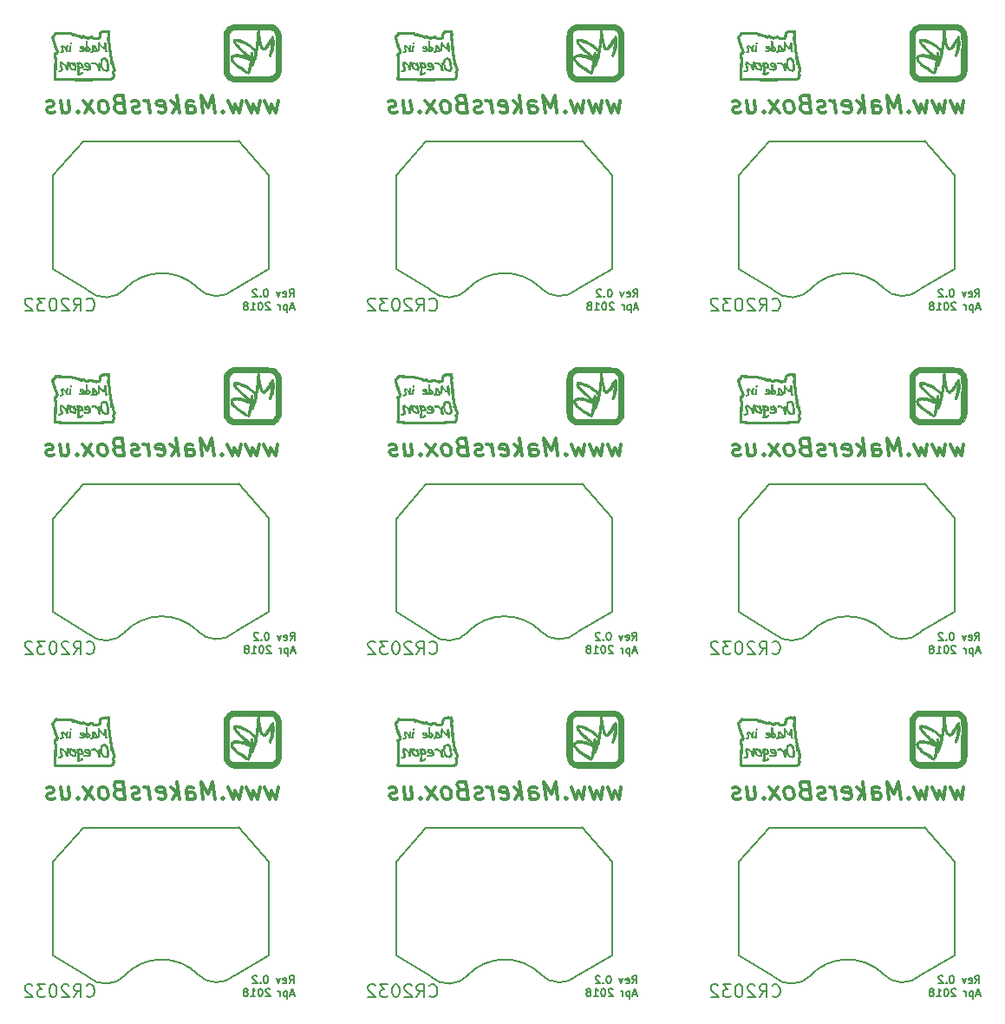
<source format=gbo>
%MOIN*%
%OFA0B0*%
%FSLAX46Y46*%
%IPPOS*%
%LPD*%
%ADD10C,0.005905511811023622*%
%ADD11C,0.011811023622047244*%
%ADD12C,0.0078740157480314977*%
%ADD13C,0.00010000000000000002*%
%ADD24C,0.0039370078740157488*%
%ADD25C,0.005905511811023622*%
%ADD26C,0.011811023622047244*%
%ADD27C,0.0078740157480314977*%
%ADD28C,0.00010000000000000002*%
%ADD29C,0.005905511811023622*%
%ADD30C,0.011811023622047244*%
%ADD31C,0.0078740157480314977*%
%ADD32C,0.00010000000000000002*%
%ADD33C,0.005905511811023622*%
%ADD34C,0.011811023622047244*%
%ADD35C,0.0078740157480314977*%
%ADD36C,0.00010000000000000002*%
%ADD37C,0.005905511811023622*%
%ADD38C,0.011811023622047244*%
%ADD39C,0.0078740157480314977*%
%ADD40C,0.00010000000000000002*%
%ADD41C,0.005905511811023622*%
%ADD42C,0.011811023622047244*%
%ADD43C,0.0078740157480314977*%
%ADD44C,0.00010000000000000002*%
%ADD45C,0.0039370078740157488*%
%ADD46C,0.005905511811023622*%
%ADD47C,0.011811023622047244*%
%ADD48C,0.0078740157480314977*%
%ADD49C,0.00010000000000000002*%
%ADD50C,0.005905511811023622*%
%ADD51C,0.011811023622047244*%
%ADD52C,0.0078740157480314977*%
%ADD53C,0.00010000000000000002*%
%ADD54C,0.005905511811023622*%
%ADD55C,0.011811023622047244*%
%ADD56C,0.0078740157480314977*%
%ADD57C,0.00010000000000000002*%
G01*
D10*
X0001092258Y0000111740D02*
X0001102100Y0000125801D01*
X0001109130Y0000111740D02*
X0001109130Y0000141268D01*
X0001097882Y0000141268D01*
X0001095070Y0000139862D01*
X0001093664Y0000138456D01*
X0001092258Y0000135643D01*
X0001092258Y0000131425D01*
X0001093664Y0000128613D01*
X0001095070Y0000127207D01*
X0001097882Y0000125801D01*
X0001109130Y0000125801D01*
X0001068354Y0000113146D02*
X0001071166Y0000111740D01*
X0001076791Y0000111740D01*
X0001079603Y0000113146D01*
X0001081009Y0000115958D01*
X0001081009Y0000127207D01*
X0001079603Y0000130019D01*
X0001076791Y0000131425D01*
X0001071166Y0000131425D01*
X0001068354Y0000130019D01*
X0001066948Y0000127207D01*
X0001066948Y0000124395D01*
X0001081009Y0000121583D01*
X0001057106Y0000131425D02*
X0001050075Y0000111740D01*
X0001043045Y0000131425D01*
X0001003675Y0000141268D02*
X0001000863Y0000141268D01*
X0000998051Y0000139862D01*
X0000996645Y0000138456D01*
X0000995238Y0000135643D01*
X0000993832Y0000130019D01*
X0000993832Y0000122989D01*
X0000995238Y0000117365D01*
X0000996645Y0000114552D01*
X0000998051Y0000113146D01*
X0001000863Y0000111740D01*
X0001003675Y0000111740D01*
X0001006487Y0000113146D01*
X0001007893Y0000114552D01*
X0001009299Y0000117365D01*
X0001010705Y0000122989D01*
X0001010705Y0000130019D01*
X0001009299Y0000135643D01*
X0001007893Y0000138456D01*
X0001006487Y0000139862D01*
X0001003675Y0000141268D01*
X0000981178Y0000114552D02*
X0000979772Y0000113146D01*
X0000981178Y0000111740D01*
X0000982584Y0000113146D01*
X0000981178Y0000114552D01*
X0000981178Y0000111740D01*
X0000968523Y0000138456D02*
X0000967117Y0000139862D01*
X0000964305Y0000141268D01*
X0000957275Y0000141268D01*
X0000954462Y0000139862D01*
X0000953056Y0000138456D01*
X0000951650Y0000135643D01*
X0000951650Y0000132831D01*
X0000953056Y0000128613D01*
X0000969929Y0000111740D01*
X0000951650Y0000111740D01*
X0001110537Y0000069980D02*
X0001096476Y0000069980D01*
X0001113349Y0000061543D02*
X0001103506Y0000091071D01*
X0001093664Y0000061543D01*
X0001083821Y0000081228D02*
X0001083821Y0000051701D01*
X0001083821Y0000079822D02*
X0001081009Y0000081228D01*
X0001075385Y0000081228D01*
X0001072573Y0000079822D01*
X0001071166Y0000078416D01*
X0001069760Y0000075604D01*
X0001069760Y0000067168D01*
X0001071166Y0000064356D01*
X0001072573Y0000062949D01*
X0001075385Y0000061543D01*
X0001081009Y0000061543D01*
X0001083821Y0000062949D01*
X0001057106Y0000061543D02*
X0001057106Y0000081228D01*
X0001057106Y0000075604D02*
X0001055700Y0000078416D01*
X0001054294Y0000079822D01*
X0001051481Y0000081228D01*
X0001048669Y0000081228D01*
X0001017736Y0000088259D02*
X0001016330Y0000089665D01*
X0001013517Y0000091071D01*
X0001006487Y0000091071D01*
X0001003675Y0000089665D01*
X0001002269Y0000088259D01*
X0001000863Y0000085447D01*
X0001000863Y0000082634D01*
X0001002269Y0000078416D01*
X0001019142Y0000061543D01*
X0001000863Y0000061543D01*
X0000982584Y0000091071D02*
X0000979772Y0000091071D01*
X0000976960Y0000089665D01*
X0000975553Y0000088259D01*
X0000974147Y0000085447D01*
X0000972741Y0000079822D01*
X0000972741Y0000072792D01*
X0000974147Y0000067168D01*
X0000975553Y0000064356D01*
X0000976960Y0000062949D01*
X0000979772Y0000061543D01*
X0000982584Y0000061543D01*
X0000985396Y0000062949D01*
X0000986802Y0000064356D01*
X0000988208Y0000067168D01*
X0000989614Y0000072792D01*
X0000989614Y0000079822D01*
X0000988208Y0000085447D01*
X0000986802Y0000088259D01*
X0000985396Y0000089665D01*
X0000982584Y0000091071D01*
X0000944620Y0000061543D02*
X0000961493Y0000061543D01*
X0000953056Y0000061543D02*
X0000953056Y0000091071D01*
X0000955868Y0000086853D01*
X0000958681Y0000084041D01*
X0000961493Y0000082634D01*
X0000927747Y0000078416D02*
X0000930559Y0000079822D01*
X0000931965Y0000081228D01*
X0000933371Y0000084041D01*
X0000933371Y0000085447D01*
X0000931965Y0000088259D01*
X0000930559Y0000089665D01*
X0000927747Y0000091071D01*
X0000922123Y0000091071D01*
X0000919310Y0000089665D01*
X0000917904Y0000088259D01*
X0000916498Y0000085447D01*
X0000916498Y0000084041D01*
X0000917904Y0000081228D01*
X0000919310Y0000079822D01*
X0000922123Y0000078416D01*
X0000927747Y0000078416D01*
X0000930559Y0000077010D01*
X0000931965Y0000075604D01*
X0000933371Y0000072792D01*
X0000933371Y0000067168D01*
X0000931965Y0000064356D01*
X0000930559Y0000062949D01*
X0000927747Y0000061543D01*
X0000922123Y0000061543D01*
X0000919310Y0000062949D01*
X0000917904Y0000064356D01*
X0000916498Y0000067168D01*
X0000916498Y0000072792D01*
X0000917904Y0000075604D01*
X0000919310Y0000077010D01*
X0000922123Y0000078416D01*
D11*
X0001049046Y0000864341D02*
X0001041875Y0000819722D01*
X0001025142Y0000851593D01*
X0001016378Y0000819722D01*
X0000998052Y0000864341D01*
X0000978929Y0000864341D02*
X0000971758Y0000819722D01*
X0000955026Y0000851593D01*
X0000946262Y0000819722D01*
X0000927936Y0000864341D01*
X0000908813Y0000864341D02*
X0000901642Y0000819722D01*
X0000884910Y0000851593D01*
X0000876145Y0000819722D01*
X0000857820Y0000864341D01*
X0000837103Y0000826096D02*
X0000834315Y0000822909D01*
X0000837900Y0000819722D01*
X0000840689Y0000822909D01*
X0000837103Y0000826096D01*
X0000837900Y0000819722D01*
X0000806029Y0000819722D02*
X0000797663Y0000886651D01*
X0000781329Y0000838845D01*
X0000753044Y0000886651D01*
X0000761410Y0000819722D01*
X0000700855Y0000819722D02*
X0000696473Y0000854780D01*
X0000698863Y0000861154D01*
X0000704839Y0000864341D01*
X0000717587Y0000864341D01*
X0000724360Y0000861154D01*
X0000700456Y0000822909D02*
X0000707229Y0000819722D01*
X0000723165Y0000819722D01*
X0000729140Y0000822909D01*
X0000731531Y0000829283D01*
X0000730734Y0000835658D01*
X0000726750Y0000842032D01*
X0000719977Y0000845219D01*
X0000704042Y0000845219D01*
X0000697269Y0000848406D01*
X0000668984Y0000819722D02*
X0000660618Y0000886651D01*
X0000659422Y0000845219D02*
X0000643487Y0000819722D01*
X0000637910Y0000864341D02*
X0000666594Y0000838845D01*
X0000588908Y0000822909D02*
X0000595680Y0000819722D01*
X0000608429Y0000819722D01*
X0000614405Y0000822909D01*
X0000616795Y0000829283D01*
X0000613608Y0000854780D01*
X0000609624Y0000861154D01*
X0000602851Y0000864341D01*
X0000590103Y0000864341D01*
X0000584127Y0000861154D01*
X0000581737Y0000854780D01*
X0000582534Y0000848406D01*
X0000615201Y0000842032D01*
X0000557435Y0000819722D02*
X0000551858Y0000864341D01*
X0000553451Y0000851593D02*
X0000549467Y0000857967D01*
X0000545882Y0000861154D01*
X0000539109Y0000864341D01*
X0000532735Y0000864341D01*
X0000518792Y0000822909D02*
X0000512816Y0000819722D01*
X0000500067Y0000819722D01*
X0000493295Y0000822909D01*
X0000489311Y0000829283D01*
X0000488913Y0000832470D01*
X0000491303Y0000838845D01*
X0000497279Y0000842032D01*
X0000506840Y0000842032D01*
X0000512816Y0000845219D01*
X0000515206Y0000851593D01*
X0000514808Y0000854780D01*
X0000510824Y0000861154D01*
X0000504051Y0000864341D01*
X0000494490Y0000864341D01*
X0000488514Y0000861154D01*
X0000435130Y0000854780D02*
X0000425967Y0000851593D01*
X0000423179Y0000848406D01*
X0000420788Y0000842032D01*
X0000421983Y0000832470D01*
X0000425967Y0000826096D01*
X0000429553Y0000822909D01*
X0000436325Y0000819722D01*
X0000461822Y0000819722D01*
X0000453456Y0000886651D01*
X0000431146Y0000886651D01*
X0000425171Y0000883464D01*
X0000422382Y0000880277D01*
X0000419991Y0000873903D01*
X0000420788Y0000867529D01*
X0000424772Y0000861154D01*
X0000428358Y0000857967D01*
X0000435130Y0000854780D01*
X0000457440Y0000854780D01*
X0000385332Y0000819722D02*
X0000391308Y0000822909D01*
X0000394096Y0000826096D01*
X0000396487Y0000832470D01*
X0000394096Y0000851593D01*
X0000390112Y0000857967D01*
X0000386527Y0000861154D01*
X0000379754Y0000864341D01*
X0000370193Y0000864341D01*
X0000364217Y0000861154D01*
X0000361428Y0000857967D01*
X0000359038Y0000851593D01*
X0000361428Y0000832470D01*
X0000365412Y0000826096D01*
X0000368998Y0000822909D01*
X0000375770Y0000819722D01*
X0000385332Y0000819722D01*
X0000340712Y0000819722D02*
X0000300077Y0000864341D01*
X0000335135Y0000864341D02*
X0000305654Y0000819722D01*
X0000279361Y0000826096D02*
X0000276572Y0000822909D01*
X0000280157Y0000819722D01*
X0000282946Y0000822909D01*
X0000279361Y0000826096D01*
X0000280157Y0000819722D01*
X0000214025Y0000864341D02*
X0000219602Y0000819722D01*
X0000242709Y0000864341D02*
X0000247091Y0000829283D01*
X0000244701Y0000822909D01*
X0000238725Y0000819722D01*
X0000229164Y0000819722D01*
X0000222391Y0000822909D01*
X0000218806Y0000826096D01*
X0000190520Y0000822909D02*
X0000184544Y0000819722D01*
X0000171796Y0000819722D01*
X0000165023Y0000822909D01*
X0000161039Y0000829283D01*
X0000160641Y0000832470D01*
X0000163031Y0000838845D01*
X0000169007Y0000842032D01*
X0000178569Y0000842032D01*
X0000184544Y0000845219D01*
X0000186935Y0000851593D01*
X0000186536Y0000854780D01*
X0000182552Y0000861154D01*
X0000175780Y0000864341D01*
X0000166219Y0000864341D01*
X0000160243Y0000861154D01*
D12*
X0000313112Y0000062424D02*
X0000315455Y0000060080D01*
X0000322485Y0000057737D01*
X0000327172Y0000057737D01*
X0000334203Y0000060080D01*
X0000338890Y0000064767D01*
X0000341233Y0000069454D01*
X0000343577Y0000078828D01*
X0000343577Y0000085858D01*
X0000341233Y0000095232D01*
X0000338890Y0000099919D01*
X0000334203Y0000104606D01*
X0000327172Y0000106949D01*
X0000322485Y0000106949D01*
X0000315455Y0000104606D01*
X0000313112Y0000102262D01*
X0000263899Y0000057737D02*
X0000280303Y0000081171D01*
X0000292020Y0000057737D02*
X0000292020Y0000106949D01*
X0000273273Y0000106949D01*
X0000268586Y0000104606D01*
X0000266242Y0000102262D01*
X0000263899Y0000097575D01*
X0000263899Y0000090545D01*
X0000266242Y0000085858D01*
X0000268586Y0000083515D01*
X0000273273Y0000081171D01*
X0000292020Y0000081171D01*
X0000245151Y0000102262D02*
X0000242808Y0000104606D01*
X0000238121Y0000106949D01*
X0000226404Y0000106949D01*
X0000221717Y0000104606D01*
X0000219373Y0000102262D01*
X0000217030Y0000097575D01*
X0000217030Y0000092888D01*
X0000219373Y0000085858D01*
X0000247495Y0000057737D01*
X0000217030Y0000057737D01*
X0000186565Y0000106949D02*
X0000181878Y0000106949D01*
X0000177191Y0000104606D01*
X0000174848Y0000102262D01*
X0000172504Y0000097575D01*
X0000170161Y0000088202D01*
X0000170161Y0000076484D01*
X0000172504Y0000067111D01*
X0000174848Y0000062424D01*
X0000177191Y0000060080D01*
X0000181878Y0000057737D01*
X0000186565Y0000057737D01*
X0000191252Y0000060080D01*
X0000193595Y0000062424D01*
X0000195939Y0000067111D01*
X0000198282Y0000076484D01*
X0000198282Y0000088202D01*
X0000195939Y0000097575D01*
X0000193595Y0000102262D01*
X0000191252Y0000104606D01*
X0000186565Y0000106949D01*
X0000153757Y0000106949D02*
X0000123292Y0000106949D01*
X0000139696Y0000088202D01*
X0000132665Y0000088202D01*
X0000127978Y0000085858D01*
X0000125635Y0000083515D01*
X0000123292Y0000078828D01*
X0000123292Y0000067111D01*
X0000125635Y0000062424D01*
X0000127978Y0000060080D01*
X0000132665Y0000057737D01*
X0000146726Y0000057737D01*
X0000151413Y0000060080D01*
X0000153757Y0000062424D01*
X0000104544Y0000102262D02*
X0000102200Y0000104606D01*
X0000097514Y0000106949D01*
X0000085796Y0000106949D01*
X0000081109Y0000104606D01*
X0000078766Y0000102262D01*
X0000076422Y0000097575D01*
X0000076422Y0000092888D01*
X0000078766Y0000085858D01*
X0000106887Y0000057737D01*
X0000076422Y0000057737D01*
D13*
G36*
X0000178100Y0001109300D02*
G01*
X0000178100Y0001107800D01*
X0000178199Y0001106800D01*
X0000178299Y0001105900D01*
X0000178499Y0001105200D01*
X0000178900Y0001104400D01*
X0000178999Y0001104100D01*
X0000179499Y0001102999D01*
X0000179899Y0001102000D01*
X0000180299Y0001100800D01*
X0000180699Y0001099400D01*
X0000181100Y0001097600D01*
X0000181599Y0001095499D01*
X0000181799Y0001094800D01*
X0000182399Y0001091900D01*
X0000183099Y0001089499D01*
X0000183699Y0001087400D01*
X0000184499Y0001085600D01*
X0000185299Y0001084000D01*
X0000185299Y0001108800D01*
X0000185299Y0001109400D01*
X0000185399Y0001109900D01*
X0000185700Y0001110400D01*
X0000186199Y0001111000D01*
X0000187100Y0001111700D01*
X0000187499Y0001112100D01*
X0000188599Y0001113000D01*
X0000189599Y0001114000D01*
X0000190299Y0001114900D01*
X0000190599Y0001115200D01*
X0000191099Y0001115900D01*
X0000191899Y0001116900D01*
X0000192899Y0001118100D01*
X0000193900Y0001119300D01*
X0000193999Y0001119400D01*
X0000194899Y0001120500D01*
X0000195699Y0001121500D01*
X0000196199Y0001122200D01*
X0000196499Y0001122600D01*
X0000196499Y0001122700D01*
X0000196699Y0001122900D01*
X0000197399Y0001122900D01*
X0000198399Y0001122900D01*
X0000199599Y0001122700D01*
X0000200799Y0001122499D01*
X0000201199Y0001122400D01*
X0000201699Y0001122300D01*
X0000202199Y0001122100D01*
X0000202799Y0001122100D01*
X0000203499Y0001122000D01*
X0000204499Y0001121900D01*
X0000205799Y0001121800D01*
X0000207299Y0001121800D01*
X0000209199Y0001121700D01*
X0000211499Y0001121700D01*
X0000214299Y0001121600D01*
X0000217599Y0001121500D01*
X0000219699Y0001121500D01*
X0000223099Y0001121400D01*
X0000226499Y0001121400D01*
X0000229900Y0001121300D01*
X0000233199Y0001121300D01*
X0000236299Y0001121200D01*
X0000239099Y0001121200D01*
X0000241600Y0001121200D01*
X0000243499Y0001121200D01*
X0000243999Y0001121200D01*
X0000251599Y0001121200D01*
X0000253999Y0001118800D01*
X0000256399Y0001116499D01*
X0000258000Y0001116499D01*
X0000259099Y0001116499D01*
X0000260499Y0001116600D01*
X0000261599Y0001116800D01*
X0000262900Y0001116900D01*
X0000264099Y0001116800D01*
X0000265399Y0001116600D01*
X0000266999Y0001116200D01*
X0000268799Y0001115500D01*
X0000270999Y0001114600D01*
X0000271600Y0001114400D01*
X0000273299Y0001113600D01*
X0000274600Y0001113100D01*
X0000275700Y0001112800D01*
X0000276699Y0001112600D01*
X0000277799Y0001112400D01*
X0000278499Y0001112300D01*
X0000280299Y0001112100D01*
X0000281700Y0001111900D01*
X0000282800Y0001111600D01*
X0000283600Y0001111200D01*
X0000284399Y0001110700D01*
X0000285199Y0001109900D01*
X0000285299Y0001109800D01*
X0000286199Y0001108999D01*
X0000287199Y0001108300D01*
X0000287899Y0001107800D01*
X0000288699Y0001107600D01*
X0000289900Y0001107400D01*
X0000291299Y0001107100D01*
X0000292799Y0001107000D01*
X0000294099Y0001106800D01*
X0000295099Y0001106800D01*
X0000295699Y0001106900D01*
X0000296199Y0001107200D01*
X0000297099Y0001107700D01*
X0000297899Y0001108400D01*
X0000298799Y0001109200D01*
X0000299399Y0001109500D01*
X0000299799Y0001109600D01*
X0000299999Y0001109500D01*
X0000300399Y0001109200D01*
X0000301199Y0001108700D01*
X0000302299Y0001108000D01*
X0000303500Y0001107200D01*
X0000303800Y0001107000D01*
X0000307199Y0001104900D01*
X0000310199Y0001104800D01*
X0000311599Y0001104700D01*
X0000312500Y0001104600D01*
X0000312999Y0001104499D01*
X0000313399Y0001104300D01*
X0000313600Y0001104000D01*
X0000313699Y0001103800D01*
X0000314499Y0001102900D01*
X0000315599Y0001102300D01*
X0000316799Y0001102000D01*
X0000316999Y0001102000D01*
X0000318099Y0001102300D01*
X0000319199Y0001102999D01*
X0000320299Y0001104200D01*
X0000320700Y0001104700D01*
X0000321199Y0001105200D01*
X0000321500Y0001105600D01*
X0000321899Y0001105900D01*
X0000322399Y0001106200D01*
X0000323199Y0001106300D01*
X0000324199Y0001106500D01*
X0000325699Y0001106700D01*
X0000327599Y0001106800D01*
X0000328199Y0001106900D01*
X0000332499Y0001107300D01*
X0000333699Y0001106200D01*
X0000335099Y0001104900D01*
X0000336500Y0001103900D01*
X0000337699Y0001103100D01*
X0000338099Y0001102900D01*
X0000338999Y0001102700D01*
X0000340299Y0001102500D01*
X0000341999Y0001102300D01*
X0000343799Y0001102100D01*
X0000345800Y0001101900D01*
X0000347700Y0001101800D01*
X0000349499Y0001101800D01*
X0000349600Y0001101800D01*
X0000351500Y0001101800D01*
X0000353199Y0001102000D01*
X0000354899Y0001102200D01*
X0000356799Y0001102600D01*
X0000358600Y0001102999D01*
X0000359899Y0001103400D01*
X0000360899Y0001103900D01*
X0000361799Y0001104400D01*
X0000362700Y0001105200D01*
X0000363699Y0001106200D01*
X0000364399Y0001107000D01*
X0000364999Y0001107800D01*
X0000365299Y0001108700D01*
X0000365599Y0001109800D01*
X0000365899Y0001111200D01*
X0000365999Y0001112900D01*
X0000366199Y0001114900D01*
X0000366500Y0001117999D01*
X0000366999Y0001120700D01*
X0000367799Y0001122900D01*
X0000368799Y0001124700D01*
X0000368899Y0001124900D01*
X0000369899Y0001125900D01*
X0000371400Y0001126999D01*
X0000371899Y0001127300D01*
X0000372999Y0001127800D01*
X0000373899Y0001128200D01*
X0000374599Y0001128300D01*
X0000375500Y0001128300D01*
X0000375599Y0001128300D01*
X0000377099Y0001128300D01*
X0000378800Y0001128600D01*
X0000379999Y0001128900D01*
X0000381500Y0001129400D01*
X0000382600Y0001129600D01*
X0000383299Y0001129700D01*
X0000383899Y0001129500D01*
X0000384500Y0001129300D01*
X0000384800Y0001129100D01*
X0000385999Y0001128500D01*
X0000387699Y0001128300D01*
X0000389599Y0001128500D01*
X0000390199Y0001128700D01*
X0000391099Y0001128900D01*
X0000391899Y0001129100D01*
X0000392199Y0001129100D01*
X0000392199Y0001128900D01*
X0000392299Y0001128100D01*
X0000392299Y0001127200D01*
X0000392299Y0001127100D01*
X0000392299Y0001126000D01*
X0000392400Y0001125200D01*
X0000392599Y0001124500D01*
X0000393099Y0001123800D01*
X0000393999Y0001122499D01*
X0000393699Y0001117800D01*
X0000393599Y0001116000D01*
X0000393399Y0001114700D01*
X0000393299Y0001113700D01*
X0000393099Y0001113000D01*
X0000392899Y0001112400D01*
X0000392599Y0001111800D01*
X0000392400Y0001111500D01*
X0000391799Y0001110300D01*
X0000391499Y0001109200D01*
X0000391499Y0001108400D01*
X0000391399Y0001107300D01*
X0000391300Y0001106400D01*
X0000391199Y0001106100D01*
X0000391099Y0001105400D01*
X0000390899Y0001104400D01*
X0000390899Y0001103100D01*
X0000390899Y0001102600D01*
X0000390899Y0001101300D01*
X0000390899Y0001100500D01*
X0000391099Y0001099900D01*
X0000391399Y0001099500D01*
X0000391799Y0001099000D01*
X0000391899Y0001098900D01*
X0000392700Y0001098300D01*
X0000393500Y0001098000D01*
X0000393599Y0001097900D01*
X0000393999Y0001097900D01*
X0000394199Y0001097700D01*
X0000394399Y0001097100D01*
X0000394499Y0001096100D01*
X0000394600Y0001094800D01*
X0000394699Y0001093300D01*
X0000394699Y0001092400D01*
X0000394799Y0001090700D01*
X0000394999Y0001088500D01*
X0000395299Y0001085700D01*
X0000395799Y0001082300D01*
X0000396500Y0001078400D01*
X0000396500Y0001078100D01*
X0000396799Y0001076400D01*
X0000396999Y0001074800D01*
X0000397199Y0001073600D01*
X0000397300Y0001072700D01*
X0000397399Y0001072400D01*
X0000397399Y0001071900D01*
X0000397300Y0001071000D01*
X0000397300Y0001069800D01*
X0000397199Y0001068600D01*
X0000397199Y0001067300D01*
X0000397099Y0001066100D01*
X0000396999Y0001065300D01*
X0000396899Y0001065000D01*
X0000396500Y0001064000D01*
X0000396399Y0001062800D01*
X0000396500Y0001061600D01*
X0000396899Y0001060599D01*
X0000397499Y0001060100D01*
X0000397799Y0001059600D01*
X0000398099Y0001058600D01*
X0000398499Y0001057000D01*
X0000398799Y0001054800D01*
X0000399199Y0001052100D01*
X0000399500Y0001049000D01*
X0000399699Y0001046600D01*
X0000399899Y0001044500D01*
X0000400099Y0001042500D01*
X0000400300Y0001040800D01*
X0000400499Y0001039399D01*
X0000400600Y0001038400D01*
X0000400699Y0001037900D01*
X0000401099Y0001037100D01*
X0000401499Y0001036000D01*
X0000401899Y0001035000D01*
X0000402199Y0001034200D01*
X0000402500Y0001033599D01*
X0000402599Y0001032899D01*
X0000402699Y0001032099D01*
X0000402699Y0001031100D01*
X0000402599Y0001029800D01*
X0000402500Y0001028000D01*
X0000402500Y0001027199D01*
X0000402399Y0001025400D01*
X0000402399Y0001024000D01*
X0000402599Y0001022900D01*
X0000402899Y0001021900D01*
X0000403399Y0001020799D01*
X0000404199Y0001019500D01*
X0000404899Y0001018000D01*
X0000405299Y0001016900D01*
X0000405500Y0001015800D01*
X0000405299Y0001014699D01*
X0000404899Y0001013200D01*
X0000404700Y0001012800D01*
X0000404199Y0001011300D01*
X0000403899Y0001010100D01*
X0000403899Y0001009300D01*
X0000403999Y0001008599D01*
X0000404299Y0001008000D01*
X0000404299Y0001007900D01*
X0000404899Y0001007300D01*
X0000405899Y0001006600D01*
X0000407099Y0001005900D01*
X0000408399Y0001005400D01*
X0000409199Y0001005100D01*
X0000409999Y0001004900D01*
X0000409999Y0001001400D01*
X0000409999Y0000997800D01*
X0000411199Y0000995300D01*
X0000412499Y0000992600D01*
X0000413499Y0000990300D01*
X0000414299Y0000988400D01*
X0000414799Y0000987000D01*
X0000414999Y0000986200D01*
X0000415099Y0000985500D01*
X0000415099Y0000984900D01*
X0000414799Y0000984300D01*
X0000414199Y0000983500D01*
X0000414199Y0000983400D01*
X0000413099Y0000981800D01*
X0000412199Y0000980300D01*
X0000411500Y0000978500D01*
X0000411199Y0000977400D01*
X0000410599Y0000975300D01*
X0000411500Y0000971400D01*
X0000412099Y0000968800D01*
X0000412399Y0000966700D01*
X0000412600Y0000964900D01*
X0000412600Y0000963300D01*
X0000412300Y0000961800D01*
X0000411899Y0000960300D01*
X0000411299Y0000958600D01*
X0000410799Y0000957100D01*
X0000410199Y0000955800D01*
X0000409799Y0000954900D01*
X0000409399Y0000954500D01*
X0000409399Y0000954400D01*
X0000408999Y0000954300D01*
X0000408199Y0000954000D01*
X0000407899Y0000953800D01*
X0000406999Y0000953500D01*
X0000405599Y0000953200D01*
X0000403699Y0000953000D01*
X0000401299Y0000952900D01*
X0000398299Y0000952800D01*
X0000394799Y0000952700D01*
X0000390799Y0000952700D01*
X0000390399Y0000952700D01*
X0000388199Y0000952600D01*
X0000385600Y0000952600D01*
X0000382699Y0000952500D01*
X0000379600Y0000952500D01*
X0000376499Y0000952400D01*
X0000373600Y0000952200D01*
X0000372800Y0000952200D01*
X0000363500Y0000951900D01*
X0000354599Y0000951500D01*
X0000345800Y0000951300D01*
X0000336999Y0000951100D01*
X0000328299Y0000950900D01*
X0000319499Y0000950800D01*
X0000310600Y0000950700D01*
X0000301399Y0000950700D01*
X0000291999Y0000950700D01*
X0000282099Y0000950700D01*
X0000271799Y0000950800D01*
X0000266599Y0000950900D01*
X0000259299Y0000951000D01*
X0000252599Y0000951100D01*
X0000246399Y0000951200D01*
X0000240699Y0000951300D01*
X0000235399Y0000951400D01*
X0000230499Y0000951500D01*
X0000225899Y0000951600D01*
X0000221700Y0000951700D01*
X0000217799Y0000951900D01*
X0000214199Y0000952000D01*
X0000210699Y0000952100D01*
X0000207399Y0000952300D01*
X0000205599Y0000952400D01*
X0000203099Y0000952500D01*
X0000200799Y0000952700D01*
X0000198699Y0000952800D01*
X0000196900Y0000952900D01*
X0000195599Y0000953000D01*
X0000194700Y0000953000D01*
X0000194199Y0000953000D01*
X0000194199Y0000953300D01*
X0000194299Y0000954200D01*
X0000194299Y0000955500D01*
X0000194399Y0000957400D01*
X0000194499Y0000959699D01*
X0000194599Y0000962400D01*
X0000194799Y0000965500D01*
X0000194899Y0000968900D01*
X0000195099Y0000972700D01*
X0000195299Y0000976700D01*
X0000195399Y0000980900D01*
X0000195599Y0000985400D01*
X0000195899Y0000990000D01*
X0000195899Y0000990600D01*
X0000196100Y0000996100D01*
X0000196299Y0001001100D01*
X0000196499Y0001005600D01*
X0000196699Y0001009600D01*
X0000196900Y0001013100D01*
X0000196999Y0001016200D01*
X0000197099Y0001018800D01*
X0000197199Y0001021199D01*
X0000197199Y0001023099D01*
X0000197199Y0001024800D01*
X0000197199Y0001026099D01*
X0000197199Y0001027299D01*
X0000197199Y0001028200D01*
X0000197099Y0001028900D01*
X0000196999Y0001029500D01*
X0000196900Y0001029900D01*
X0000196799Y0001030300D01*
X0000196599Y0001030599D01*
X0000196399Y0001030800D01*
X0000196199Y0001031100D01*
X0000195999Y0001031400D01*
X0000195499Y0001032000D01*
X0000195199Y0001032600D01*
X0000195099Y0001033199D01*
X0000195199Y0001034200D01*
X0000195199Y0001034600D01*
X0000195199Y0001036000D01*
X0000195099Y0001037300D01*
X0000194700Y0001038899D01*
X0000194700Y0001038999D01*
X0000194199Y0001040700D01*
X0000193900Y0001041900D01*
X0000193799Y0001042800D01*
X0000193799Y0001043300D01*
X0000193900Y0001043700D01*
X0000194199Y0001043900D01*
X0000194199Y0001044000D01*
X0000194899Y0001044200D01*
X0000195800Y0001044500D01*
X0000196199Y0001044500D01*
X0000197299Y0001044800D01*
X0000198199Y0001045199D01*
X0000198999Y0001045800D01*
X0000199699Y0001046700D01*
X0000200599Y0001048100D01*
X0000201299Y0001049500D01*
X0000202999Y0001053000D01*
X0000202699Y0001056099D01*
X0000202499Y0001057300D01*
X0000202299Y0001058400D01*
X0000201999Y0001059400D01*
X0000201699Y0001060500D01*
X0000201199Y0001061900D01*
X0000200399Y0001063599D01*
X0000200199Y0001064100D01*
X0000199399Y0001066100D01*
X0000198499Y0001068100D01*
X0000197599Y0001070200D01*
X0000196799Y0001072000D01*
X0000196399Y0001072700D01*
X0000195800Y0001074200D01*
X0000195299Y0001075300D01*
X0000195000Y0001076100D01*
X0000194899Y0001076600D01*
X0000195000Y0001077000D01*
X0000195000Y0001077400D01*
X0000195299Y0001078400D01*
X0000195299Y0001079600D01*
X0000194899Y0001080900D01*
X0000194199Y0001082500D01*
X0000193199Y0001084400D01*
X0000193100Y0001084500D01*
X0000192199Y0001086100D01*
X0000191399Y0001087500D01*
X0000190799Y0001088700D01*
X0000190399Y0001089900D01*
X0000189899Y0001091200D01*
X0000189499Y0001092800D01*
X0000189099Y0001094600D01*
X0000188700Y0001096400D01*
X0000188099Y0001098900D01*
X0000187599Y0001100900D01*
X0000187199Y0001102500D01*
X0000186800Y0001103800D01*
X0000186399Y0001104900D01*
X0000186099Y0001105800D01*
X0000185799Y0001106200D01*
X0000185499Y0001107300D01*
X0000185299Y0001108500D01*
X0000185299Y0001108800D01*
X0000185299Y0001084000D01*
X0000185399Y0001083900D01*
X0000185599Y0001083300D01*
X0000186299Y0001082200D01*
X0000186699Y0001081300D01*
X0000186899Y0001080800D01*
X0000186899Y0001080400D01*
X0000186699Y0001080000D01*
X0000186599Y0001079300D01*
X0000186499Y0001078600D01*
X0000186699Y0001077700D01*
X0000186999Y0001076600D01*
X0000187599Y0001075200D01*
X0000188399Y0001073300D01*
X0000189000Y0001072100D01*
X0000190399Y0001068900D01*
X0000191799Y0001065900D01*
X0000192899Y0001063200D01*
X0000193900Y0001060800D01*
X0000194700Y0001058800D01*
X0000195199Y0001057200D01*
X0000195499Y0001056099D01*
X0000195499Y0001056000D01*
X0000195699Y0001054900D01*
X0000195599Y0001054200D01*
X0000195399Y0001053400D01*
X0000195099Y0001052900D01*
X0000194700Y0001052100D01*
X0000194199Y0001051599D01*
X0000193599Y0001051300D01*
X0000192699Y0001051100D01*
X0000192199Y0001051000D01*
X0000191599Y0001050900D01*
X0000190900Y0001050500D01*
X0000190199Y0001049900D01*
X0000189099Y0001048900D01*
X0000188799Y0001048500D01*
X0000187799Y0001047500D01*
X0000187100Y0001046800D01*
X0000186699Y0001046300D01*
X0000186499Y0001045800D01*
X0000186499Y0001045199D01*
X0000186499Y0001044800D01*
X0000186599Y0001042700D01*
X0000187100Y0001040300D01*
X0000187699Y0001037800D01*
X0000187999Y0001036700D01*
X0000188099Y0001035800D01*
X0000188099Y0001034900D01*
X0000187999Y0001033700D01*
X0000187900Y0001033500D01*
X0000187799Y0001032200D01*
X0000187799Y0001031100D01*
X0000188099Y0001030200D01*
X0000188799Y0001029099D01*
X0000189499Y0001028200D01*
X0000190399Y0001027099D01*
X0000188700Y0000988500D01*
X0000188499Y0000983800D01*
X0000188299Y0000979199D01*
X0000188099Y0000974800D01*
X0000187900Y0000970600D01*
X0000187799Y0000966700D01*
X0000187599Y0000963100D01*
X0000187499Y0000959800D01*
X0000187399Y0000956900D01*
X0000187299Y0000954400D01*
X0000187199Y0000952300D01*
X0000187199Y0000950700D01*
X0000187199Y0000949600D01*
X0000187199Y0000949000D01*
X0000187599Y0000948000D01*
X0000188399Y0000947100D01*
X0000189299Y0000946500D01*
X0000189499Y0000946400D01*
X0000189999Y0000946300D01*
X0000191099Y0000946200D01*
X0000192599Y0000946100D01*
X0000194499Y0000945900D01*
X0000196799Y0000945800D01*
X0000199299Y0000945600D01*
X0000202199Y0000945500D01*
X0000205199Y0000945300D01*
X0000208399Y0000945200D01*
X0000211599Y0000945000D01*
X0000214900Y0000944900D01*
X0000218099Y0000944800D01*
X0000221299Y0000944700D01*
X0000224299Y0000944600D01*
X0000227099Y0000944500D01*
X0000228800Y0000944400D01*
X0000231199Y0000944400D01*
X0000234099Y0000944300D01*
X0000237399Y0000944300D01*
X0000240999Y0000944200D01*
X0000244999Y0000944100D01*
X0000249199Y0000944100D01*
X0000253499Y0000944000D01*
X0000258000Y0000944000D01*
X0000262399Y0000943900D01*
X0000266700Y0000943800D01*
X0000268399Y0000943800D01*
X0000272399Y0000943800D01*
X0000276399Y0000943700D01*
X0000280299Y0000943700D01*
X0000284099Y0000943600D01*
X0000287599Y0000943600D01*
X0000290899Y0000943600D01*
X0000293799Y0000943500D01*
X0000296299Y0000943500D01*
X0000298399Y0000943500D01*
X0000299999Y0000943500D01*
X0000300899Y0000943500D01*
X0000302299Y0000943500D01*
X0000304299Y0000943500D01*
X0000306699Y0000943500D01*
X0000309500Y0000943500D01*
X0000312500Y0000943500D01*
X0000315699Y0000943600D01*
X0000318999Y0000943600D01*
X0000322299Y0000943700D01*
X0000323700Y0000943700D01*
X0000329799Y0000943800D01*
X0000335700Y0000944000D01*
X0000341499Y0000944100D01*
X0000346999Y0000944300D01*
X0000352199Y0000944400D01*
X0000357099Y0000944600D01*
X0000361600Y0000944700D01*
X0000365599Y0000944800D01*
X0000368999Y0000945000D01*
X0000369699Y0000945000D01*
X0000371899Y0000945100D01*
X0000374499Y0000945200D01*
X0000377299Y0000945200D01*
X0000380099Y0000945300D01*
X0000382799Y0000945300D01*
X0000383799Y0000945300D01*
X0000386400Y0000945300D01*
X0000389299Y0000945400D01*
X0000392499Y0000945400D01*
X0000395599Y0000945600D01*
X0000398599Y0000945700D01*
X0000400099Y0000945700D01*
X0000408599Y0000946200D01*
X0000411399Y0000947500D01*
X0000412699Y0000948200D01*
X0000413700Y0000948700D01*
X0000414399Y0000949200D01*
X0000414599Y0000949400D01*
X0000415199Y0000950200D01*
X0000415799Y0000951400D01*
X0000416599Y0000953000D01*
X0000417299Y0000954700D01*
X0000417999Y0000956400D01*
X0000418600Y0000957900D01*
X0000419099Y0000959500D01*
X0000419400Y0000960800D01*
X0000419599Y0000961800D01*
X0000419700Y0000963000D01*
X0000419700Y0000963800D01*
X0000419499Y0000966700D01*
X0000418999Y0000970000D01*
X0000418399Y0000972900D01*
X0000418099Y0000974300D01*
X0000418099Y0000975400D01*
X0000418399Y0000976600D01*
X0000418999Y0000977900D01*
X0000419899Y0000979400D01*
X0000420500Y0000980100D01*
X0000421399Y0000981500D01*
X0000421999Y0000982500D01*
X0000422299Y0000983500D01*
X0000422400Y0000984500D01*
X0000422299Y0000985800D01*
X0000421999Y0000987300D01*
X0000421699Y0000988500D01*
X0000421199Y0000990100D01*
X0000420500Y0000991900D01*
X0000419700Y0000994000D01*
X0000418699Y0000996000D01*
X0000417899Y0000997700D01*
X0000417599Y0000998400D01*
X0000417299Y0000999000D01*
X0000417199Y0000999700D01*
X0000417099Y0001000500D01*
X0000417099Y0001001699D01*
X0000417099Y0001003300D01*
X0000417099Y0001003500D01*
X0000416999Y0001005400D01*
X0000416899Y0001007000D01*
X0000416700Y0001008100D01*
X0000416199Y0001008999D01*
X0000415499Y0001009800D01*
X0000414399Y0001010500D01*
X0000412899Y0001011300D01*
X0000412099Y0001011700D01*
X0000412099Y0001012000D01*
X0000412199Y0001012700D01*
X0000412399Y0001013700D01*
X0000412499Y0001014000D01*
X0000412699Y0001015800D01*
X0000412699Y0001017000D01*
X0000412699Y0001017300D01*
X0000412199Y0001019000D01*
X0000411399Y0001020799D01*
X0000410499Y0001022600D01*
X0000410199Y0001023099D01*
X0000409899Y0001023600D01*
X0000409699Y0001024100D01*
X0000409499Y0001024700D01*
X0000409499Y0001025400D01*
X0000409499Y0001026300D01*
X0000409499Y0001027500D01*
X0000409699Y0001029200D01*
X0000409899Y0001031300D01*
X0000409899Y0001031400D01*
X0000409899Y0001032400D01*
X0000409899Y0001033400D01*
X0000409600Y0001034500D01*
X0000409300Y0001035600D01*
X0000408799Y0001036900D01*
X0000408399Y0001038099D01*
X0000407999Y0001038999D01*
X0000407899Y0001039199D01*
X0000407700Y0001039700D01*
X0000407499Y0001040500D01*
X0000407400Y0001041600D01*
X0000407199Y0001043100D01*
X0000406999Y0001045099D01*
X0000406799Y0001047500D01*
X0000406499Y0001050200D01*
X0000406199Y0001052800D01*
X0000405899Y0001055300D01*
X0000405500Y0001057700D01*
X0000405199Y0001059800D01*
X0000404899Y0001061500D01*
X0000404499Y0001062700D01*
X0000404400Y0001063100D01*
X0000404400Y0001063800D01*
X0000404499Y0001064500D01*
X0000404599Y0001065500D01*
X0000404400Y0001066900D01*
X0000404199Y0001068200D01*
X0000404299Y0001069600D01*
X0000404400Y0001070300D01*
X0000404499Y0001071200D01*
X0000404599Y0001072000D01*
X0000404499Y0001072900D01*
X0000404400Y0001074000D01*
X0000404099Y0001075600D01*
X0000403999Y0001076200D01*
X0000403300Y0001079900D01*
X0000402799Y0001083300D01*
X0000402399Y0001086499D01*
X0000402099Y0001089700D01*
X0000401799Y0001093200D01*
X0000401599Y0001096200D01*
X0000401499Y0001098800D01*
X0000401299Y0001100800D01*
X0000401199Y0001102400D01*
X0000400999Y0001103600D01*
X0000400899Y0001104499D01*
X0000400600Y0001105200D01*
X0000400300Y0001105700D01*
X0000399899Y0001105999D01*
X0000399599Y0001106300D01*
X0000399099Y0001106700D01*
X0000398899Y0001107200D01*
X0000398999Y0001107900D01*
X0000399299Y0001108900D01*
X0000399699Y0001109900D01*
X0000399999Y0001110400D01*
X0000400099Y0001110800D01*
X0000400300Y0001111300D01*
X0000400399Y0001111999D01*
X0000400499Y0001112900D01*
X0000400600Y0001114100D01*
X0000400699Y0001115800D01*
X0000400899Y0001117900D01*
X0000400899Y0001119000D01*
X0000401299Y0001125000D01*
X0000400300Y0001126200D01*
X0000399299Y0001127400D01*
X0000399599Y0001130400D01*
X0000399699Y0001132300D01*
X0000399699Y0001133700D01*
X0000399599Y0001134700D01*
X0000399199Y0001135500D01*
X0000398700Y0001136100D01*
X0000398599Y0001136200D01*
X0000397999Y0001136700D01*
X0000397300Y0001136900D01*
X0000396399Y0001137000D01*
X0000395299Y0001137000D01*
X0000393799Y0001136700D01*
X0000391799Y0001136300D01*
X0000391600Y0001136200D01*
X0000387999Y0001135400D01*
X0000386599Y0001136200D01*
X0000385600Y0001136700D01*
X0000384699Y0001137000D01*
X0000383599Y0001137000D01*
X0000382399Y0001136800D01*
X0000380700Y0001136500D01*
X0000379499Y0001136200D01*
X0000378099Y0001135800D01*
X0000376999Y0001135500D01*
X0000376300Y0001135400D01*
X0000375599Y0001135500D01*
X0000375099Y0001135600D01*
X0000374299Y0001135700D01*
X0000373600Y0001135700D01*
X0000372800Y0001135600D01*
X0000371799Y0001135200D01*
X0000370600Y0001134600D01*
X0000369299Y0001133900D01*
X0000367699Y0001133000D01*
X0000366500Y0001132300D01*
X0000365599Y0001131600D01*
X0000364899Y0001131000D01*
X0000364199Y0001130300D01*
X0000363500Y0001129400D01*
X0000362700Y0001128500D01*
X0000362099Y0001127600D01*
X0000361699Y0001126800D01*
X0000361299Y0001125800D01*
X0000360800Y0001124500D01*
X0000360299Y0001122800D01*
X0000360199Y0001122400D01*
X0000359700Y0001120500D01*
X0000359400Y0001118900D01*
X0000359199Y0001117400D01*
X0000358999Y0001115700D01*
X0000358999Y0001115100D01*
X0000358899Y0001113300D01*
X0000358799Y0001111999D01*
X0000358499Y0001111100D01*
X0000357999Y0001110499D01*
X0000357199Y0001110000D01*
X0000355999Y0001109700D01*
X0000354899Y0001109400D01*
X0000352499Y0001108999D01*
X0000349699Y0001108800D01*
X0000346600Y0001108900D01*
X0000343699Y0001109200D01*
X0000340600Y0001109500D01*
X0000337999Y0001111800D01*
X0000336999Y0001112800D01*
X0000335999Y0001113499D01*
X0000335199Y0001114100D01*
X0000334799Y0001114300D01*
X0000334199Y0001114300D01*
X0000333199Y0001114300D01*
X0000331699Y0001114300D01*
X0000329999Y0001114100D01*
X0000327999Y0001114000D01*
X0000325999Y0001113800D01*
X0000323999Y0001113600D01*
X0000322299Y0001113400D01*
X0000320599Y0001113100D01*
X0000319399Y0001112900D01*
X0000318599Y0001112500D01*
X0000318099Y0001112300D01*
X0000317700Y0001111999D01*
X0000317299Y0001111800D01*
X0000316699Y0001111700D01*
X0000315899Y0001111700D01*
X0000314799Y0001111700D01*
X0000313299Y0001111700D01*
X0000309299Y0001111800D01*
X0000305199Y0001114500D01*
X0000303699Y0001115500D01*
X0000302399Y0001116300D01*
X0000301299Y0001117000D01*
X0000300500Y0001117400D01*
X0000300199Y0001117600D01*
X0000299099Y0001117900D01*
X0000298099Y0001117700D01*
X0000296899Y0001117100D01*
X0000295499Y0001115900D01*
X0000295399Y0001115800D01*
X0000294500Y0001114999D01*
X0000293799Y0001114500D01*
X0000293199Y0001114200D01*
X0000292600Y0001114100D01*
X0000292399Y0001114100D01*
X0000291699Y0001114200D01*
X0000291199Y0001114300D01*
X0000290499Y0001114800D01*
X0000289699Y0001115500D01*
X0000289299Y0001115900D01*
X0000288099Y0001116900D01*
X0000286799Y0001117700D01*
X0000285299Y0001118300D01*
X0000283600Y0001118700D01*
X0000281399Y0001119100D01*
X0000280299Y0001119200D01*
X0000278799Y0001119400D01*
X0000277600Y0001119700D01*
X0000276399Y0001120100D01*
X0000274999Y0001120600D01*
X0000273800Y0001121100D01*
X0000272099Y0001121800D01*
X0000270199Y0001122499D01*
X0000268399Y0001123100D01*
X0000267299Y0001123400D01*
X0000265799Y0001123700D01*
X0000264699Y0001123999D01*
X0000263799Y0001123999D01*
X0000262900Y0001123999D01*
X0000261699Y0001123900D01*
X0000259299Y0001123600D01*
X0000256999Y0001125700D01*
X0000255599Y0001126999D01*
X0000254499Y0001127800D01*
X0000253799Y0001128000D01*
X0000253299Y0001128100D01*
X0000252199Y0001128100D01*
X0000250799Y0001128200D01*
X0000249000Y0001128200D01*
X0000246999Y0001128200D01*
X0000244799Y0001128200D01*
X0000244699Y0001128200D01*
X0000241399Y0001128200D01*
X0000237899Y0001128300D01*
X0000234299Y0001128300D01*
X0000230700Y0001128300D01*
X0000227099Y0001128400D01*
X0000223600Y0001128500D01*
X0000220299Y0001128500D01*
X0000217099Y0001128600D01*
X0000214099Y0001128700D01*
X0000211399Y0001128800D01*
X0000209099Y0001128900D01*
X0000207099Y0001129000D01*
X0000205599Y0001129100D01*
X0000204599Y0001129200D01*
X0000204099Y0001129300D01*
X0000203399Y0001129400D01*
X0000202099Y0001129600D01*
X0000200599Y0001129800D01*
X0000198999Y0001129900D01*
X0000198199Y0001130000D01*
X0000196399Y0001130100D01*
X0000195099Y0001130200D01*
X0000194199Y0001130200D01*
X0000193499Y0001130200D01*
X0000192999Y0001130100D01*
X0000192599Y0001129900D01*
X0000192499Y0001129800D01*
X0000191499Y0001129000D01*
X0000190599Y0001127700D01*
X0000190199Y0001126300D01*
X0000189899Y0001125700D01*
X0000189299Y0001124800D01*
X0000188499Y0001123900D01*
X0000188299Y0001123600D01*
X0000187299Y0001122400D01*
X0000186399Y0001121300D01*
X0000185599Y0001120400D01*
X0000185499Y0001120200D01*
X0000184900Y0001119499D01*
X0000183899Y0001118500D01*
X0000182799Y0001117400D01*
X0000181699Y0001116300D01*
X0000180599Y0001115300D01*
X0000179599Y0001114400D01*
X0000178900Y0001113700D01*
X0000178499Y0001113200D01*
X0000178299Y0001112500D01*
X0000178100Y0001111300D01*
X0000178100Y0001109700D01*
X0000178100Y0001109300D01*
G37*
X0000178100Y0001109300D02*
X0000178100Y0001107800D01*
X0000178199Y0001106800D01*
X0000178299Y0001105900D01*
X0000178499Y0001105200D01*
X0000178900Y0001104400D01*
X0000178999Y0001104100D01*
X0000179499Y0001102999D01*
X0000179899Y0001102000D01*
X0000180299Y0001100800D01*
X0000180699Y0001099400D01*
X0000181100Y0001097600D01*
X0000181599Y0001095499D01*
X0000181799Y0001094800D01*
X0000182399Y0001091900D01*
X0000183099Y0001089499D01*
X0000183699Y0001087400D01*
X0000184499Y0001085600D01*
X0000185299Y0001084000D01*
X0000185299Y0001108800D01*
X0000185299Y0001109400D01*
X0000185399Y0001109900D01*
X0000185700Y0001110400D01*
X0000186199Y0001111000D01*
X0000187100Y0001111700D01*
X0000187499Y0001112100D01*
X0000188599Y0001113000D01*
X0000189599Y0001114000D01*
X0000190299Y0001114900D01*
X0000190599Y0001115200D01*
X0000191099Y0001115900D01*
X0000191899Y0001116900D01*
X0000192899Y0001118100D01*
X0000193900Y0001119300D01*
X0000193999Y0001119400D01*
X0000194899Y0001120500D01*
X0000195699Y0001121500D01*
X0000196199Y0001122200D01*
X0000196499Y0001122600D01*
X0000196499Y0001122700D01*
X0000196699Y0001122900D01*
X0000197399Y0001122900D01*
X0000198399Y0001122900D01*
X0000199599Y0001122700D01*
X0000200799Y0001122499D01*
X0000201199Y0001122400D01*
X0000201699Y0001122300D01*
X0000202199Y0001122100D01*
X0000202799Y0001122100D01*
X0000203499Y0001122000D01*
X0000204499Y0001121900D01*
X0000205799Y0001121800D01*
X0000207299Y0001121800D01*
X0000209199Y0001121700D01*
X0000211499Y0001121700D01*
X0000214299Y0001121600D01*
X0000217599Y0001121500D01*
X0000219699Y0001121500D01*
X0000223099Y0001121400D01*
X0000226499Y0001121400D01*
X0000229900Y0001121300D01*
X0000233199Y0001121300D01*
X0000236299Y0001121200D01*
X0000239099Y0001121200D01*
X0000241600Y0001121200D01*
X0000243499Y0001121200D01*
X0000243999Y0001121200D01*
X0000251599Y0001121200D01*
X0000253999Y0001118800D01*
X0000256399Y0001116499D01*
X0000258000Y0001116499D01*
X0000259099Y0001116499D01*
X0000260499Y0001116600D01*
X0000261599Y0001116800D01*
X0000262900Y0001116900D01*
X0000264099Y0001116800D01*
X0000265399Y0001116600D01*
X0000266999Y0001116200D01*
X0000268799Y0001115500D01*
X0000270999Y0001114600D01*
X0000271600Y0001114400D01*
X0000273299Y0001113600D01*
X0000274600Y0001113100D01*
X0000275700Y0001112800D01*
X0000276699Y0001112600D01*
X0000277799Y0001112400D01*
X0000278499Y0001112300D01*
X0000280299Y0001112100D01*
X0000281700Y0001111900D01*
X0000282800Y0001111600D01*
X0000283600Y0001111200D01*
X0000284399Y0001110700D01*
X0000285199Y0001109900D01*
X0000285299Y0001109800D01*
X0000286199Y0001108999D01*
X0000287199Y0001108300D01*
X0000287899Y0001107800D01*
X0000288699Y0001107600D01*
X0000289900Y0001107400D01*
X0000291299Y0001107100D01*
X0000292799Y0001107000D01*
X0000294099Y0001106800D01*
X0000295099Y0001106800D01*
X0000295699Y0001106900D01*
X0000296199Y0001107200D01*
X0000297099Y0001107700D01*
X0000297899Y0001108400D01*
X0000298799Y0001109200D01*
X0000299399Y0001109500D01*
X0000299799Y0001109600D01*
X0000299999Y0001109500D01*
X0000300399Y0001109200D01*
X0000301199Y0001108700D01*
X0000302299Y0001108000D01*
X0000303500Y0001107200D01*
X0000303800Y0001107000D01*
X0000307199Y0001104900D01*
X0000310199Y0001104800D01*
X0000311599Y0001104700D01*
X0000312500Y0001104600D01*
X0000312999Y0001104499D01*
X0000313399Y0001104300D01*
X0000313600Y0001104000D01*
X0000313699Y0001103800D01*
X0000314499Y0001102900D01*
X0000315599Y0001102300D01*
X0000316799Y0001102000D01*
X0000316999Y0001102000D01*
X0000318099Y0001102300D01*
X0000319199Y0001102999D01*
X0000320299Y0001104200D01*
X0000320700Y0001104700D01*
X0000321199Y0001105200D01*
X0000321500Y0001105600D01*
X0000321899Y0001105900D01*
X0000322399Y0001106200D01*
X0000323199Y0001106300D01*
X0000324199Y0001106500D01*
X0000325699Y0001106700D01*
X0000327599Y0001106800D01*
X0000328199Y0001106900D01*
X0000332499Y0001107300D01*
X0000333699Y0001106200D01*
X0000335099Y0001104900D01*
X0000336500Y0001103900D01*
X0000337699Y0001103100D01*
X0000338099Y0001102900D01*
X0000338999Y0001102700D01*
X0000340299Y0001102500D01*
X0000341999Y0001102300D01*
X0000343799Y0001102100D01*
X0000345800Y0001101900D01*
X0000347700Y0001101800D01*
X0000349499Y0001101800D01*
X0000349600Y0001101800D01*
X0000351500Y0001101800D01*
X0000353199Y0001102000D01*
X0000354899Y0001102200D01*
X0000356799Y0001102600D01*
X0000358600Y0001102999D01*
X0000359899Y0001103400D01*
X0000360899Y0001103900D01*
X0000361799Y0001104400D01*
X0000362700Y0001105200D01*
X0000363699Y0001106200D01*
X0000364399Y0001107000D01*
X0000364999Y0001107800D01*
X0000365299Y0001108700D01*
X0000365599Y0001109800D01*
X0000365899Y0001111200D01*
X0000365999Y0001112900D01*
X0000366199Y0001114900D01*
X0000366500Y0001117999D01*
X0000366999Y0001120700D01*
X0000367799Y0001122900D01*
X0000368799Y0001124700D01*
X0000368899Y0001124900D01*
X0000369899Y0001125900D01*
X0000371400Y0001126999D01*
X0000371899Y0001127300D01*
X0000372999Y0001127800D01*
X0000373899Y0001128200D01*
X0000374599Y0001128300D01*
X0000375500Y0001128300D01*
X0000375599Y0001128300D01*
X0000377099Y0001128300D01*
X0000378800Y0001128600D01*
X0000379999Y0001128900D01*
X0000381500Y0001129400D01*
X0000382600Y0001129600D01*
X0000383299Y0001129700D01*
X0000383899Y0001129500D01*
X0000384500Y0001129300D01*
X0000384800Y0001129100D01*
X0000385999Y0001128500D01*
X0000387699Y0001128300D01*
X0000389599Y0001128500D01*
X0000390199Y0001128700D01*
X0000391099Y0001128900D01*
X0000391899Y0001129100D01*
X0000392199Y0001129100D01*
X0000392199Y0001128900D01*
X0000392299Y0001128100D01*
X0000392299Y0001127200D01*
X0000392299Y0001127100D01*
X0000392299Y0001126000D01*
X0000392400Y0001125200D01*
X0000392599Y0001124500D01*
X0000393099Y0001123800D01*
X0000393999Y0001122499D01*
X0000393699Y0001117800D01*
X0000393599Y0001116000D01*
X0000393399Y0001114700D01*
X0000393299Y0001113700D01*
X0000393099Y0001113000D01*
X0000392899Y0001112400D01*
X0000392599Y0001111800D01*
X0000392400Y0001111500D01*
X0000391799Y0001110300D01*
X0000391499Y0001109200D01*
X0000391499Y0001108400D01*
X0000391399Y0001107300D01*
X0000391300Y0001106400D01*
X0000391199Y0001106100D01*
X0000391099Y0001105400D01*
X0000390899Y0001104400D01*
X0000390899Y0001103100D01*
X0000390899Y0001102600D01*
X0000390899Y0001101300D01*
X0000390899Y0001100500D01*
X0000391099Y0001099900D01*
X0000391399Y0001099500D01*
X0000391799Y0001099000D01*
X0000391899Y0001098900D01*
X0000392700Y0001098300D01*
X0000393500Y0001098000D01*
X0000393599Y0001097900D01*
X0000393999Y0001097900D01*
X0000394199Y0001097700D01*
X0000394399Y0001097100D01*
X0000394499Y0001096100D01*
X0000394600Y0001094800D01*
X0000394699Y0001093300D01*
X0000394699Y0001092400D01*
X0000394799Y0001090700D01*
X0000394999Y0001088500D01*
X0000395299Y0001085700D01*
X0000395799Y0001082300D01*
X0000396500Y0001078400D01*
X0000396500Y0001078100D01*
X0000396799Y0001076400D01*
X0000396999Y0001074800D01*
X0000397199Y0001073600D01*
X0000397300Y0001072700D01*
X0000397399Y0001072400D01*
X0000397399Y0001071900D01*
X0000397300Y0001071000D01*
X0000397300Y0001069800D01*
X0000397199Y0001068600D01*
X0000397199Y0001067300D01*
X0000397099Y0001066100D01*
X0000396999Y0001065300D01*
X0000396899Y0001065000D01*
X0000396500Y0001064000D01*
X0000396399Y0001062800D01*
X0000396500Y0001061600D01*
X0000396899Y0001060599D01*
X0000397499Y0001060100D01*
X0000397799Y0001059600D01*
X0000398099Y0001058600D01*
X0000398499Y0001057000D01*
X0000398799Y0001054800D01*
X0000399199Y0001052100D01*
X0000399500Y0001049000D01*
X0000399699Y0001046600D01*
X0000399899Y0001044500D01*
X0000400099Y0001042500D01*
X0000400300Y0001040800D01*
X0000400499Y0001039399D01*
X0000400600Y0001038400D01*
X0000400699Y0001037900D01*
X0000401099Y0001037100D01*
X0000401499Y0001036000D01*
X0000401899Y0001035000D01*
X0000402199Y0001034200D01*
X0000402500Y0001033599D01*
X0000402599Y0001032899D01*
X0000402699Y0001032099D01*
X0000402699Y0001031100D01*
X0000402599Y0001029800D01*
X0000402500Y0001028000D01*
X0000402500Y0001027199D01*
X0000402399Y0001025400D01*
X0000402399Y0001024000D01*
X0000402599Y0001022900D01*
X0000402899Y0001021900D01*
X0000403399Y0001020799D01*
X0000404199Y0001019500D01*
X0000404899Y0001018000D01*
X0000405299Y0001016900D01*
X0000405500Y0001015800D01*
X0000405299Y0001014699D01*
X0000404899Y0001013200D01*
X0000404700Y0001012800D01*
X0000404199Y0001011300D01*
X0000403899Y0001010100D01*
X0000403899Y0001009300D01*
X0000403999Y0001008599D01*
X0000404299Y0001008000D01*
X0000404299Y0001007900D01*
X0000404899Y0001007300D01*
X0000405899Y0001006600D01*
X0000407099Y0001005900D01*
X0000408399Y0001005400D01*
X0000409199Y0001005100D01*
X0000409999Y0001004900D01*
X0000409999Y0001001400D01*
X0000409999Y0000997800D01*
X0000411199Y0000995300D01*
X0000412499Y0000992600D01*
X0000413499Y0000990300D01*
X0000414299Y0000988400D01*
X0000414799Y0000987000D01*
X0000414999Y0000986200D01*
X0000415099Y0000985500D01*
X0000415099Y0000984900D01*
X0000414799Y0000984300D01*
X0000414199Y0000983500D01*
X0000414199Y0000983400D01*
X0000413099Y0000981800D01*
X0000412199Y0000980300D01*
X0000411500Y0000978500D01*
X0000411199Y0000977400D01*
X0000410599Y0000975300D01*
X0000411500Y0000971400D01*
X0000412099Y0000968800D01*
X0000412399Y0000966700D01*
X0000412600Y0000964900D01*
X0000412600Y0000963300D01*
X0000412300Y0000961800D01*
X0000411899Y0000960300D01*
X0000411299Y0000958600D01*
X0000410799Y0000957100D01*
X0000410199Y0000955800D01*
X0000409799Y0000954900D01*
X0000409399Y0000954500D01*
X0000409399Y0000954400D01*
X0000408999Y0000954300D01*
X0000408199Y0000954000D01*
X0000407899Y0000953800D01*
X0000406999Y0000953500D01*
X0000405599Y0000953200D01*
X0000403699Y0000953000D01*
X0000401299Y0000952900D01*
X0000398299Y0000952800D01*
X0000394799Y0000952700D01*
X0000390799Y0000952700D01*
X0000390399Y0000952700D01*
X0000388199Y0000952600D01*
X0000385600Y0000952600D01*
X0000382699Y0000952500D01*
X0000379600Y0000952500D01*
X0000376499Y0000952400D01*
X0000373600Y0000952200D01*
X0000372800Y0000952200D01*
X0000363500Y0000951900D01*
X0000354599Y0000951500D01*
X0000345800Y0000951300D01*
X0000336999Y0000951100D01*
X0000328299Y0000950900D01*
X0000319499Y0000950800D01*
X0000310600Y0000950700D01*
X0000301399Y0000950700D01*
X0000291999Y0000950700D01*
X0000282099Y0000950700D01*
X0000271799Y0000950800D01*
X0000266599Y0000950900D01*
X0000259299Y0000951000D01*
X0000252599Y0000951100D01*
X0000246399Y0000951200D01*
X0000240699Y0000951300D01*
X0000235399Y0000951400D01*
X0000230499Y0000951500D01*
X0000225899Y0000951600D01*
X0000221700Y0000951700D01*
X0000217799Y0000951900D01*
X0000214199Y0000952000D01*
X0000210699Y0000952100D01*
X0000207399Y0000952300D01*
X0000205599Y0000952400D01*
X0000203099Y0000952500D01*
X0000200799Y0000952700D01*
X0000198699Y0000952800D01*
X0000196900Y0000952900D01*
X0000195599Y0000953000D01*
X0000194700Y0000953000D01*
X0000194199Y0000953000D01*
X0000194199Y0000953300D01*
X0000194299Y0000954200D01*
X0000194299Y0000955500D01*
X0000194399Y0000957400D01*
X0000194499Y0000959699D01*
X0000194599Y0000962400D01*
X0000194799Y0000965500D01*
X0000194899Y0000968900D01*
X0000195099Y0000972700D01*
X0000195299Y0000976700D01*
X0000195399Y0000980900D01*
X0000195599Y0000985400D01*
X0000195899Y0000990000D01*
X0000195899Y0000990600D01*
X0000196100Y0000996100D01*
X0000196299Y0001001100D01*
X0000196499Y0001005600D01*
X0000196699Y0001009600D01*
X0000196900Y0001013100D01*
X0000196999Y0001016200D01*
X0000197099Y0001018800D01*
X0000197199Y0001021199D01*
X0000197199Y0001023099D01*
X0000197199Y0001024800D01*
X0000197199Y0001026099D01*
X0000197199Y0001027299D01*
X0000197199Y0001028200D01*
X0000197099Y0001028900D01*
X0000196999Y0001029500D01*
X0000196900Y0001029900D01*
X0000196799Y0001030300D01*
X0000196599Y0001030599D01*
X0000196399Y0001030800D01*
X0000196199Y0001031100D01*
X0000195999Y0001031400D01*
X0000195499Y0001032000D01*
X0000195199Y0001032600D01*
X0000195099Y0001033199D01*
X0000195199Y0001034200D01*
X0000195199Y0001034600D01*
X0000195199Y0001036000D01*
X0000195099Y0001037300D01*
X0000194700Y0001038899D01*
X0000194700Y0001038999D01*
X0000194199Y0001040700D01*
X0000193900Y0001041900D01*
X0000193799Y0001042800D01*
X0000193799Y0001043300D01*
X0000193900Y0001043700D01*
X0000194199Y0001043900D01*
X0000194199Y0001044000D01*
X0000194899Y0001044200D01*
X0000195800Y0001044500D01*
X0000196199Y0001044500D01*
X0000197299Y0001044800D01*
X0000198199Y0001045199D01*
X0000198999Y0001045800D01*
X0000199699Y0001046700D01*
X0000200599Y0001048100D01*
X0000201299Y0001049500D01*
X0000202999Y0001053000D01*
X0000202699Y0001056099D01*
X0000202499Y0001057300D01*
X0000202299Y0001058400D01*
X0000201999Y0001059400D01*
X0000201699Y0001060500D01*
X0000201199Y0001061900D01*
X0000200399Y0001063599D01*
X0000200199Y0001064100D01*
X0000199399Y0001066100D01*
X0000198499Y0001068100D01*
X0000197599Y0001070200D01*
X0000196799Y0001072000D01*
X0000196399Y0001072700D01*
X0000195800Y0001074200D01*
X0000195299Y0001075300D01*
X0000195000Y0001076100D01*
X0000194899Y0001076600D01*
X0000195000Y0001077000D01*
X0000195000Y0001077400D01*
X0000195299Y0001078400D01*
X0000195299Y0001079600D01*
X0000194899Y0001080900D01*
X0000194199Y0001082500D01*
X0000193199Y0001084400D01*
X0000193100Y0001084500D01*
X0000192199Y0001086100D01*
X0000191399Y0001087500D01*
X0000190799Y0001088700D01*
X0000190399Y0001089900D01*
X0000189899Y0001091200D01*
X0000189499Y0001092800D01*
X0000189099Y0001094600D01*
X0000188700Y0001096400D01*
X0000188099Y0001098900D01*
X0000187599Y0001100900D01*
X0000187199Y0001102500D01*
X0000186800Y0001103800D01*
X0000186399Y0001104900D01*
X0000186099Y0001105800D01*
X0000185799Y0001106200D01*
X0000185499Y0001107300D01*
X0000185299Y0001108500D01*
X0000185299Y0001108800D01*
X0000185299Y0001084000D01*
X0000185399Y0001083900D01*
X0000185599Y0001083300D01*
X0000186299Y0001082200D01*
X0000186699Y0001081300D01*
X0000186899Y0001080800D01*
X0000186899Y0001080400D01*
X0000186699Y0001080000D01*
X0000186599Y0001079300D01*
X0000186499Y0001078600D01*
X0000186699Y0001077700D01*
X0000186999Y0001076600D01*
X0000187599Y0001075200D01*
X0000188399Y0001073300D01*
X0000189000Y0001072100D01*
X0000190399Y0001068900D01*
X0000191799Y0001065900D01*
X0000192899Y0001063200D01*
X0000193900Y0001060800D01*
X0000194700Y0001058800D01*
X0000195199Y0001057200D01*
X0000195499Y0001056099D01*
X0000195499Y0001056000D01*
X0000195699Y0001054900D01*
X0000195599Y0001054200D01*
X0000195399Y0001053400D01*
X0000195099Y0001052900D01*
X0000194700Y0001052100D01*
X0000194199Y0001051599D01*
X0000193599Y0001051300D01*
X0000192699Y0001051100D01*
X0000192199Y0001051000D01*
X0000191599Y0001050900D01*
X0000190900Y0001050500D01*
X0000190199Y0001049900D01*
X0000189099Y0001048900D01*
X0000188799Y0001048500D01*
X0000187799Y0001047500D01*
X0000187100Y0001046800D01*
X0000186699Y0001046300D01*
X0000186499Y0001045800D01*
X0000186499Y0001045199D01*
X0000186499Y0001044800D01*
X0000186599Y0001042700D01*
X0000187100Y0001040300D01*
X0000187699Y0001037800D01*
X0000187999Y0001036700D01*
X0000188099Y0001035800D01*
X0000188099Y0001034900D01*
X0000187999Y0001033700D01*
X0000187900Y0001033500D01*
X0000187799Y0001032200D01*
X0000187799Y0001031100D01*
X0000188099Y0001030200D01*
X0000188799Y0001029099D01*
X0000189499Y0001028200D01*
X0000190399Y0001027099D01*
X0000188700Y0000988500D01*
X0000188499Y0000983800D01*
X0000188299Y0000979199D01*
X0000188099Y0000974800D01*
X0000187900Y0000970600D01*
X0000187799Y0000966700D01*
X0000187599Y0000963100D01*
X0000187499Y0000959800D01*
X0000187399Y0000956900D01*
X0000187299Y0000954400D01*
X0000187199Y0000952300D01*
X0000187199Y0000950700D01*
X0000187199Y0000949600D01*
X0000187199Y0000949000D01*
X0000187599Y0000948000D01*
X0000188399Y0000947100D01*
X0000189299Y0000946500D01*
X0000189499Y0000946400D01*
X0000189999Y0000946300D01*
X0000191099Y0000946200D01*
X0000192599Y0000946100D01*
X0000194499Y0000945900D01*
X0000196799Y0000945800D01*
X0000199299Y0000945600D01*
X0000202199Y0000945500D01*
X0000205199Y0000945300D01*
X0000208399Y0000945200D01*
X0000211599Y0000945000D01*
X0000214900Y0000944900D01*
X0000218099Y0000944800D01*
X0000221299Y0000944700D01*
X0000224299Y0000944600D01*
X0000227099Y0000944500D01*
X0000228800Y0000944400D01*
X0000231199Y0000944400D01*
X0000234099Y0000944300D01*
X0000237399Y0000944300D01*
X0000240999Y0000944200D01*
X0000244999Y0000944100D01*
X0000249199Y0000944100D01*
X0000253499Y0000944000D01*
X0000258000Y0000944000D01*
X0000262399Y0000943900D01*
X0000266700Y0000943800D01*
X0000268399Y0000943800D01*
X0000272399Y0000943800D01*
X0000276399Y0000943700D01*
X0000280299Y0000943700D01*
X0000284099Y0000943600D01*
X0000287599Y0000943600D01*
X0000290899Y0000943600D01*
X0000293799Y0000943500D01*
X0000296299Y0000943500D01*
X0000298399Y0000943500D01*
X0000299999Y0000943500D01*
X0000300899Y0000943500D01*
X0000302299Y0000943500D01*
X0000304299Y0000943500D01*
X0000306699Y0000943500D01*
X0000309500Y0000943500D01*
X0000312500Y0000943500D01*
X0000315699Y0000943600D01*
X0000318999Y0000943600D01*
X0000322299Y0000943700D01*
X0000323700Y0000943700D01*
X0000329799Y0000943800D01*
X0000335700Y0000944000D01*
X0000341499Y0000944100D01*
X0000346999Y0000944300D01*
X0000352199Y0000944400D01*
X0000357099Y0000944600D01*
X0000361600Y0000944700D01*
X0000365599Y0000944800D01*
X0000368999Y0000945000D01*
X0000369699Y0000945000D01*
X0000371899Y0000945100D01*
X0000374499Y0000945200D01*
X0000377299Y0000945200D01*
X0000380099Y0000945300D01*
X0000382799Y0000945300D01*
X0000383799Y0000945300D01*
X0000386400Y0000945300D01*
X0000389299Y0000945400D01*
X0000392499Y0000945400D01*
X0000395599Y0000945600D01*
X0000398599Y0000945700D01*
X0000400099Y0000945700D01*
X0000408599Y0000946200D01*
X0000411399Y0000947500D01*
X0000412699Y0000948200D01*
X0000413700Y0000948700D01*
X0000414399Y0000949200D01*
X0000414599Y0000949400D01*
X0000415199Y0000950200D01*
X0000415799Y0000951400D01*
X0000416599Y0000953000D01*
X0000417299Y0000954700D01*
X0000417999Y0000956400D01*
X0000418600Y0000957900D01*
X0000419099Y0000959500D01*
X0000419400Y0000960800D01*
X0000419599Y0000961800D01*
X0000419700Y0000963000D01*
X0000419700Y0000963800D01*
X0000419499Y0000966700D01*
X0000418999Y0000970000D01*
X0000418399Y0000972900D01*
X0000418099Y0000974300D01*
X0000418099Y0000975400D01*
X0000418399Y0000976600D01*
X0000418999Y0000977900D01*
X0000419899Y0000979400D01*
X0000420500Y0000980100D01*
X0000421399Y0000981500D01*
X0000421999Y0000982500D01*
X0000422299Y0000983500D01*
X0000422400Y0000984500D01*
X0000422299Y0000985800D01*
X0000421999Y0000987300D01*
X0000421699Y0000988500D01*
X0000421199Y0000990100D01*
X0000420500Y0000991900D01*
X0000419700Y0000994000D01*
X0000418699Y0000996000D01*
X0000417899Y0000997700D01*
X0000417599Y0000998400D01*
X0000417299Y0000999000D01*
X0000417199Y0000999700D01*
X0000417099Y0001000500D01*
X0000417099Y0001001699D01*
X0000417099Y0001003300D01*
X0000417099Y0001003500D01*
X0000416999Y0001005400D01*
X0000416899Y0001007000D01*
X0000416700Y0001008100D01*
X0000416199Y0001008999D01*
X0000415499Y0001009800D01*
X0000414399Y0001010500D01*
X0000412899Y0001011300D01*
X0000412099Y0001011700D01*
X0000412099Y0001012000D01*
X0000412199Y0001012700D01*
X0000412399Y0001013700D01*
X0000412499Y0001014000D01*
X0000412699Y0001015800D01*
X0000412699Y0001017000D01*
X0000412699Y0001017300D01*
X0000412199Y0001019000D01*
X0000411399Y0001020799D01*
X0000410499Y0001022600D01*
X0000410199Y0001023099D01*
X0000409899Y0001023600D01*
X0000409699Y0001024100D01*
X0000409499Y0001024700D01*
X0000409499Y0001025400D01*
X0000409499Y0001026300D01*
X0000409499Y0001027500D01*
X0000409699Y0001029200D01*
X0000409899Y0001031300D01*
X0000409899Y0001031400D01*
X0000409899Y0001032400D01*
X0000409899Y0001033400D01*
X0000409600Y0001034500D01*
X0000409300Y0001035600D01*
X0000408799Y0001036900D01*
X0000408399Y0001038099D01*
X0000407999Y0001038999D01*
X0000407899Y0001039199D01*
X0000407700Y0001039700D01*
X0000407499Y0001040500D01*
X0000407400Y0001041600D01*
X0000407199Y0001043100D01*
X0000406999Y0001045099D01*
X0000406799Y0001047500D01*
X0000406499Y0001050200D01*
X0000406199Y0001052800D01*
X0000405899Y0001055300D01*
X0000405500Y0001057700D01*
X0000405199Y0001059800D01*
X0000404899Y0001061500D01*
X0000404499Y0001062700D01*
X0000404400Y0001063100D01*
X0000404400Y0001063800D01*
X0000404499Y0001064500D01*
X0000404599Y0001065500D01*
X0000404400Y0001066900D01*
X0000404199Y0001068200D01*
X0000404299Y0001069600D01*
X0000404400Y0001070300D01*
X0000404499Y0001071200D01*
X0000404599Y0001072000D01*
X0000404499Y0001072900D01*
X0000404400Y0001074000D01*
X0000404099Y0001075600D01*
X0000403999Y0001076200D01*
X0000403300Y0001079900D01*
X0000402799Y0001083300D01*
X0000402399Y0001086499D01*
X0000402099Y0001089700D01*
X0000401799Y0001093200D01*
X0000401599Y0001096200D01*
X0000401499Y0001098800D01*
X0000401299Y0001100800D01*
X0000401199Y0001102400D01*
X0000400999Y0001103600D01*
X0000400899Y0001104499D01*
X0000400600Y0001105200D01*
X0000400300Y0001105700D01*
X0000399899Y0001105999D01*
X0000399599Y0001106300D01*
X0000399099Y0001106700D01*
X0000398899Y0001107200D01*
X0000398999Y0001107900D01*
X0000399299Y0001108900D01*
X0000399699Y0001109900D01*
X0000399999Y0001110400D01*
X0000400099Y0001110800D01*
X0000400300Y0001111300D01*
X0000400399Y0001111999D01*
X0000400499Y0001112900D01*
X0000400600Y0001114100D01*
X0000400699Y0001115800D01*
X0000400899Y0001117900D01*
X0000400899Y0001119000D01*
X0000401299Y0001125000D01*
X0000400300Y0001126200D01*
X0000399299Y0001127400D01*
X0000399599Y0001130400D01*
X0000399699Y0001132300D01*
X0000399699Y0001133700D01*
X0000399599Y0001134700D01*
X0000399199Y0001135500D01*
X0000398700Y0001136100D01*
X0000398599Y0001136200D01*
X0000397999Y0001136700D01*
X0000397300Y0001136900D01*
X0000396399Y0001137000D01*
X0000395299Y0001137000D01*
X0000393799Y0001136700D01*
X0000391799Y0001136300D01*
X0000391600Y0001136200D01*
X0000387999Y0001135400D01*
X0000386599Y0001136200D01*
X0000385600Y0001136700D01*
X0000384699Y0001137000D01*
X0000383599Y0001137000D01*
X0000382399Y0001136800D01*
X0000380700Y0001136500D01*
X0000379499Y0001136200D01*
X0000378099Y0001135800D01*
X0000376999Y0001135500D01*
X0000376300Y0001135400D01*
X0000375599Y0001135500D01*
X0000375099Y0001135600D01*
X0000374299Y0001135700D01*
X0000373600Y0001135700D01*
X0000372800Y0001135600D01*
X0000371799Y0001135200D01*
X0000370600Y0001134600D01*
X0000369299Y0001133900D01*
X0000367699Y0001133000D01*
X0000366500Y0001132300D01*
X0000365599Y0001131600D01*
X0000364899Y0001131000D01*
X0000364199Y0001130300D01*
X0000363500Y0001129400D01*
X0000362700Y0001128500D01*
X0000362099Y0001127600D01*
X0000361699Y0001126800D01*
X0000361299Y0001125800D01*
X0000360800Y0001124500D01*
X0000360299Y0001122800D01*
X0000360199Y0001122400D01*
X0000359700Y0001120500D01*
X0000359400Y0001118900D01*
X0000359199Y0001117400D01*
X0000358999Y0001115700D01*
X0000358999Y0001115100D01*
X0000358899Y0001113300D01*
X0000358799Y0001111999D01*
X0000358499Y0001111100D01*
X0000357999Y0001110499D01*
X0000357199Y0001110000D01*
X0000355999Y0001109700D01*
X0000354899Y0001109400D01*
X0000352499Y0001108999D01*
X0000349699Y0001108800D01*
X0000346600Y0001108900D01*
X0000343699Y0001109200D01*
X0000340600Y0001109500D01*
X0000337999Y0001111800D01*
X0000336999Y0001112800D01*
X0000335999Y0001113499D01*
X0000335199Y0001114100D01*
X0000334799Y0001114300D01*
X0000334199Y0001114300D01*
X0000333199Y0001114300D01*
X0000331699Y0001114300D01*
X0000329999Y0001114100D01*
X0000327999Y0001114000D01*
X0000325999Y0001113800D01*
X0000323999Y0001113600D01*
X0000322299Y0001113400D01*
X0000320599Y0001113100D01*
X0000319399Y0001112900D01*
X0000318599Y0001112500D01*
X0000318099Y0001112300D01*
X0000317700Y0001111999D01*
X0000317299Y0001111800D01*
X0000316699Y0001111700D01*
X0000315899Y0001111700D01*
X0000314799Y0001111700D01*
X0000313299Y0001111700D01*
X0000309299Y0001111800D01*
X0000305199Y0001114500D01*
X0000303699Y0001115500D01*
X0000302399Y0001116300D01*
X0000301299Y0001117000D01*
X0000300500Y0001117400D01*
X0000300199Y0001117600D01*
X0000299099Y0001117900D01*
X0000298099Y0001117700D01*
X0000296899Y0001117100D01*
X0000295499Y0001115900D01*
X0000295399Y0001115800D01*
X0000294500Y0001114999D01*
X0000293799Y0001114500D01*
X0000293199Y0001114200D01*
X0000292600Y0001114100D01*
X0000292399Y0001114100D01*
X0000291699Y0001114200D01*
X0000291199Y0001114300D01*
X0000290499Y0001114800D01*
X0000289699Y0001115500D01*
X0000289299Y0001115900D01*
X0000288099Y0001116900D01*
X0000286799Y0001117700D01*
X0000285299Y0001118300D01*
X0000283600Y0001118700D01*
X0000281399Y0001119100D01*
X0000280299Y0001119200D01*
X0000278799Y0001119400D01*
X0000277600Y0001119700D01*
X0000276399Y0001120100D01*
X0000274999Y0001120600D01*
X0000273800Y0001121100D01*
X0000272099Y0001121800D01*
X0000270199Y0001122499D01*
X0000268399Y0001123100D01*
X0000267299Y0001123400D01*
X0000265799Y0001123700D01*
X0000264699Y0001123999D01*
X0000263799Y0001123999D01*
X0000262900Y0001123999D01*
X0000261699Y0001123900D01*
X0000259299Y0001123600D01*
X0000256999Y0001125700D01*
X0000255599Y0001126999D01*
X0000254499Y0001127800D01*
X0000253799Y0001128000D01*
X0000253299Y0001128100D01*
X0000252199Y0001128100D01*
X0000250799Y0001128200D01*
X0000249000Y0001128200D01*
X0000246999Y0001128200D01*
X0000244799Y0001128200D01*
X0000244699Y0001128200D01*
X0000241399Y0001128200D01*
X0000237899Y0001128300D01*
X0000234299Y0001128300D01*
X0000230700Y0001128300D01*
X0000227099Y0001128400D01*
X0000223600Y0001128500D01*
X0000220299Y0001128500D01*
X0000217099Y0001128600D01*
X0000214099Y0001128700D01*
X0000211399Y0001128800D01*
X0000209099Y0001128900D01*
X0000207099Y0001129000D01*
X0000205599Y0001129100D01*
X0000204599Y0001129200D01*
X0000204099Y0001129300D01*
X0000203399Y0001129400D01*
X0000202099Y0001129600D01*
X0000200599Y0001129800D01*
X0000198999Y0001129900D01*
X0000198199Y0001130000D01*
X0000196399Y0001130100D01*
X0000195099Y0001130200D01*
X0000194199Y0001130200D01*
X0000193499Y0001130200D01*
X0000192999Y0001130100D01*
X0000192599Y0001129900D01*
X0000192499Y0001129800D01*
X0000191499Y0001129000D01*
X0000190599Y0001127700D01*
X0000190199Y0001126300D01*
X0000189899Y0001125700D01*
X0000189299Y0001124800D01*
X0000188499Y0001123900D01*
X0000188299Y0001123600D01*
X0000187299Y0001122400D01*
X0000186399Y0001121300D01*
X0000185599Y0001120400D01*
X0000185499Y0001120200D01*
X0000184900Y0001119499D01*
X0000183899Y0001118500D01*
X0000182799Y0001117400D01*
X0000181699Y0001116300D01*
X0000180599Y0001115300D01*
X0000179599Y0001114400D01*
X0000178900Y0001113700D01*
X0000178499Y0001113200D01*
X0000178299Y0001112500D01*
X0000178100Y0001111300D01*
X0000178100Y0001109700D01*
X0000178100Y0001109300D01*
G36*
X0000273599Y0001012300D02*
G01*
X0000273599Y0001011600D01*
X0000273699Y0001011400D01*
X0000273800Y0001010600D01*
X0000274199Y0001009500D01*
X0000274699Y0001008200D01*
X0000275099Y0001007200D01*
X0000275799Y0001005500D01*
X0000276299Y0001004200D01*
X0000276599Y0001003300D01*
X0000276699Y0001002599D01*
X0000276499Y0001002000D01*
X0000276299Y0001001500D01*
X0000275700Y0001000800D01*
X0000275099Y0001000199D01*
X0000274600Y0000999700D01*
X0000274499Y0000999200D01*
X0000274699Y0000998600D01*
X0000275399Y0000997800D01*
X0000275499Y0000997600D01*
X0000276399Y0000996600D01*
X0000276999Y0000995699D01*
X0000277399Y0000994900D01*
X0000277600Y0000993800D01*
X0000277799Y0000992500D01*
X0000277900Y0000990800D01*
X0000277900Y0000990300D01*
X0000277900Y0000988199D01*
X0000277900Y0000986200D01*
X0000277699Y0000984100D01*
X0000277499Y0000981800D01*
X0000277099Y0000979100D01*
X0000276699Y0000976100D01*
X0000276399Y0000974600D01*
X0000276099Y0000972400D01*
X0000275799Y0000970700D01*
X0000275700Y0000969400D01*
X0000275599Y0000968500D01*
X0000275700Y0000967800D01*
X0000275799Y0000967300D01*
X0000275999Y0000966900D01*
X0000275999Y0000966800D01*
X0000276299Y0000966500D01*
X0000276599Y0000966400D01*
X0000277099Y0000966300D01*
X0000277900Y0000966200D01*
X0000279099Y0000966200D01*
X0000279800Y0000966200D01*
X0000281199Y0000966200D01*
X0000281899Y0000966300D01*
X0000281899Y0001002899D01*
X0000282199Y0001004700D01*
X0000282800Y0001006400D01*
X0000283699Y0001007800D01*
X0000283900Y0001008100D01*
X0000284899Y0001008699D01*
X0000286099Y0001008799D01*
X0000287299Y0001008500D01*
X0000288500Y0001007800D01*
X0000289699Y0001006700D01*
X0000290700Y0001005400D01*
X0000291399Y0001003800D01*
X0000291599Y0001003400D01*
X0000291800Y0001002500D01*
X0000291999Y0001001400D01*
X0000292199Y0001000199D01*
X0000292399Y0000999000D01*
X0000292499Y0000997900D01*
X0000292600Y0000997199D01*
X0000292499Y0000996800D01*
X0000292099Y0000996700D01*
X0000291299Y0000996500D01*
X0000290199Y0000996300D01*
X0000288999Y0000996200D01*
X0000287899Y0000996100D01*
X0000286999Y0000996000D01*
X0000286600Y0000996000D01*
X0000285699Y0000996300D01*
X0000284700Y0000996900D01*
X0000284299Y0000997300D01*
X0000283499Y0000998200D01*
X0000282800Y0000999100D01*
X0000282599Y0000999600D01*
X0000281999Y0001001100D01*
X0000281899Y0001002899D01*
X0000281899Y0000966300D01*
X0000282500Y0000966300D01*
X0000283399Y0000966300D01*
X0000283799Y0000966400D01*
X0000285299Y0000966700D01*
X0000286999Y0000967100D01*
X0000288800Y0000967700D01*
X0000290399Y0000968200D01*
X0000291599Y0000968800D01*
X0000291800Y0000968800D01*
X0000293299Y0000969700D01*
X0000294699Y0000970800D01*
X0000295900Y0000972000D01*
X0000296700Y0000973100D01*
X0000297199Y0000974100D01*
X0000297199Y0000975000D01*
X0000296700Y0000975800D01*
X0000295900Y0000976500D01*
X0000295099Y0000976800D01*
X0000294500Y0000976500D01*
X0000293599Y0000975900D01*
X0000292299Y0000974800D01*
X0000292099Y0000974699D01*
X0000290399Y0000973199D01*
X0000288699Y0000972100D01*
X0000286999Y0000971300D01*
X0000285399Y0000970800D01*
X0000284099Y0000970600D01*
X0000282999Y0000970900D01*
X0000282699Y0000971100D01*
X0000282299Y0000971400D01*
X0000282199Y0000971699D01*
X0000282199Y0000972300D01*
X0000282399Y0000973199D01*
X0000282500Y0000973300D01*
X0000282599Y0000974100D01*
X0000282800Y0000975300D01*
X0000282999Y0000976900D01*
X0000283099Y0000978900D01*
X0000283299Y0000981500D01*
X0000283499Y0000984500D01*
X0000283699Y0000988100D01*
X0000283799Y0000989100D01*
X0000283999Y0000992699D01*
X0000289299Y0000992699D01*
X0000291599Y0000992699D01*
X0000293299Y0000992699D01*
X0000294699Y0000992800D01*
X0000295799Y0000993100D01*
X0000296599Y0000993400D01*
X0000297299Y0000994000D01*
X0000297999Y0000994600D01*
X0000298199Y0000994800D01*
X0000298799Y0000995600D01*
X0000298999Y0000996100D01*
X0000298999Y0000996900D01*
X0000298900Y0000997300D01*
X0000298299Y0001000700D01*
X0000297299Y0001003700D01*
X0000295999Y0001006300D01*
X0000294399Y0001008500D01*
X0000293999Y0001008899D01*
X0000292600Y0001010200D01*
X0000291199Y0001011100D01*
X0000289600Y0001011900D01*
X0000288299Y0001012400D01*
X0000286999Y0001012900D01*
X0000285699Y0001013500D01*
X0000285099Y0001013800D01*
X0000283499Y0001014699D01*
X0000282399Y0001013800D01*
X0000281499Y0001013100D01*
X0000280699Y0001012600D01*
X0000279800Y0001012500D01*
X0000278700Y0001012600D01*
X0000277399Y0001012800D01*
X0000276099Y0001013100D01*
X0000275199Y0001013100D01*
X0000274600Y0001013100D01*
X0000274199Y0001013000D01*
X0000273699Y0001012700D01*
X0000273599Y0001012300D01*
G37*
X0000273599Y0001012300D02*
X0000273599Y0001011600D01*
X0000273699Y0001011400D01*
X0000273800Y0001010600D01*
X0000274199Y0001009500D01*
X0000274699Y0001008200D01*
X0000275099Y0001007200D01*
X0000275799Y0001005500D01*
X0000276299Y0001004200D01*
X0000276599Y0001003300D01*
X0000276699Y0001002599D01*
X0000276499Y0001002000D01*
X0000276299Y0001001500D01*
X0000275700Y0001000800D01*
X0000275099Y0001000199D01*
X0000274600Y0000999700D01*
X0000274499Y0000999200D01*
X0000274699Y0000998600D01*
X0000275399Y0000997800D01*
X0000275499Y0000997600D01*
X0000276399Y0000996600D01*
X0000276999Y0000995699D01*
X0000277399Y0000994900D01*
X0000277600Y0000993800D01*
X0000277799Y0000992500D01*
X0000277900Y0000990800D01*
X0000277900Y0000990300D01*
X0000277900Y0000988199D01*
X0000277900Y0000986200D01*
X0000277699Y0000984100D01*
X0000277499Y0000981800D01*
X0000277099Y0000979100D01*
X0000276699Y0000976100D01*
X0000276399Y0000974600D01*
X0000276099Y0000972400D01*
X0000275799Y0000970700D01*
X0000275700Y0000969400D01*
X0000275599Y0000968500D01*
X0000275700Y0000967800D01*
X0000275799Y0000967300D01*
X0000275999Y0000966900D01*
X0000275999Y0000966800D01*
X0000276299Y0000966500D01*
X0000276599Y0000966400D01*
X0000277099Y0000966300D01*
X0000277900Y0000966200D01*
X0000279099Y0000966200D01*
X0000279800Y0000966200D01*
X0000281199Y0000966200D01*
X0000281899Y0000966300D01*
X0000281899Y0001002899D01*
X0000282199Y0001004700D01*
X0000282800Y0001006400D01*
X0000283699Y0001007800D01*
X0000283900Y0001008100D01*
X0000284899Y0001008699D01*
X0000286099Y0001008799D01*
X0000287299Y0001008500D01*
X0000288500Y0001007800D01*
X0000289699Y0001006700D01*
X0000290700Y0001005400D01*
X0000291399Y0001003800D01*
X0000291599Y0001003400D01*
X0000291800Y0001002500D01*
X0000291999Y0001001400D01*
X0000292199Y0001000199D01*
X0000292399Y0000999000D01*
X0000292499Y0000997900D01*
X0000292600Y0000997199D01*
X0000292499Y0000996800D01*
X0000292099Y0000996700D01*
X0000291299Y0000996500D01*
X0000290199Y0000996300D01*
X0000288999Y0000996200D01*
X0000287899Y0000996100D01*
X0000286999Y0000996000D01*
X0000286600Y0000996000D01*
X0000285699Y0000996300D01*
X0000284700Y0000996900D01*
X0000284299Y0000997300D01*
X0000283499Y0000998200D01*
X0000282800Y0000999100D01*
X0000282599Y0000999600D01*
X0000281999Y0001001100D01*
X0000281899Y0001002899D01*
X0000281899Y0000966300D01*
X0000282500Y0000966300D01*
X0000283399Y0000966300D01*
X0000283799Y0000966400D01*
X0000285299Y0000966700D01*
X0000286999Y0000967100D01*
X0000288800Y0000967700D01*
X0000290399Y0000968200D01*
X0000291599Y0000968800D01*
X0000291800Y0000968800D01*
X0000293299Y0000969700D01*
X0000294699Y0000970800D01*
X0000295900Y0000972000D01*
X0000296700Y0000973100D01*
X0000297199Y0000974100D01*
X0000297199Y0000975000D01*
X0000296700Y0000975800D01*
X0000295900Y0000976500D01*
X0000295099Y0000976800D01*
X0000294500Y0000976500D01*
X0000293599Y0000975900D01*
X0000292299Y0000974800D01*
X0000292099Y0000974699D01*
X0000290399Y0000973199D01*
X0000288699Y0000972100D01*
X0000286999Y0000971300D01*
X0000285399Y0000970800D01*
X0000284099Y0000970600D01*
X0000282999Y0000970900D01*
X0000282699Y0000971100D01*
X0000282299Y0000971400D01*
X0000282199Y0000971699D01*
X0000282199Y0000972300D01*
X0000282399Y0000973199D01*
X0000282500Y0000973300D01*
X0000282599Y0000974100D01*
X0000282800Y0000975300D01*
X0000282999Y0000976900D01*
X0000283099Y0000978900D01*
X0000283299Y0000981500D01*
X0000283499Y0000984500D01*
X0000283699Y0000988100D01*
X0000283799Y0000989100D01*
X0000283999Y0000992699D01*
X0000289299Y0000992699D01*
X0000291599Y0000992699D01*
X0000293299Y0000992699D01*
X0000294699Y0000992800D01*
X0000295799Y0000993100D01*
X0000296599Y0000993400D01*
X0000297299Y0000994000D01*
X0000297999Y0000994600D01*
X0000298199Y0000994800D01*
X0000298799Y0000995600D01*
X0000298999Y0000996100D01*
X0000298999Y0000996900D01*
X0000298900Y0000997300D01*
X0000298299Y0001000700D01*
X0000297299Y0001003700D01*
X0000295999Y0001006300D01*
X0000294399Y0001008500D01*
X0000293999Y0001008899D01*
X0000292600Y0001010200D01*
X0000291199Y0001011100D01*
X0000289600Y0001011900D01*
X0000288299Y0001012400D01*
X0000286999Y0001012900D01*
X0000285699Y0001013500D01*
X0000285099Y0001013800D01*
X0000283499Y0001014699D01*
X0000282399Y0001013800D01*
X0000281499Y0001013100D01*
X0000280699Y0001012600D01*
X0000279800Y0001012500D01*
X0000278700Y0001012600D01*
X0000277399Y0001012800D01*
X0000276099Y0001013100D01*
X0000275199Y0001013100D01*
X0000274600Y0001013100D01*
X0000274199Y0001013000D01*
X0000273699Y0001012700D01*
X0000273599Y0001012300D01*
G36*
X0000202399Y0000978800D02*
G01*
X0000202699Y0000978400D01*
X0000202699Y0000978300D01*
X0000203399Y0000978000D01*
X0000204499Y0000977800D01*
X0000205900Y0000977699D01*
X0000207499Y0000977800D01*
X0000209099Y0000977900D01*
X0000209799Y0000978100D01*
X0000211599Y0000978500D01*
X0000213499Y0000979100D01*
X0000215199Y0000979900D01*
X0000216599Y0000980699D01*
X0000217499Y0000981300D01*
X0000218099Y0000981800D01*
X0000218399Y0000982300D01*
X0000218599Y0000983100D01*
X0000218799Y0000984100D01*
X0000218899Y0000984400D01*
X0000219000Y0000986600D01*
X0000218799Y0000988800D01*
X0000218299Y0000991300D01*
X0000217399Y0000994100D01*
X0000217199Y0000994800D01*
X0000216099Y0000998000D01*
X0000215299Y0001000800D01*
X0000214799Y0001003300D01*
X0000214599Y0001005600D01*
X0000214599Y0001005900D01*
X0000214699Y0001007800D01*
X0000214999Y0001009300D01*
X0000215499Y0001010200D01*
X0000216299Y0001010600D01*
X0000217299Y0001010400D01*
X0000217499Y0001010400D01*
X0000218199Y0001009900D01*
X0000219299Y0001009099D01*
X0000220499Y0001008100D01*
X0000221799Y0001007000D01*
X0000223099Y0001005800D01*
X0000224299Y0001004700D01*
X0000224599Y0001004300D01*
X0000227499Y0001000900D01*
X0000229799Y0000997300D01*
X0000231599Y0000993700D01*
X0000232799Y0000990000D01*
X0000233199Y0000987500D01*
X0000233399Y0000986300D01*
X0000233700Y0000985199D01*
X0000234000Y0000984500D01*
X0000234299Y0000984100D01*
X0000234599Y0000984000D01*
X0000235199Y0000983900D01*
X0000236099Y0000984000D01*
X0000237299Y0000984200D01*
X0000238699Y0000984400D01*
X0000240199Y0000984700D01*
X0000240399Y0000987900D01*
X0000240499Y0000989600D01*
X0000240499Y0000991600D01*
X0000240599Y0000993500D01*
X0000240599Y0000994300D01*
X0000240599Y0000996200D01*
X0000240699Y0000998100D01*
X0000240899Y0001000000D01*
X0000241099Y0001002100D01*
X0000241499Y0001004599D01*
X0000241900Y0001007400D01*
X0000242199Y0001009200D01*
X0000242499Y0001011000D01*
X0000242700Y0001012600D01*
X0000242899Y0001014000D01*
X0000243000Y0001014899D01*
X0000243000Y0001015400D01*
X0000243000Y0001015500D01*
X0000242599Y0001015800D01*
X0000241900Y0001015900D01*
X0000240899Y0001015700D01*
X0000239899Y0001015199D01*
X0000239099Y0001014600D01*
X0000238399Y0001013800D01*
X0000237800Y0001012700D01*
X0000237199Y0001011200D01*
X0000236599Y0001009300D01*
X0000236099Y0001006800D01*
X0000235999Y0001006600D01*
X0000235499Y0001004500D01*
X0000235199Y0001002799D01*
X0000234800Y0001001600D01*
X0000234599Y0001000800D01*
X0000234399Y0001000300D01*
X0000234199Y0001000100D01*
X0000234000Y0001000000D01*
X0000233700Y0001000199D01*
X0000232999Y0001000800D01*
X0000231999Y0001001600D01*
X0000230799Y0001002699D01*
X0000229399Y0001004000D01*
X0000227899Y0001005500D01*
X0000227799Y0001005600D01*
X0000225199Y0001008100D01*
X0000222999Y0001010100D01*
X0000221199Y0001011800D01*
X0000219599Y0001013100D01*
X0000218199Y0001014100D01*
X0000217099Y0001014799D01*
X0000216099Y0001015199D01*
X0000215199Y0001015400D01*
X0000214299Y0001015300D01*
X0000213399Y0001015099D01*
X0000212499Y0001014600D01*
X0000211699Y0001014100D01*
X0000210699Y0001013400D01*
X0000210000Y0001012700D01*
X0000209599Y0001011700D01*
X0000209299Y0001010500D01*
X0000209199Y0001008899D01*
X0000209099Y0001007100D01*
X0000209199Y0001004400D01*
X0000209399Y0001002100D01*
X0000209899Y0001000100D01*
X0000210599Y0000998000D01*
X0000210899Y0000997199D01*
X0000211799Y0000994800D01*
X0000212499Y0000992400D01*
X0000212899Y0000990100D01*
X0000213199Y0000988000D01*
X0000213099Y0000986100D01*
X0000212899Y0000984900D01*
X0000212599Y0000984200D01*
X0000212099Y0000983600D01*
X0000211299Y0000983000D01*
X0000210199Y0000982500D01*
X0000208699Y0000981900D01*
X0000207000Y0000981300D01*
X0000205599Y0000980800D01*
X0000204399Y0000980300D01*
X0000203399Y0000979800D01*
X0000202999Y0000979500D01*
X0000202499Y0000979100D01*
X0000202399Y0000978800D01*
G37*
X0000202399Y0000978800D02*
X0000202699Y0000978400D01*
X0000202699Y0000978300D01*
X0000203399Y0000978000D01*
X0000204499Y0000977800D01*
X0000205900Y0000977699D01*
X0000207499Y0000977800D01*
X0000209099Y0000977900D01*
X0000209799Y0000978100D01*
X0000211599Y0000978500D01*
X0000213499Y0000979100D01*
X0000215199Y0000979900D01*
X0000216599Y0000980699D01*
X0000217499Y0000981300D01*
X0000218099Y0000981800D01*
X0000218399Y0000982300D01*
X0000218599Y0000983100D01*
X0000218799Y0000984100D01*
X0000218899Y0000984400D01*
X0000219000Y0000986600D01*
X0000218799Y0000988800D01*
X0000218299Y0000991300D01*
X0000217399Y0000994100D01*
X0000217199Y0000994800D01*
X0000216099Y0000998000D01*
X0000215299Y0001000800D01*
X0000214799Y0001003300D01*
X0000214599Y0001005600D01*
X0000214599Y0001005900D01*
X0000214699Y0001007800D01*
X0000214999Y0001009300D01*
X0000215499Y0001010200D01*
X0000216299Y0001010600D01*
X0000217299Y0001010400D01*
X0000217499Y0001010400D01*
X0000218199Y0001009900D01*
X0000219299Y0001009099D01*
X0000220499Y0001008100D01*
X0000221799Y0001007000D01*
X0000223099Y0001005800D01*
X0000224299Y0001004700D01*
X0000224599Y0001004300D01*
X0000227499Y0001000900D01*
X0000229799Y0000997300D01*
X0000231599Y0000993700D01*
X0000232799Y0000990000D01*
X0000233199Y0000987500D01*
X0000233399Y0000986300D01*
X0000233700Y0000985199D01*
X0000234000Y0000984500D01*
X0000234299Y0000984100D01*
X0000234599Y0000984000D01*
X0000235199Y0000983900D01*
X0000236099Y0000984000D01*
X0000237299Y0000984200D01*
X0000238699Y0000984400D01*
X0000240199Y0000984700D01*
X0000240399Y0000987900D01*
X0000240499Y0000989600D01*
X0000240499Y0000991600D01*
X0000240599Y0000993500D01*
X0000240599Y0000994300D01*
X0000240599Y0000996200D01*
X0000240699Y0000998100D01*
X0000240899Y0001000000D01*
X0000241099Y0001002100D01*
X0000241499Y0001004599D01*
X0000241900Y0001007400D01*
X0000242199Y0001009200D01*
X0000242499Y0001011000D01*
X0000242700Y0001012600D01*
X0000242899Y0001014000D01*
X0000243000Y0001014899D01*
X0000243000Y0001015400D01*
X0000243000Y0001015500D01*
X0000242599Y0001015800D01*
X0000241900Y0001015900D01*
X0000240899Y0001015700D01*
X0000239899Y0001015199D01*
X0000239099Y0001014600D01*
X0000238399Y0001013800D01*
X0000237800Y0001012700D01*
X0000237199Y0001011200D01*
X0000236599Y0001009300D01*
X0000236099Y0001006800D01*
X0000235999Y0001006600D01*
X0000235499Y0001004500D01*
X0000235199Y0001002799D01*
X0000234800Y0001001600D01*
X0000234599Y0001000800D01*
X0000234399Y0001000300D01*
X0000234199Y0001000100D01*
X0000234000Y0001000000D01*
X0000233700Y0001000199D01*
X0000232999Y0001000800D01*
X0000231999Y0001001600D01*
X0000230799Y0001002699D01*
X0000229399Y0001004000D01*
X0000227899Y0001005500D01*
X0000227799Y0001005600D01*
X0000225199Y0001008100D01*
X0000222999Y0001010100D01*
X0000221199Y0001011800D01*
X0000219599Y0001013100D01*
X0000218199Y0001014100D01*
X0000217099Y0001014799D01*
X0000216099Y0001015199D01*
X0000215199Y0001015400D01*
X0000214299Y0001015300D01*
X0000213399Y0001015099D01*
X0000212499Y0001014600D01*
X0000211699Y0001014100D01*
X0000210699Y0001013400D01*
X0000210000Y0001012700D01*
X0000209599Y0001011700D01*
X0000209299Y0001010500D01*
X0000209199Y0001008899D01*
X0000209099Y0001007100D01*
X0000209199Y0001004400D01*
X0000209399Y0001002100D01*
X0000209899Y0001000100D01*
X0000210599Y0000998000D01*
X0000210899Y0000997199D01*
X0000211799Y0000994800D01*
X0000212499Y0000992400D01*
X0000212899Y0000990100D01*
X0000213199Y0000988000D01*
X0000213099Y0000986100D01*
X0000212899Y0000984900D01*
X0000212599Y0000984200D01*
X0000212099Y0000983600D01*
X0000211299Y0000983000D01*
X0000210199Y0000982500D01*
X0000208699Y0000981900D01*
X0000207000Y0000981300D01*
X0000205599Y0000980800D01*
X0000204399Y0000980300D01*
X0000203399Y0000979800D01*
X0000202999Y0000979500D01*
X0000202499Y0000979100D01*
X0000202399Y0000978800D01*
G36*
X0000366800Y0001021900D02*
G01*
X0000366800Y0001020400D01*
X0000366800Y0001018600D01*
X0000366899Y0001016400D01*
X0000366999Y0001014100D01*
X0000366999Y0001011600D01*
X0000367099Y0001009099D01*
X0000367199Y0001006600D01*
X0000367299Y0001004300D01*
X0000367399Y0001002200D01*
X0000367499Y0001000500D01*
X0000367600Y0000999100D01*
X0000367699Y0000998400D01*
X0000367999Y0000996200D01*
X0000368599Y0000994199D01*
X0000368999Y0000992900D01*
X0000369599Y0000991600D01*
X0000370099Y0000990300D01*
X0000370299Y0000989699D01*
X0000370299Y0001004400D01*
X0000370299Y0001005900D01*
X0000370399Y0001007800D01*
X0000370399Y0001009300D01*
X0000370499Y0001012300D01*
X0000370699Y0001014899D01*
X0000370899Y0001017000D01*
X0000371199Y0001018700D01*
X0000371499Y0001020200D01*
X0000371999Y0001021400D01*
X0000372299Y0001022000D01*
X0000373099Y0001023300D01*
X0000373999Y0001024100D01*
X0000375299Y0001024599D01*
X0000376899Y0001024700D01*
X0000377999Y0001024700D01*
X0000378699Y0001024900D01*
X0000379199Y0001025200D01*
X0000379399Y0001025400D01*
X0000380199Y0001026099D01*
X0000381099Y0001026200D01*
X0000381999Y0001025800D01*
X0000383099Y0001024900D01*
X0000383400Y0001024599D01*
X0000384899Y0001022700D01*
X0000386299Y0001020300D01*
X0000387500Y0001017400D01*
X0000388600Y0001014200D01*
X0000389499Y0001010600D01*
X0000389999Y0001008200D01*
X0000390299Y0001005900D01*
X0000390599Y0001003400D01*
X0000390799Y0001000800D01*
X0000390999Y0000998200D01*
X0000391099Y0000995699D01*
X0000391199Y0000993400D01*
X0000391199Y0000991300D01*
X0000391099Y0000989600D01*
X0000390899Y0000988400D01*
X0000390899Y0000988199D01*
X0000390299Y0000986900D01*
X0000389299Y0000985700D01*
X0000388199Y0000984900D01*
X0000387699Y0000984800D01*
X0000386899Y0000984600D01*
X0000386299Y0000984500D01*
X0000385600Y0000984500D01*
X0000384699Y0000984600D01*
X0000384399Y0000984700D01*
X0000382399Y0000985300D01*
X0000380299Y0000986300D01*
X0000378299Y0000987500D01*
X0000376600Y0000988900D01*
X0000375199Y0000990400D01*
X0000374899Y0000990800D01*
X0000374400Y0000991700D01*
X0000373799Y0000993000D01*
X0000373099Y0000994600D01*
X0000372399Y0000996300D01*
X0000371700Y0000998000D01*
X0000371099Y0000999600D01*
X0000370699Y0001000800D01*
X0000370699Y0001000900D01*
X0000370600Y0001001600D01*
X0000370399Y0001002400D01*
X0000370399Y0001003300D01*
X0000370299Y0001004400D01*
X0000370299Y0000989699D01*
X0000370499Y0000989100D01*
X0000370600Y0000988900D01*
X0000371400Y0000987600D01*
X0000372599Y0000986100D01*
X0000374199Y0000984700D01*
X0000376099Y0000983300D01*
X0000376699Y0000983000D01*
X0000377499Y0000982500D01*
X0000378299Y0000982100D01*
X0000379099Y0000981800D01*
X0000379999Y0000981500D01*
X0000381199Y0000981300D01*
X0000382699Y0000981000D01*
X0000384699Y0000980600D01*
X0000384999Y0000980600D01*
X0000386899Y0000980300D01*
X0000388199Y0000980100D01*
X0000389299Y0000980000D01*
X0000390099Y0000980100D01*
X0000390799Y0000980200D01*
X0000391499Y0000980500D01*
X0000391699Y0000980600D01*
X0000392999Y0000981400D01*
X0000394399Y0000982500D01*
X0000395599Y0000983800D01*
X0000396500Y0000985100D01*
X0000396599Y0000985300D01*
X0000397099Y0000986300D01*
X0000397399Y0000987400D01*
X0000397600Y0000988500D01*
X0000397699Y0000989900D01*
X0000397699Y0000991500D01*
X0000397600Y0000993400D01*
X0000397399Y0000995699D01*
X0000397099Y0000998400D01*
X0000396699Y0001001600D01*
X0000396399Y0001003400D01*
X0000395799Y0001007800D01*
X0000394999Y0001011700D01*
X0000394300Y0001015199D01*
X0000393500Y0001018100D01*
X0000392700Y0001020699D01*
X0000391699Y0001022900D01*
X0000390699Y0001024900D01*
X0000389599Y0001026500D01*
X0000388600Y0001027700D01*
X0000386799Y0001029300D01*
X0000384800Y0001030400D01*
X0000382600Y0001031000D01*
X0000380499Y0001031200D01*
X0000379399Y0001031100D01*
X0000378699Y0001030900D01*
X0000377999Y0001030500D01*
X0000377999Y0001030400D01*
X0000376999Y0001029800D01*
X0000375599Y0001029500D01*
X0000375299Y0001029400D01*
X0000373899Y0001029200D01*
X0000372599Y0001028600D01*
X0000371299Y0001027700D01*
X0000369800Y0001026400D01*
X0000368899Y0001025500D01*
X0000367899Y0001024500D01*
X0000367299Y0001023800D01*
X0000366999Y0001023200D01*
X0000366800Y0001022700D01*
X0000366800Y0001022100D01*
X0000366800Y0001021900D01*
G37*
X0000366800Y0001021900D02*
X0000366800Y0001020400D01*
X0000366800Y0001018600D01*
X0000366899Y0001016400D01*
X0000366999Y0001014100D01*
X0000366999Y0001011600D01*
X0000367099Y0001009099D01*
X0000367199Y0001006600D01*
X0000367299Y0001004300D01*
X0000367399Y0001002200D01*
X0000367499Y0001000500D01*
X0000367600Y0000999100D01*
X0000367699Y0000998400D01*
X0000367999Y0000996200D01*
X0000368599Y0000994199D01*
X0000368999Y0000992900D01*
X0000369599Y0000991600D01*
X0000370099Y0000990300D01*
X0000370299Y0000989699D01*
X0000370299Y0001004400D01*
X0000370299Y0001005900D01*
X0000370399Y0001007800D01*
X0000370399Y0001009300D01*
X0000370499Y0001012300D01*
X0000370699Y0001014899D01*
X0000370899Y0001017000D01*
X0000371199Y0001018700D01*
X0000371499Y0001020200D01*
X0000371999Y0001021400D01*
X0000372299Y0001022000D01*
X0000373099Y0001023300D01*
X0000373999Y0001024100D01*
X0000375299Y0001024599D01*
X0000376899Y0001024700D01*
X0000377999Y0001024700D01*
X0000378699Y0001024900D01*
X0000379199Y0001025200D01*
X0000379399Y0001025400D01*
X0000380199Y0001026099D01*
X0000381099Y0001026200D01*
X0000381999Y0001025800D01*
X0000383099Y0001024900D01*
X0000383400Y0001024599D01*
X0000384899Y0001022700D01*
X0000386299Y0001020300D01*
X0000387500Y0001017400D01*
X0000388600Y0001014200D01*
X0000389499Y0001010600D01*
X0000389999Y0001008200D01*
X0000390299Y0001005900D01*
X0000390599Y0001003400D01*
X0000390799Y0001000800D01*
X0000390999Y0000998200D01*
X0000391099Y0000995699D01*
X0000391199Y0000993400D01*
X0000391199Y0000991300D01*
X0000391099Y0000989600D01*
X0000390899Y0000988400D01*
X0000390899Y0000988199D01*
X0000390299Y0000986900D01*
X0000389299Y0000985700D01*
X0000388199Y0000984900D01*
X0000387699Y0000984800D01*
X0000386899Y0000984600D01*
X0000386299Y0000984500D01*
X0000385600Y0000984500D01*
X0000384699Y0000984600D01*
X0000384399Y0000984700D01*
X0000382399Y0000985300D01*
X0000380299Y0000986300D01*
X0000378299Y0000987500D01*
X0000376600Y0000988900D01*
X0000375199Y0000990400D01*
X0000374899Y0000990800D01*
X0000374400Y0000991700D01*
X0000373799Y0000993000D01*
X0000373099Y0000994600D01*
X0000372399Y0000996300D01*
X0000371700Y0000998000D01*
X0000371099Y0000999600D01*
X0000370699Y0001000800D01*
X0000370699Y0001000900D01*
X0000370600Y0001001600D01*
X0000370399Y0001002400D01*
X0000370399Y0001003300D01*
X0000370299Y0001004400D01*
X0000370299Y0000989699D01*
X0000370499Y0000989100D01*
X0000370600Y0000988900D01*
X0000371400Y0000987600D01*
X0000372599Y0000986100D01*
X0000374199Y0000984700D01*
X0000376099Y0000983300D01*
X0000376699Y0000983000D01*
X0000377499Y0000982500D01*
X0000378299Y0000982100D01*
X0000379099Y0000981800D01*
X0000379999Y0000981500D01*
X0000381199Y0000981300D01*
X0000382699Y0000981000D01*
X0000384699Y0000980600D01*
X0000384999Y0000980600D01*
X0000386899Y0000980300D01*
X0000388199Y0000980100D01*
X0000389299Y0000980000D01*
X0000390099Y0000980100D01*
X0000390799Y0000980200D01*
X0000391499Y0000980500D01*
X0000391699Y0000980600D01*
X0000392999Y0000981400D01*
X0000394399Y0000982500D01*
X0000395599Y0000983800D01*
X0000396500Y0000985100D01*
X0000396599Y0000985300D01*
X0000397099Y0000986300D01*
X0000397399Y0000987400D01*
X0000397600Y0000988500D01*
X0000397699Y0000989900D01*
X0000397699Y0000991500D01*
X0000397600Y0000993400D01*
X0000397399Y0000995699D01*
X0000397099Y0000998400D01*
X0000396699Y0001001600D01*
X0000396399Y0001003400D01*
X0000395799Y0001007800D01*
X0000394999Y0001011700D01*
X0000394300Y0001015199D01*
X0000393500Y0001018100D01*
X0000392700Y0001020699D01*
X0000391699Y0001022900D01*
X0000390699Y0001024900D01*
X0000389599Y0001026500D01*
X0000388600Y0001027700D01*
X0000386799Y0001029300D01*
X0000384800Y0001030400D01*
X0000382600Y0001031000D01*
X0000380499Y0001031200D01*
X0000379399Y0001031100D01*
X0000378699Y0001030900D01*
X0000377999Y0001030500D01*
X0000377999Y0001030400D01*
X0000376999Y0001029800D01*
X0000375599Y0001029500D01*
X0000375299Y0001029400D01*
X0000373899Y0001029200D01*
X0000372599Y0001028600D01*
X0000371299Y0001027700D01*
X0000369800Y0001026400D01*
X0000368899Y0001025500D01*
X0000367899Y0001024500D01*
X0000367299Y0001023800D01*
X0000366999Y0001023200D01*
X0000366800Y0001022700D01*
X0000366800Y0001022100D01*
X0000366800Y0001021900D01*
G36*
X0000330699Y0001010800D02*
G01*
X0000330999Y0001010100D01*
X0000331499Y0001009500D01*
X0000332899Y0001008400D01*
X0000334399Y0001007800D01*
X0000336199Y0001007700D01*
X0000338199Y0001008100D01*
X0000338700Y0001008200D01*
X0000340499Y0001008699D01*
X0000342199Y0001008799D01*
X0000343699Y0001008400D01*
X0000345299Y0001007500D01*
X0000346999Y0001006100D01*
X0000348199Y0001005000D01*
X0000350700Y0001002100D01*
X0000352699Y0000999300D01*
X0000354299Y0000996300D01*
X0000355499Y0000993200D01*
X0000356400Y0000989699D01*
X0000356899Y0000987100D01*
X0000357199Y0000985100D01*
X0000357500Y0000983699D01*
X0000357800Y0000982700D01*
X0000358099Y0000982199D01*
X0000358399Y0000982000D01*
X0000358799Y0000981900D01*
X0000359700Y0000981800D01*
X0000360899Y0000981600D01*
X0000361600Y0000981600D01*
X0000364499Y0000981400D01*
X0000364299Y0000982900D01*
X0000364199Y0000983500D01*
X0000364199Y0000984700D01*
X0000364099Y0000986300D01*
X0000363999Y0000988199D01*
X0000363999Y0000990500D01*
X0000363899Y0000992900D01*
X0000363800Y0000995500D01*
X0000363800Y0000996300D01*
X0000363800Y0000998900D01*
X0000363699Y0001001400D01*
X0000363599Y0001003600D01*
X0000363500Y0001005600D01*
X0000363399Y0001007200D01*
X0000363399Y0001008400D01*
X0000363299Y0001009099D01*
X0000363299Y0001009200D01*
X0000362799Y0001010500D01*
X0000362099Y0001011200D01*
X0000361299Y0001011400D01*
X0000360500Y0001011100D01*
X0000359899Y0001010699D01*
X0000359099Y0001009700D01*
X0000358699Y0001008699D01*
X0000358600Y0001007600D01*
X0000358699Y0001006700D01*
X0000358699Y0001005700D01*
X0000358699Y0001004500D01*
X0000358600Y0001003300D01*
X0000358499Y0001002000D01*
X0000358299Y0001001000D01*
X0000358099Y0001000300D01*
X0000357899Y0001000000D01*
X0000357399Y0001000199D01*
X0000356700Y0001000800D01*
X0000355899Y0001001600D01*
X0000354899Y0001002599D01*
X0000354099Y0001003600D01*
X0000353299Y0001004599D01*
X0000352799Y0001005300D01*
X0000352799Y0001005400D01*
X0000351899Y0001006900D01*
X0000350700Y0001008400D01*
X0000349099Y0001009900D01*
X0000347299Y0001011300D01*
X0000345500Y0001012500D01*
X0000343799Y0001013300D01*
X0000343499Y0001013400D01*
X0000341899Y0001013700D01*
X0000339999Y0001013800D01*
X0000337799Y0001013600D01*
X0000335499Y0001013200D01*
X0000334600Y0001012900D01*
X0000332799Y0001012400D01*
X0000331600Y0001011900D01*
X0000330899Y0001011400D01*
X0000330699Y0001010800D01*
G37*
X0000330699Y0001010800D02*
X0000330999Y0001010100D01*
X0000331499Y0001009500D01*
X0000332899Y0001008400D01*
X0000334399Y0001007800D01*
X0000336199Y0001007700D01*
X0000338199Y0001008100D01*
X0000338700Y0001008200D01*
X0000340499Y0001008699D01*
X0000342199Y0001008799D01*
X0000343699Y0001008400D01*
X0000345299Y0001007500D01*
X0000346999Y0001006100D01*
X0000348199Y0001005000D01*
X0000350700Y0001002100D01*
X0000352699Y0000999300D01*
X0000354299Y0000996300D01*
X0000355499Y0000993200D01*
X0000356400Y0000989699D01*
X0000356899Y0000987100D01*
X0000357199Y0000985100D01*
X0000357500Y0000983699D01*
X0000357800Y0000982700D01*
X0000358099Y0000982199D01*
X0000358399Y0000982000D01*
X0000358799Y0000981900D01*
X0000359700Y0000981800D01*
X0000360899Y0000981600D01*
X0000361600Y0000981600D01*
X0000364499Y0000981400D01*
X0000364299Y0000982900D01*
X0000364199Y0000983500D01*
X0000364199Y0000984700D01*
X0000364099Y0000986300D01*
X0000363999Y0000988199D01*
X0000363999Y0000990500D01*
X0000363899Y0000992900D01*
X0000363800Y0000995500D01*
X0000363800Y0000996300D01*
X0000363800Y0000998900D01*
X0000363699Y0001001400D01*
X0000363599Y0001003600D01*
X0000363500Y0001005600D01*
X0000363399Y0001007200D01*
X0000363399Y0001008400D01*
X0000363299Y0001009099D01*
X0000363299Y0001009200D01*
X0000362799Y0001010500D01*
X0000362099Y0001011200D01*
X0000361299Y0001011400D01*
X0000360500Y0001011100D01*
X0000359899Y0001010699D01*
X0000359099Y0001009700D01*
X0000358699Y0001008699D01*
X0000358600Y0001007600D01*
X0000358699Y0001006700D01*
X0000358699Y0001005700D01*
X0000358699Y0001004500D01*
X0000358600Y0001003300D01*
X0000358499Y0001002000D01*
X0000358299Y0001001000D01*
X0000358099Y0001000300D01*
X0000357899Y0001000000D01*
X0000357399Y0001000199D01*
X0000356700Y0001000800D01*
X0000355899Y0001001600D01*
X0000354899Y0001002599D01*
X0000354099Y0001003600D01*
X0000353299Y0001004599D01*
X0000352799Y0001005300D01*
X0000352799Y0001005400D01*
X0000351899Y0001006900D01*
X0000350700Y0001008400D01*
X0000349099Y0001009900D01*
X0000347299Y0001011300D01*
X0000345500Y0001012500D01*
X0000343799Y0001013300D01*
X0000343499Y0001013400D01*
X0000341899Y0001013700D01*
X0000339999Y0001013800D01*
X0000337799Y0001013600D01*
X0000335499Y0001013200D01*
X0000334600Y0001012900D01*
X0000332799Y0001012400D01*
X0000331600Y0001011900D01*
X0000330899Y0001011400D01*
X0000330699Y0001010800D01*
G36*
X0000301499Y0000987200D02*
G01*
X0000301499Y0000986600D01*
X0000301799Y0000986200D01*
X0000302499Y0000985700D01*
X0000302599Y0000985600D01*
X0000303999Y0000985100D01*
X0000305799Y0000984600D01*
X0000307900Y0000984200D01*
X0000310199Y0000983900D01*
X0000312599Y0000983699D01*
X0000314999Y0000983600D01*
X0000317199Y0000983699D01*
X0000318999Y0000983900D01*
X0000319600Y0000984000D01*
X0000321899Y0000984700D01*
X0000323999Y0000985700D01*
X0000325799Y0000986900D01*
X0000327099Y0000988199D01*
X0000327699Y0000989200D01*
X0000327999Y0000990100D01*
X0000328099Y0000991400D01*
X0000328199Y0000992699D01*
X0000328299Y0000994199D01*
X0000328199Y0000995699D01*
X0000328099Y0000997000D01*
X0000327899Y0000998000D01*
X0000327599Y0000998699D01*
X0000327299Y0000998800D01*
X0000327099Y0000999100D01*
X0000326799Y0000999700D01*
X0000326599Y0001000600D01*
X0000326499Y0001001400D01*
X0000326499Y0001001800D01*
X0000326299Y0001002599D01*
X0000325899Y0001003800D01*
X0000325199Y0001005000D01*
X0000324500Y0001006300D01*
X0000323700Y0001007300D01*
X0000323599Y0001007300D01*
X0000322699Y0001008200D01*
X0000321500Y0001009200D01*
X0000319999Y0001010200D01*
X0000318599Y0001011100D01*
X0000317299Y0001011700D01*
X0000316799Y0001011900D01*
X0000315999Y0001012000D01*
X0000314899Y0001012000D01*
X0000313499Y0001012000D01*
X0000312599Y0001011900D01*
X0000310499Y0001011800D01*
X0000308899Y0001011600D01*
X0000307699Y0001011400D01*
X0000306800Y0001011000D01*
X0000306099Y0001010600D01*
X0000305799Y0001010300D01*
X0000304699Y0001009099D01*
X0000304099Y0001007700D01*
X0000303899Y0001006000D01*
X0000303899Y0001005200D01*
X0000304199Y0001002799D01*
X0000304999Y0001000900D01*
X0000306199Y0000999400D01*
X0000307699Y0000998200D01*
X0000307699Y0001006300D01*
X0000308199Y0001007200D01*
X0000309099Y0001008000D01*
X0000310299Y0001008500D01*
X0000311700Y0001008799D01*
X0000313299Y0001008699D01*
X0000313900Y0001008500D01*
X0000315199Y0001007900D01*
X0000316499Y0001006800D01*
X0000317799Y0001005400D01*
X0000318999Y0001003700D01*
X0000319900Y0001001900D01*
X0000319999Y0001001500D01*
X0000320299Y0001000500D01*
X0000320399Y0000999800D01*
X0000320199Y0000999300D01*
X0000319699Y0000999000D01*
X0000318699Y0000999000D01*
X0000317299Y0000999200D01*
X0000315399Y0000999600D01*
X0000314499Y0000999700D01*
X0000313199Y0001000100D01*
X0000311999Y0001000500D01*
X0000311099Y0001000800D01*
X0000310799Y0001001000D01*
X0000309999Y0001001699D01*
X0000309199Y0001002699D01*
X0000308399Y0001003800D01*
X0000307900Y0001004800D01*
X0000307799Y0001005200D01*
X0000307699Y0001006300D01*
X0000307699Y0000998200D01*
X0000307799Y0000998200D01*
X0000308999Y0000997700D01*
X0000309800Y0000997400D01*
X0000310600Y0000997100D01*
X0000311399Y0000996900D01*
X0000312500Y0000996700D01*
X0000313900Y0000996400D01*
X0000315699Y0000996100D01*
X0000316399Y0000996000D01*
X0000318500Y0000995600D01*
X0000320099Y0000995200D01*
X0000321199Y0000994600D01*
X0000321800Y0000994000D01*
X0000321899Y0000993200D01*
X0000321599Y0000992300D01*
X0000321599Y0000992200D01*
X0000320700Y0000991000D01*
X0000319299Y0000989900D01*
X0000317499Y0000988900D01*
X0000315599Y0000988300D01*
X0000313399Y0000988000D01*
X0000310900Y0000988000D01*
X0000307999Y0000988400D01*
X0000307399Y0000988500D01*
X0000305899Y0000988800D01*
X0000304900Y0000989000D01*
X0000304199Y0000989000D01*
X0000303699Y0000989000D01*
X0000303199Y0000988900D01*
X0000302700Y0000988600D01*
X0000301999Y0000988199D01*
X0000301600Y0000987600D01*
X0000301499Y0000987200D01*
G37*
X0000301499Y0000987200D02*
X0000301499Y0000986600D01*
X0000301799Y0000986200D01*
X0000302499Y0000985700D01*
X0000302599Y0000985600D01*
X0000303999Y0000985100D01*
X0000305799Y0000984600D01*
X0000307900Y0000984200D01*
X0000310199Y0000983900D01*
X0000312599Y0000983699D01*
X0000314999Y0000983600D01*
X0000317199Y0000983699D01*
X0000318999Y0000983900D01*
X0000319600Y0000984000D01*
X0000321899Y0000984700D01*
X0000323999Y0000985700D01*
X0000325799Y0000986900D01*
X0000327099Y0000988199D01*
X0000327699Y0000989200D01*
X0000327999Y0000990100D01*
X0000328099Y0000991400D01*
X0000328199Y0000992699D01*
X0000328299Y0000994199D01*
X0000328199Y0000995699D01*
X0000328099Y0000997000D01*
X0000327899Y0000998000D01*
X0000327599Y0000998699D01*
X0000327299Y0000998800D01*
X0000327099Y0000999100D01*
X0000326799Y0000999700D01*
X0000326599Y0001000600D01*
X0000326499Y0001001400D01*
X0000326499Y0001001800D01*
X0000326299Y0001002599D01*
X0000325899Y0001003800D01*
X0000325199Y0001005000D01*
X0000324500Y0001006300D01*
X0000323700Y0001007300D01*
X0000323599Y0001007300D01*
X0000322699Y0001008200D01*
X0000321500Y0001009200D01*
X0000319999Y0001010200D01*
X0000318599Y0001011100D01*
X0000317299Y0001011700D01*
X0000316799Y0001011900D01*
X0000315999Y0001012000D01*
X0000314899Y0001012000D01*
X0000313499Y0001012000D01*
X0000312599Y0001011900D01*
X0000310499Y0001011800D01*
X0000308899Y0001011600D01*
X0000307699Y0001011400D01*
X0000306800Y0001011000D01*
X0000306099Y0001010600D01*
X0000305799Y0001010300D01*
X0000304699Y0001009099D01*
X0000304099Y0001007700D01*
X0000303899Y0001006000D01*
X0000303899Y0001005200D01*
X0000304199Y0001002799D01*
X0000304999Y0001000900D01*
X0000306199Y0000999400D01*
X0000307699Y0000998200D01*
X0000307699Y0001006300D01*
X0000308199Y0001007200D01*
X0000309099Y0001008000D01*
X0000310299Y0001008500D01*
X0000311700Y0001008799D01*
X0000313299Y0001008699D01*
X0000313900Y0001008500D01*
X0000315199Y0001007900D01*
X0000316499Y0001006800D01*
X0000317799Y0001005400D01*
X0000318999Y0001003700D01*
X0000319900Y0001001900D01*
X0000319999Y0001001500D01*
X0000320299Y0001000500D01*
X0000320399Y0000999800D01*
X0000320199Y0000999300D01*
X0000319699Y0000999000D01*
X0000318699Y0000999000D01*
X0000317299Y0000999200D01*
X0000315399Y0000999600D01*
X0000314499Y0000999700D01*
X0000313199Y0001000100D01*
X0000311999Y0001000500D01*
X0000311099Y0001000800D01*
X0000310799Y0001001000D01*
X0000309999Y0001001699D01*
X0000309199Y0001002699D01*
X0000308399Y0001003800D01*
X0000307900Y0001004800D01*
X0000307799Y0001005200D01*
X0000307699Y0001006300D01*
X0000307699Y0000998200D01*
X0000307799Y0000998200D01*
X0000308999Y0000997700D01*
X0000309800Y0000997400D01*
X0000310600Y0000997100D01*
X0000311399Y0000996900D01*
X0000312500Y0000996700D01*
X0000313900Y0000996400D01*
X0000315699Y0000996100D01*
X0000316399Y0000996000D01*
X0000318500Y0000995600D01*
X0000320099Y0000995200D01*
X0000321199Y0000994600D01*
X0000321800Y0000994000D01*
X0000321899Y0000993200D01*
X0000321599Y0000992300D01*
X0000321599Y0000992200D01*
X0000320700Y0000991000D01*
X0000319299Y0000989900D01*
X0000317499Y0000988900D01*
X0000315599Y0000988300D01*
X0000313399Y0000988000D01*
X0000310900Y0000988000D01*
X0000307999Y0000988400D01*
X0000307399Y0000988500D01*
X0000305899Y0000988800D01*
X0000304900Y0000989000D01*
X0000304199Y0000989000D01*
X0000303699Y0000989000D01*
X0000303199Y0000988900D01*
X0000302700Y0000988600D01*
X0000301999Y0000988199D01*
X0000301600Y0000987600D01*
X0000301499Y0000987200D01*
G36*
X0000245299Y0001002999D02*
G01*
X0000245399Y0001001000D01*
X0000245399Y0000999100D01*
X0000245499Y0000997300D01*
X0000245599Y0000995699D01*
X0000245799Y0000994500D01*
X0000245899Y0000994000D01*
X0000246399Y0000992900D01*
X0000247600Y0000991500D01*
X0000248099Y0000991000D01*
X0000248899Y0000990300D01*
X0000248899Y0001004500D01*
X0000248899Y0001006300D01*
X0000249000Y0001007700D01*
X0000249099Y0001007800D01*
X0000249599Y0001008899D01*
X0000250299Y0001009800D01*
X0000251199Y0001010400D01*
X0000251899Y0001010600D01*
X0000252499Y0001010400D01*
X0000253299Y0001010000D01*
X0000254299Y0001009300D01*
X0000255199Y0001008500D01*
X0000256299Y0001007600D01*
X0000257399Y0001006500D01*
X0000258599Y0001005400D01*
X0000259600Y0001004300D01*
X0000260399Y0001003400D01*
X0000261000Y0001002599D01*
X0000261199Y0001002200D01*
X0000261299Y0001001800D01*
X0000261899Y0001001500D01*
X0000262900Y0001001400D01*
X0000263599Y0001001400D01*
X0000265099Y0001001300D01*
X0000265499Y0001000000D01*
X0000265699Y0000999200D01*
X0000265900Y0000997900D01*
X0000266099Y0000996500D01*
X0000266199Y0000995800D01*
X0000266299Y0000993800D01*
X0000266299Y0000992000D01*
X0000266099Y0000990600D01*
X0000265799Y0000989500D01*
X0000265399Y0000989100D01*
X0000264499Y0000988600D01*
X0000263299Y0000988400D01*
X0000261599Y0000988500D01*
X0000259600Y0000988900D01*
X0000257899Y0000989300D01*
X0000255699Y0000990100D01*
X0000253999Y0000990900D01*
X0000252599Y0000992000D01*
X0000251599Y0000993300D01*
X0000250699Y0000994900D01*
X0000250199Y0000996400D01*
X0000249699Y0000998300D01*
X0000249299Y0001000400D01*
X0000249000Y0001002500D01*
X0000248899Y0001004500D01*
X0000248899Y0000990300D01*
X0000249800Y0000989500D01*
X0000251899Y0000988199D01*
X0000254399Y0000987000D01*
X0000257299Y0000986000D01*
X0000260700Y0000985000D01*
X0000263499Y0000984400D01*
X0000264999Y0000984100D01*
X0000266299Y0000983800D01*
X0000267299Y0000983600D01*
X0000267899Y0000983500D01*
X0000267999Y0000983500D01*
X0000268399Y0000983800D01*
X0000268900Y0000984300D01*
X0000269399Y0000984900D01*
X0000270199Y0000986100D01*
X0000270699Y0000987500D01*
X0000270999Y0000989100D01*
X0000271199Y0000991100D01*
X0000271199Y0000991900D01*
X0000270999Y0000995100D01*
X0000270599Y0000998100D01*
X0000269899Y0001001000D01*
X0000268799Y0001004000D01*
X0000267499Y0001006900D01*
X0000266899Y0001008200D01*
X0000266299Y0001009400D01*
X0000265900Y0001010300D01*
X0000265699Y0001010800D01*
X0000265299Y0001011500D01*
X0000264399Y0001012000D01*
X0000263399Y0001012200D01*
X0000262499Y0001012000D01*
X0000261699Y0001011600D01*
X0000261399Y0001011000D01*
X0000261199Y0001010200D01*
X0000261199Y0001010100D01*
X0000261000Y0001009300D01*
X0000260499Y0001008899D01*
X0000259900Y0001009099D01*
X0000258899Y0001009700D01*
X0000258800Y0001009800D01*
X0000256499Y0001011500D01*
X0000254499Y0001012700D01*
X0000252699Y0001013500D01*
X0000251099Y0001013800D01*
X0000249699Y0001013700D01*
X0000248299Y0001013100D01*
X0000247900Y0001012900D01*
X0000246999Y0001012100D01*
X0000246399Y0001011000D01*
X0000245899Y0001009600D01*
X0000245599Y0001007700D01*
X0000245399Y0001006400D01*
X0000245399Y0001004800D01*
X0000245299Y0001002999D01*
G37*
X0000245299Y0001002999D02*
X0000245399Y0001001000D01*
X0000245399Y0000999100D01*
X0000245499Y0000997300D01*
X0000245599Y0000995699D01*
X0000245799Y0000994500D01*
X0000245899Y0000994000D01*
X0000246399Y0000992900D01*
X0000247600Y0000991500D01*
X0000248099Y0000991000D01*
X0000248899Y0000990300D01*
X0000248899Y0001004500D01*
X0000248899Y0001006300D01*
X0000249000Y0001007700D01*
X0000249099Y0001007800D01*
X0000249599Y0001008899D01*
X0000250299Y0001009800D01*
X0000251199Y0001010400D01*
X0000251899Y0001010600D01*
X0000252499Y0001010400D01*
X0000253299Y0001010000D01*
X0000254299Y0001009300D01*
X0000255199Y0001008500D01*
X0000256299Y0001007600D01*
X0000257399Y0001006500D01*
X0000258599Y0001005400D01*
X0000259600Y0001004300D01*
X0000260399Y0001003400D01*
X0000261000Y0001002599D01*
X0000261199Y0001002200D01*
X0000261299Y0001001800D01*
X0000261899Y0001001500D01*
X0000262900Y0001001400D01*
X0000263599Y0001001400D01*
X0000265099Y0001001300D01*
X0000265499Y0001000000D01*
X0000265699Y0000999200D01*
X0000265900Y0000997900D01*
X0000266099Y0000996500D01*
X0000266199Y0000995800D01*
X0000266299Y0000993800D01*
X0000266299Y0000992000D01*
X0000266099Y0000990600D01*
X0000265799Y0000989500D01*
X0000265399Y0000989100D01*
X0000264499Y0000988600D01*
X0000263299Y0000988400D01*
X0000261599Y0000988500D01*
X0000259600Y0000988900D01*
X0000257899Y0000989300D01*
X0000255699Y0000990100D01*
X0000253999Y0000990900D01*
X0000252599Y0000992000D01*
X0000251599Y0000993300D01*
X0000250699Y0000994900D01*
X0000250199Y0000996400D01*
X0000249699Y0000998300D01*
X0000249299Y0001000400D01*
X0000249000Y0001002500D01*
X0000248899Y0001004500D01*
X0000248899Y0000990300D01*
X0000249800Y0000989500D01*
X0000251899Y0000988199D01*
X0000254399Y0000987000D01*
X0000257299Y0000986000D01*
X0000260700Y0000985000D01*
X0000263499Y0000984400D01*
X0000264999Y0000984100D01*
X0000266299Y0000983800D01*
X0000267299Y0000983600D01*
X0000267899Y0000983500D01*
X0000267999Y0000983500D01*
X0000268399Y0000983800D01*
X0000268900Y0000984300D01*
X0000269399Y0000984900D01*
X0000270199Y0000986100D01*
X0000270699Y0000987500D01*
X0000270999Y0000989100D01*
X0000271199Y0000991100D01*
X0000271199Y0000991900D01*
X0000270999Y0000995100D01*
X0000270599Y0000998100D01*
X0000269899Y0001001000D01*
X0000268799Y0001004000D01*
X0000267499Y0001006900D01*
X0000266899Y0001008200D01*
X0000266299Y0001009400D01*
X0000265900Y0001010300D01*
X0000265699Y0001010800D01*
X0000265299Y0001011500D01*
X0000264399Y0001012000D01*
X0000263399Y0001012200D01*
X0000262499Y0001012000D01*
X0000261699Y0001011600D01*
X0000261399Y0001011000D01*
X0000261199Y0001010200D01*
X0000261199Y0001010100D01*
X0000261000Y0001009300D01*
X0000260499Y0001008899D01*
X0000259900Y0001009099D01*
X0000258899Y0001009700D01*
X0000258800Y0001009800D01*
X0000256499Y0001011500D01*
X0000254499Y0001012700D01*
X0000252699Y0001013500D01*
X0000251099Y0001013800D01*
X0000249699Y0001013700D01*
X0000248299Y0001013100D01*
X0000247900Y0001012900D01*
X0000246999Y0001012100D01*
X0000246399Y0001011000D01*
X0000245899Y0001009600D01*
X0000245599Y0001007700D01*
X0000245399Y0001006400D01*
X0000245399Y0001004800D01*
X0000245299Y0001002999D01*
G36*
X0000210599Y0001052400D02*
G01*
X0000210800Y0001052100D01*
X0000210999Y0001051900D01*
X0000211799Y0001051800D01*
X0000212899Y0001051800D01*
X0000214299Y0001051900D01*
X0000215700Y0001052000D01*
X0000216499Y0001052200D01*
X0000218099Y0001052700D01*
X0000219599Y0001053400D01*
X0000220900Y0001054100D01*
X0000221599Y0001054700D01*
X0000221899Y0001055100D01*
X0000222099Y0001055600D01*
X0000222199Y0001056400D01*
X0000222199Y0001057599D01*
X0000222199Y0001058000D01*
X0000222099Y0001059600D01*
X0000222000Y0001060800D01*
X0000221700Y0001062000D01*
X0000221299Y0001062900D01*
X0000220499Y0001065500D01*
X0000219800Y0001067900D01*
X0000219399Y0001070000D01*
X0000219099Y0001071900D01*
X0000219199Y0001073500D01*
X0000219399Y0001074600D01*
X0000219899Y0001075300D01*
X0000220099Y0001075400D01*
X0000220699Y0001075400D01*
X0000221499Y0001075100D01*
X0000222499Y0001074400D01*
X0000223799Y0001073300D01*
X0000224899Y0001072300D01*
X0000227599Y0001069500D01*
X0000229600Y0001066600D01*
X0000231199Y0001063800D01*
X0000232199Y0001060800D01*
X0000232499Y0001059200D01*
X0000232799Y0001057800D01*
X0000232999Y0001056900D01*
X0000233399Y0001056400D01*
X0000234000Y0001056200D01*
X0000234999Y0001056300D01*
X0000235999Y0001056500D01*
X0000237599Y0001056800D01*
X0000237699Y0001060000D01*
X0000237899Y0001065600D01*
X0000238600Y0001071600D01*
X0000238999Y0001074200D01*
X0000239199Y0001075700D01*
X0000239399Y0001077100D01*
X0000239599Y0001078100D01*
X0000239700Y0001078700D01*
X0000239700Y0001078800D01*
X0000239499Y0001079100D01*
X0000238900Y0001079100D01*
X0000237999Y0001079000D01*
X0000237299Y0001078700D01*
X0000236799Y0001078300D01*
X0000236399Y0001077900D01*
X0000235999Y0001077200D01*
X0000235600Y0001076200D01*
X0000235199Y0001074800D01*
X0000234699Y0001072900D01*
X0000234599Y0001072300D01*
X0000234199Y0001070800D01*
X0000233899Y0001069500D01*
X0000233599Y0001068500D01*
X0000233299Y0001068000D01*
X0000233299Y0001067900D01*
X0000232999Y0001068000D01*
X0000232299Y0001068500D01*
X0000231099Y0001069500D01*
X0000229600Y0001070800D01*
X0000228499Y0001071900D01*
X0000226299Y0001074000D01*
X0000224499Y0001075600D01*
X0000223099Y0001076900D01*
X0000221899Y0001077800D01*
X0000220900Y0001078400D01*
X0000220199Y0001078700D01*
X0000219599Y0001078800D01*
X0000218299Y0001078600D01*
X0000216999Y0001077900D01*
X0000216000Y0001077000D01*
X0000215700Y0001076600D01*
X0000215499Y0001076200D01*
X0000215299Y0001075700D01*
X0000215299Y0001075000D01*
X0000215299Y0001074000D01*
X0000215299Y0001072500D01*
X0000215399Y0001072200D01*
X0000215399Y0001070600D01*
X0000215499Y0001069400D01*
X0000215700Y0001068400D01*
X0000215899Y0001067500D01*
X0000216299Y0001066500D01*
X0000216499Y0001065700D01*
X0000217399Y0001063400D01*
X0000217900Y0001061200D01*
X0000218199Y0001059300D01*
X0000218199Y0001057700D01*
X0000217900Y0001056700D01*
X0000217299Y0001055900D01*
X0000216099Y0001055100D01*
X0000214299Y0001054500D01*
X0000212799Y0001054000D01*
X0000211599Y0001053400D01*
X0000210899Y0001052900D01*
X0000210599Y0001052400D01*
G37*
X0000210599Y0001052400D02*
X0000210800Y0001052100D01*
X0000210999Y0001051900D01*
X0000211799Y0001051800D01*
X0000212899Y0001051800D01*
X0000214299Y0001051900D01*
X0000215700Y0001052000D01*
X0000216499Y0001052200D01*
X0000218099Y0001052700D01*
X0000219599Y0001053400D01*
X0000220900Y0001054100D01*
X0000221599Y0001054700D01*
X0000221899Y0001055100D01*
X0000222099Y0001055600D01*
X0000222199Y0001056400D01*
X0000222199Y0001057599D01*
X0000222199Y0001058000D01*
X0000222099Y0001059600D01*
X0000222000Y0001060800D01*
X0000221700Y0001062000D01*
X0000221299Y0001062900D01*
X0000220499Y0001065500D01*
X0000219800Y0001067900D01*
X0000219399Y0001070000D01*
X0000219099Y0001071900D01*
X0000219199Y0001073500D01*
X0000219399Y0001074600D01*
X0000219899Y0001075300D01*
X0000220099Y0001075400D01*
X0000220699Y0001075400D01*
X0000221499Y0001075100D01*
X0000222499Y0001074400D01*
X0000223799Y0001073300D01*
X0000224899Y0001072300D01*
X0000227599Y0001069500D01*
X0000229600Y0001066600D01*
X0000231199Y0001063800D01*
X0000232199Y0001060800D01*
X0000232499Y0001059200D01*
X0000232799Y0001057800D01*
X0000232999Y0001056900D01*
X0000233399Y0001056400D01*
X0000234000Y0001056200D01*
X0000234999Y0001056300D01*
X0000235999Y0001056500D01*
X0000237599Y0001056800D01*
X0000237699Y0001060000D01*
X0000237899Y0001065600D01*
X0000238600Y0001071600D01*
X0000238999Y0001074200D01*
X0000239199Y0001075700D01*
X0000239399Y0001077100D01*
X0000239599Y0001078100D01*
X0000239700Y0001078700D01*
X0000239700Y0001078800D01*
X0000239499Y0001079100D01*
X0000238900Y0001079100D01*
X0000237999Y0001079000D01*
X0000237299Y0001078700D01*
X0000236799Y0001078300D01*
X0000236399Y0001077900D01*
X0000235999Y0001077200D01*
X0000235600Y0001076200D01*
X0000235199Y0001074800D01*
X0000234699Y0001072900D01*
X0000234599Y0001072300D01*
X0000234199Y0001070800D01*
X0000233899Y0001069500D01*
X0000233599Y0001068500D01*
X0000233299Y0001068000D01*
X0000233299Y0001067900D01*
X0000232999Y0001068000D01*
X0000232299Y0001068500D01*
X0000231099Y0001069500D01*
X0000229600Y0001070800D01*
X0000228499Y0001071900D01*
X0000226299Y0001074000D01*
X0000224499Y0001075600D01*
X0000223099Y0001076900D01*
X0000221899Y0001077800D01*
X0000220900Y0001078400D01*
X0000220199Y0001078700D01*
X0000219599Y0001078800D01*
X0000218299Y0001078600D01*
X0000216999Y0001077900D01*
X0000216000Y0001077000D01*
X0000215700Y0001076600D01*
X0000215499Y0001076200D01*
X0000215299Y0001075700D01*
X0000215299Y0001075000D01*
X0000215299Y0001074000D01*
X0000215299Y0001072500D01*
X0000215399Y0001072200D01*
X0000215399Y0001070600D01*
X0000215499Y0001069400D01*
X0000215700Y0001068400D01*
X0000215899Y0001067500D01*
X0000216299Y0001066500D01*
X0000216499Y0001065700D01*
X0000217399Y0001063400D01*
X0000217900Y0001061200D01*
X0000218199Y0001059300D01*
X0000218199Y0001057700D01*
X0000217900Y0001056700D01*
X0000217299Y0001055900D01*
X0000216099Y0001055100D01*
X0000214299Y0001054500D01*
X0000212799Y0001054000D01*
X0000211599Y0001053400D01*
X0000210899Y0001052900D01*
X0000210599Y0001052400D01*
G36*
X0000327500Y0001053200D02*
G01*
X0000327500Y0001052900D01*
X0000327899Y0001052700D01*
X0000328799Y0001052700D01*
X0000329999Y0001052700D01*
X0000331499Y0001052800D01*
X0000333099Y0001053099D01*
X0000333500Y0001053099D01*
X0000335199Y0001053500D01*
X0000336899Y0001054100D01*
X0000337899Y0001054500D01*
X0000338899Y0001054900D01*
X0000338999Y0001055000D01*
X0000338999Y0001070600D01*
X0000338999Y0001072100D01*
X0000338999Y0001073200D01*
X0000339099Y0001073900D01*
X0000339199Y0001074400D01*
X0000339299Y0001074700D01*
X0000339500Y0001074900D01*
X0000339800Y0001075200D01*
X0000340099Y0001075200D01*
X0000340499Y0001074800D01*
X0000341099Y0001074200D01*
X0000341899Y0001073200D01*
X0000342699Y0001072000D01*
X0000343399Y0001070900D01*
X0000343999Y0001069800D01*
X0000344799Y0001068300D01*
X0000345599Y0001066900D01*
X0000345999Y0001066200D01*
X0000346999Y0001064500D01*
X0000347599Y0001063200D01*
X0000347999Y0001062099D01*
X0000348199Y0001061100D01*
X0000348199Y0001060100D01*
X0000348199Y0001060000D01*
X0000348099Y0001059200D01*
X0000347799Y0001058700D01*
X0000347199Y0001058300D01*
X0000346299Y0001058100D01*
X0000344999Y0001058000D01*
X0000343499Y0001057900D01*
X0000341999Y0001058000D01*
X0000340899Y0001058000D01*
X0000340299Y0001058200D01*
X0000339999Y0001058400D01*
X0000339699Y0001059099D01*
X0000339500Y0001060300D01*
X0000339299Y0001062200D01*
X0000339099Y0001064600D01*
X0000338999Y0001067600D01*
X0000338999Y0001068600D01*
X0000338999Y0001070600D01*
X0000338999Y0001055000D01*
X0000339599Y0001055200D01*
X0000340099Y0001055200D01*
X0000340499Y0001055100D01*
X0000341599Y0001054700D01*
X0000342800Y0001054599D01*
X0000344400Y0001054500D01*
X0000346299Y0001054599D01*
X0000347199Y0001054700D01*
X0000349299Y0001054900D01*
X0000350799Y0001055100D01*
X0000351800Y0001055400D01*
X0000352600Y0001055900D01*
X0000352999Y0001056500D01*
X0000353199Y0001057300D01*
X0000353199Y0001058500D01*
X0000353199Y0001058900D01*
X0000353199Y0001060300D01*
X0000352999Y0001061600D01*
X0000352600Y0001062900D01*
X0000351999Y0001064300D01*
X0000351199Y0001066000D01*
X0000350099Y0001067900D01*
X0000349199Y0001069300D01*
X0000348399Y0001070600D01*
X0000347599Y0001071900D01*
X0000346899Y0001073100D01*
X0000346699Y0001073300D01*
X0000345699Y0001074900D01*
X0000344199Y0001076400D01*
X0000342599Y0001077800D01*
X0000341099Y0001078900D01*
X0000340600Y0001079200D01*
X0000338899Y0001079800D01*
X0000337499Y0001080000D01*
X0000336199Y0001079700D01*
X0000335299Y0001078900D01*
X0000334699Y0001077800D01*
X0000334600Y0001077300D01*
X0000334499Y0001076600D01*
X0000334499Y0001075500D01*
X0000334600Y0001074000D01*
X0000334699Y0001072200D01*
X0000334799Y0001070200D01*
X0000334799Y0001069600D01*
X0000334899Y0001067100D01*
X0000334999Y0001065100D01*
X0000334999Y0001063599D01*
X0000334999Y0001062400D01*
X0000334799Y0001061500D01*
X0000334600Y0001060900D01*
X0000334299Y0001060500D01*
X0000333999Y0001060100D01*
X0000333399Y0001059400D01*
X0000332899Y0001058500D01*
X0000332499Y0001057599D01*
X0000331699Y0001056700D01*
X0000330699Y0001055900D01*
X0000329700Y0001055400D01*
X0000329299Y0001055300D01*
X0000328799Y0001055000D01*
X0000328199Y0001054400D01*
X0000327800Y0001053700D01*
X0000327500Y0001053200D01*
G37*
X0000327500Y0001053200D02*
X0000327500Y0001052900D01*
X0000327899Y0001052700D01*
X0000328799Y0001052700D01*
X0000329999Y0001052700D01*
X0000331499Y0001052800D01*
X0000333099Y0001053099D01*
X0000333500Y0001053099D01*
X0000335199Y0001053500D01*
X0000336899Y0001054100D01*
X0000337899Y0001054500D01*
X0000338899Y0001054900D01*
X0000338999Y0001055000D01*
X0000338999Y0001070600D01*
X0000338999Y0001072100D01*
X0000338999Y0001073200D01*
X0000339099Y0001073900D01*
X0000339199Y0001074400D01*
X0000339299Y0001074700D01*
X0000339500Y0001074900D01*
X0000339800Y0001075200D01*
X0000340099Y0001075200D01*
X0000340499Y0001074800D01*
X0000341099Y0001074200D01*
X0000341899Y0001073200D01*
X0000342699Y0001072000D01*
X0000343399Y0001070900D01*
X0000343999Y0001069800D01*
X0000344799Y0001068300D01*
X0000345599Y0001066900D01*
X0000345999Y0001066200D01*
X0000346999Y0001064500D01*
X0000347599Y0001063200D01*
X0000347999Y0001062099D01*
X0000348199Y0001061100D01*
X0000348199Y0001060100D01*
X0000348199Y0001060000D01*
X0000348099Y0001059200D01*
X0000347799Y0001058700D01*
X0000347199Y0001058300D01*
X0000346299Y0001058100D01*
X0000344999Y0001058000D01*
X0000343499Y0001057900D01*
X0000341999Y0001058000D01*
X0000340899Y0001058000D01*
X0000340299Y0001058200D01*
X0000339999Y0001058400D01*
X0000339699Y0001059099D01*
X0000339500Y0001060300D01*
X0000339299Y0001062200D01*
X0000339099Y0001064600D01*
X0000338999Y0001067600D01*
X0000338999Y0001068600D01*
X0000338999Y0001070600D01*
X0000338999Y0001055000D01*
X0000339599Y0001055200D01*
X0000340099Y0001055200D01*
X0000340499Y0001055100D01*
X0000341599Y0001054700D01*
X0000342800Y0001054599D01*
X0000344400Y0001054500D01*
X0000346299Y0001054599D01*
X0000347199Y0001054700D01*
X0000349299Y0001054900D01*
X0000350799Y0001055100D01*
X0000351800Y0001055400D01*
X0000352600Y0001055900D01*
X0000352999Y0001056500D01*
X0000353199Y0001057300D01*
X0000353199Y0001058500D01*
X0000353199Y0001058900D01*
X0000353199Y0001060300D01*
X0000352999Y0001061600D01*
X0000352600Y0001062900D01*
X0000351999Y0001064300D01*
X0000351199Y0001066000D01*
X0000350099Y0001067900D01*
X0000349199Y0001069300D01*
X0000348399Y0001070600D01*
X0000347599Y0001071900D01*
X0000346899Y0001073100D01*
X0000346699Y0001073300D01*
X0000345699Y0001074900D01*
X0000344199Y0001076400D01*
X0000342599Y0001077800D01*
X0000341099Y0001078900D01*
X0000340600Y0001079200D01*
X0000338899Y0001079800D01*
X0000337499Y0001080000D01*
X0000336199Y0001079700D01*
X0000335299Y0001078900D01*
X0000334699Y0001077800D01*
X0000334600Y0001077300D01*
X0000334499Y0001076600D01*
X0000334499Y0001075500D01*
X0000334600Y0001074000D01*
X0000334699Y0001072200D01*
X0000334799Y0001070200D01*
X0000334799Y0001069600D01*
X0000334899Y0001067100D01*
X0000334999Y0001065100D01*
X0000334999Y0001063599D01*
X0000334999Y0001062400D01*
X0000334799Y0001061500D01*
X0000334600Y0001060900D01*
X0000334299Y0001060500D01*
X0000333999Y0001060100D01*
X0000333399Y0001059400D01*
X0000332899Y0001058500D01*
X0000332499Y0001057599D01*
X0000331699Y0001056700D01*
X0000330699Y0001055900D01*
X0000329700Y0001055400D01*
X0000329299Y0001055300D01*
X0000328799Y0001055000D01*
X0000328199Y0001054400D01*
X0000327800Y0001053700D01*
X0000327500Y0001053200D01*
G36*
X0000355099Y0001060500D02*
G01*
X0000355199Y0001060000D01*
X0000355199Y0001059900D01*
X0000355600Y0001059800D01*
X0000356499Y0001059700D01*
X0000357500Y0001059500D01*
X0000357599Y0001059500D01*
X0000359599Y0001059300D01*
X0000359799Y0001061200D01*
X0000359899Y0001062000D01*
X0000359999Y0001063300D01*
X0000360099Y0001065000D01*
X0000360299Y0001066900D01*
X0000360399Y0001069100D01*
X0000360599Y0001071300D01*
X0000360800Y0001074100D01*
X0000360999Y0001076400D01*
X0000361199Y0001078200D01*
X0000361399Y0001079600D01*
X0000361499Y0001080600D01*
X0000361699Y0001081200D01*
X0000361899Y0001081500D01*
X0000362099Y0001081600D01*
X0000362199Y0001081600D01*
X0000362499Y0001081300D01*
X0000362999Y0001080700D01*
X0000363800Y0001079700D01*
X0000364799Y0001078400D01*
X0000365899Y0001077000D01*
X0000366099Y0001076800D01*
X0000367999Y0001074300D01*
X0000369699Y0001072200D01*
X0000371099Y0001070600D01*
X0000372399Y0001069300D01*
X0000373399Y0001068400D01*
X0000374400Y0001067800D01*
X0000374999Y0001067500D01*
X0000375899Y0001067100D01*
X0000376600Y0001066800D01*
X0000376799Y0001066600D01*
X0000377400Y0001066300D01*
X0000378199Y0001066200D01*
X0000378999Y0001066500D01*
X0000379299Y0001066700D01*
X0000379699Y0001067200D01*
X0000380199Y0001068000D01*
X0000380899Y0001069000D01*
X0000381699Y0001070200D01*
X0000382300Y0001070800D01*
X0000382600Y0001070900D01*
X0000382799Y0001070900D01*
X0000382999Y0001070700D01*
X0000383099Y0001070400D01*
X0000383199Y0001069900D01*
X0000383299Y0001069100D01*
X0000383499Y0001067900D01*
X0000383599Y0001066300D01*
X0000383700Y0001064300D01*
X0000383799Y0001062200D01*
X0000383999Y0001059600D01*
X0000384199Y0001057599D01*
X0000384399Y0001056099D01*
X0000384599Y0001055200D01*
X0000384800Y0001054800D01*
X0000385300Y0001054599D01*
X0000386199Y0001054400D01*
X0000387199Y0001054400D01*
X0000388099Y0001054400D01*
X0000388899Y0001054599D01*
X0000389400Y0001055000D01*
X0000389599Y0001055600D01*
X0000389499Y0001056600D01*
X0000389199Y0001057700D01*
X0000388899Y0001058800D01*
X0000388600Y0001059900D01*
X0000388399Y0001061100D01*
X0000388199Y0001062400D01*
X0000388099Y0001064000D01*
X0000387899Y0001065800D01*
X0000387799Y0001067900D01*
X0000387699Y0001070500D01*
X0000387500Y0001073500D01*
X0000387399Y0001077000D01*
X0000387399Y0001078700D01*
X0000387199Y0001081500D01*
X0000387099Y0001083700D01*
X0000386999Y0001085500D01*
X0000386899Y0001086800D01*
X0000386700Y0001087900D01*
X0000386599Y0001088600D01*
X0000386299Y0001089100D01*
X0000385999Y0001089400D01*
X0000385399Y0001089700D01*
X0000384399Y0001089700D01*
X0000383400Y0001089700D01*
X0000382399Y0001089499D01*
X0000382300Y0001089400D01*
X0000381599Y0001089100D01*
X0000381099Y0001088500D01*
X0000380700Y0001087600D01*
X0000380400Y0001086200D01*
X0000380099Y0001084800D01*
X0000379499Y0001081100D01*
X0000378800Y0001077900D01*
X0000378199Y0001075300D01*
X0000377499Y0001073300D01*
X0000376799Y0001071900D01*
X0000376499Y0001071400D01*
X0000376099Y0001071000D01*
X0000375599Y0001071000D01*
X0000374999Y0001071200D01*
X0000374299Y0001071600D01*
X0000373199Y0001072500D01*
X0000371999Y0001073800D01*
X0000370600Y0001075200D01*
X0000369099Y0001076900D01*
X0000367600Y0001078600D01*
X0000366199Y0001080400D01*
X0000364899Y0001082200D01*
X0000363699Y0001083800D01*
X0000362799Y0001085200D01*
X0000362099Y0001086300D01*
X0000361899Y0001087000D01*
X0000361399Y0001088700D01*
X0000360800Y0001090000D01*
X0000359999Y0001090700D01*
X0000359199Y0001090800D01*
X0000358899Y0001090800D01*
X0000358399Y0001090400D01*
X0000357999Y0001089800D01*
X0000357699Y0001088800D01*
X0000357399Y0001087400D01*
X0000357199Y0001085600D01*
X0000357099Y0001083300D01*
X0000357099Y0001080500D01*
X0000357099Y0001078800D01*
X0000356999Y0001075400D01*
X0000356899Y0001072600D01*
X0000356700Y0001070200D01*
X0000356499Y0001068100D01*
X0000356199Y0001066400D01*
X0000355899Y0001065300D01*
X0000355499Y0001064000D01*
X0000355199Y0001062600D01*
X0000355099Y0001061400D01*
X0000355099Y0001060500D01*
G37*
X0000355099Y0001060500D02*
X0000355199Y0001060000D01*
X0000355199Y0001059900D01*
X0000355600Y0001059800D01*
X0000356499Y0001059700D01*
X0000357500Y0001059500D01*
X0000357599Y0001059500D01*
X0000359599Y0001059300D01*
X0000359799Y0001061200D01*
X0000359899Y0001062000D01*
X0000359999Y0001063300D01*
X0000360099Y0001065000D01*
X0000360299Y0001066900D01*
X0000360399Y0001069100D01*
X0000360599Y0001071300D01*
X0000360800Y0001074100D01*
X0000360999Y0001076400D01*
X0000361199Y0001078200D01*
X0000361399Y0001079600D01*
X0000361499Y0001080600D01*
X0000361699Y0001081200D01*
X0000361899Y0001081500D01*
X0000362099Y0001081600D01*
X0000362199Y0001081600D01*
X0000362499Y0001081300D01*
X0000362999Y0001080700D01*
X0000363800Y0001079700D01*
X0000364799Y0001078400D01*
X0000365899Y0001077000D01*
X0000366099Y0001076800D01*
X0000367999Y0001074300D01*
X0000369699Y0001072200D01*
X0000371099Y0001070600D01*
X0000372399Y0001069300D01*
X0000373399Y0001068400D01*
X0000374400Y0001067800D01*
X0000374999Y0001067500D01*
X0000375899Y0001067100D01*
X0000376600Y0001066800D01*
X0000376799Y0001066600D01*
X0000377400Y0001066300D01*
X0000378199Y0001066200D01*
X0000378999Y0001066500D01*
X0000379299Y0001066700D01*
X0000379699Y0001067200D01*
X0000380199Y0001068000D01*
X0000380899Y0001069000D01*
X0000381699Y0001070200D01*
X0000382300Y0001070800D01*
X0000382600Y0001070900D01*
X0000382799Y0001070900D01*
X0000382999Y0001070700D01*
X0000383099Y0001070400D01*
X0000383199Y0001069900D01*
X0000383299Y0001069100D01*
X0000383499Y0001067900D01*
X0000383599Y0001066300D01*
X0000383700Y0001064300D01*
X0000383799Y0001062200D01*
X0000383999Y0001059600D01*
X0000384199Y0001057599D01*
X0000384399Y0001056099D01*
X0000384599Y0001055200D01*
X0000384800Y0001054800D01*
X0000385300Y0001054599D01*
X0000386199Y0001054400D01*
X0000387199Y0001054400D01*
X0000388099Y0001054400D01*
X0000388899Y0001054599D01*
X0000389400Y0001055000D01*
X0000389599Y0001055600D01*
X0000389499Y0001056600D01*
X0000389199Y0001057700D01*
X0000388899Y0001058800D01*
X0000388600Y0001059900D01*
X0000388399Y0001061100D01*
X0000388199Y0001062400D01*
X0000388099Y0001064000D01*
X0000387899Y0001065800D01*
X0000387799Y0001067900D01*
X0000387699Y0001070500D01*
X0000387500Y0001073500D01*
X0000387399Y0001077000D01*
X0000387399Y0001078700D01*
X0000387199Y0001081500D01*
X0000387099Y0001083700D01*
X0000386999Y0001085500D01*
X0000386899Y0001086800D01*
X0000386700Y0001087900D01*
X0000386599Y0001088600D01*
X0000386299Y0001089100D01*
X0000385999Y0001089400D01*
X0000385399Y0001089700D01*
X0000384399Y0001089700D01*
X0000383400Y0001089700D01*
X0000382399Y0001089499D01*
X0000382300Y0001089400D01*
X0000381599Y0001089100D01*
X0000381099Y0001088500D01*
X0000380700Y0001087600D01*
X0000380400Y0001086200D01*
X0000380099Y0001084800D01*
X0000379499Y0001081100D01*
X0000378800Y0001077900D01*
X0000378199Y0001075300D01*
X0000377499Y0001073300D01*
X0000376799Y0001071900D01*
X0000376499Y0001071400D01*
X0000376099Y0001071000D01*
X0000375599Y0001071000D01*
X0000374999Y0001071200D01*
X0000374299Y0001071600D01*
X0000373199Y0001072500D01*
X0000371999Y0001073800D01*
X0000370600Y0001075200D01*
X0000369099Y0001076900D01*
X0000367600Y0001078600D01*
X0000366199Y0001080400D01*
X0000364899Y0001082200D01*
X0000363699Y0001083800D01*
X0000362799Y0001085200D01*
X0000362099Y0001086300D01*
X0000361899Y0001087000D01*
X0000361399Y0001088700D01*
X0000360800Y0001090000D01*
X0000359999Y0001090700D01*
X0000359199Y0001090800D01*
X0000358899Y0001090800D01*
X0000358399Y0001090400D01*
X0000357999Y0001089800D01*
X0000357699Y0001088800D01*
X0000357399Y0001087400D01*
X0000357199Y0001085600D01*
X0000357099Y0001083300D01*
X0000357099Y0001080500D01*
X0000357099Y0001078800D01*
X0000356999Y0001075400D01*
X0000356899Y0001072600D01*
X0000356700Y0001070200D01*
X0000356499Y0001068100D01*
X0000356199Y0001066400D01*
X0000355899Y0001065300D01*
X0000355499Y0001064000D01*
X0000355199Y0001062600D01*
X0000355099Y0001061400D01*
X0000355099Y0001060500D01*
G36*
X0000241499Y0001057599D02*
G01*
X0000241900Y0001057200D01*
X0000242700Y0001056700D01*
X0000243699Y0001056300D01*
X0000244699Y0001055900D01*
X0000245599Y0001055800D01*
X0000246699Y0001055800D01*
X0000247999Y0001055900D01*
X0000248299Y0001055900D01*
X0000249199Y0001056200D01*
X0000249800Y0001056600D01*
X0000249999Y0001056700D01*
X0000249999Y0001057100D01*
X0000250099Y0001058100D01*
X0000250199Y0001059400D01*
X0000250299Y0001061100D01*
X0000250399Y0001063000D01*
X0000250499Y0001065100D01*
X0000250600Y0001067300D01*
X0000250600Y0001069600D01*
X0000250699Y0001071700D01*
X0000250699Y0001073700D01*
X0000250699Y0001074700D01*
X0000250699Y0001076000D01*
X0000250699Y0001076800D01*
X0000250600Y0001077300D01*
X0000250399Y0001077500D01*
X0000250099Y0001077600D01*
X0000249999Y0001077600D01*
X0000248899Y0001077600D01*
X0000247999Y0001077100D01*
X0000247600Y0001076500D01*
X0000247499Y0001076000D01*
X0000247299Y0001075000D01*
X0000247199Y0001073600D01*
X0000246999Y0001071900D01*
X0000246800Y0001070100D01*
X0000246699Y0001069700D01*
X0000246499Y0001067100D01*
X0000246299Y0001064900D01*
X0000246000Y0001063200D01*
X0000245799Y0001061900D01*
X0000245599Y0001061000D01*
X0000245199Y0001060200D01*
X0000244799Y0001059700D01*
X0000244299Y0001059300D01*
X0000243699Y0001059000D01*
X0000243000Y0001058600D01*
X0000242099Y0001058200D01*
X0000241600Y0001057800D01*
X0000241499Y0001057599D01*
G37*
X0000241499Y0001057599D02*
X0000241900Y0001057200D01*
X0000242700Y0001056700D01*
X0000243699Y0001056300D01*
X0000244699Y0001055900D01*
X0000245599Y0001055800D01*
X0000246699Y0001055800D01*
X0000247999Y0001055900D01*
X0000248299Y0001055900D01*
X0000249199Y0001056200D01*
X0000249800Y0001056600D01*
X0000249999Y0001056700D01*
X0000249999Y0001057100D01*
X0000250099Y0001058100D01*
X0000250199Y0001059400D01*
X0000250299Y0001061100D01*
X0000250399Y0001063000D01*
X0000250499Y0001065100D01*
X0000250600Y0001067300D01*
X0000250600Y0001069600D01*
X0000250699Y0001071700D01*
X0000250699Y0001073700D01*
X0000250699Y0001074700D01*
X0000250699Y0001076000D01*
X0000250699Y0001076800D01*
X0000250600Y0001077300D01*
X0000250399Y0001077500D01*
X0000250099Y0001077600D01*
X0000249999Y0001077600D01*
X0000248899Y0001077600D01*
X0000247999Y0001077100D01*
X0000247600Y0001076500D01*
X0000247499Y0001076000D01*
X0000247299Y0001075000D01*
X0000247199Y0001073600D01*
X0000246999Y0001071900D01*
X0000246800Y0001070100D01*
X0000246699Y0001069700D01*
X0000246499Y0001067100D01*
X0000246299Y0001064900D01*
X0000246000Y0001063200D01*
X0000245799Y0001061900D01*
X0000245599Y0001061000D01*
X0000245199Y0001060200D01*
X0000244799Y0001059700D01*
X0000244299Y0001059300D01*
X0000243699Y0001059000D01*
X0000243000Y0001058600D01*
X0000242099Y0001058200D01*
X0000241600Y0001057800D01*
X0000241499Y0001057599D01*
G36*
X0000306199Y0001058600D02*
G01*
X0000307799Y0001057800D01*
X0000308999Y0001057300D01*
X0000310499Y0001056900D01*
X0000312199Y0001056500D01*
X0000313799Y0001056200D01*
X0000313799Y0001068100D01*
X0000313900Y0001069300D01*
X0000313900Y0001069500D01*
X0000314299Y0001070400D01*
X0000314899Y0001070800D01*
X0000315799Y0001070800D01*
X0000316699Y0001070400D01*
X0000317799Y0001069500D01*
X0000318899Y0001068400D01*
X0000319999Y0001066900D01*
X0000320399Y0001066100D01*
X0000320999Y0001065000D01*
X0000321099Y0001064100D01*
X0000320899Y0001063400D01*
X0000320499Y0001062900D01*
X0000319900Y0001062300D01*
X0000319099Y0001061600D01*
X0000318099Y0001060800D01*
X0000317199Y0001060100D01*
X0000316299Y0001059600D01*
X0000315699Y0001059200D01*
X0000315500Y0001059200D01*
X0000315199Y0001059500D01*
X0000314799Y0001060200D01*
X0000314599Y0001060800D01*
X0000314299Y0001061800D01*
X0000314099Y0001063200D01*
X0000313900Y0001064900D01*
X0000313799Y0001066600D01*
X0000313799Y0001068100D01*
X0000313799Y0001056200D01*
X0000313900Y0001056200D01*
X0000315500Y0001056000D01*
X0000316900Y0001055900D01*
X0000317899Y0001056000D01*
X0000318199Y0001056099D01*
X0000318699Y0001056400D01*
X0000319499Y0001056900D01*
X0000320499Y0001057500D01*
X0000320899Y0001057800D01*
X0000322699Y0001059200D01*
X0000324099Y0001060800D01*
X0000325199Y0001062600D01*
X0000325399Y0001062900D01*
X0000325699Y0001063800D01*
X0000325799Y0001064500D01*
X0000325699Y0001065400D01*
X0000325600Y0001065600D01*
X0000324800Y0001067500D01*
X0000323599Y0001069400D01*
X0000321999Y0001071100D01*
X0000320299Y0001072600D01*
X0000318699Y0001073600D01*
X0000316799Y0001074500D01*
X0000316299Y0001074700D01*
X0000315199Y0001075100D01*
X0000314299Y0001075600D01*
X0000313799Y0001076000D01*
X0000313499Y0001076600D01*
X0000313199Y0001077500D01*
X0000312999Y0001078900D01*
X0000312800Y0001080700D01*
X0000312699Y0001082900D01*
X0000312699Y0001085700D01*
X0000312599Y0001087600D01*
X0000312599Y0001089499D01*
X0000312599Y0001091200D01*
X0000312599Y0001092600D01*
X0000312500Y0001093700D01*
X0000312500Y0001094300D01*
X0000312299Y0001094700D01*
X0000311899Y0001094900D01*
X0000311199Y0001095000D01*
X0000310699Y0001095000D01*
X0000309800Y0001095000D01*
X0000309199Y0001095000D01*
X0000309099Y0001094900D01*
X0000309099Y0001094600D01*
X0000309099Y0001093800D01*
X0000308999Y0001092499D01*
X0000308999Y0001090700D01*
X0000308999Y0001088600D01*
X0000308899Y0001086200D01*
X0000308899Y0001083499D01*
X0000308899Y0001080500D01*
X0000308799Y0001078500D01*
X0000308799Y0001074800D01*
X0000308700Y0001071400D01*
X0000308599Y0001068500D01*
X0000308499Y0001066000D01*
X0000308499Y0001064000D01*
X0000308399Y0001062500D01*
X0000308299Y0001061500D01*
X0000308199Y0001061100D01*
X0000307799Y0001060200D01*
X0000307099Y0001059400D01*
X0000306999Y0001059300D01*
X0000306199Y0001058600D01*
G37*
X0000306199Y0001058600D02*
X0000307799Y0001057800D01*
X0000308999Y0001057300D01*
X0000310499Y0001056900D01*
X0000312199Y0001056500D01*
X0000313799Y0001056200D01*
X0000313799Y0001068100D01*
X0000313900Y0001069300D01*
X0000313900Y0001069500D01*
X0000314299Y0001070400D01*
X0000314899Y0001070800D01*
X0000315799Y0001070800D01*
X0000316699Y0001070400D01*
X0000317799Y0001069500D01*
X0000318899Y0001068400D01*
X0000319999Y0001066900D01*
X0000320399Y0001066100D01*
X0000320999Y0001065000D01*
X0000321099Y0001064100D01*
X0000320899Y0001063400D01*
X0000320499Y0001062900D01*
X0000319900Y0001062300D01*
X0000319099Y0001061600D01*
X0000318099Y0001060800D01*
X0000317199Y0001060100D01*
X0000316299Y0001059600D01*
X0000315699Y0001059200D01*
X0000315500Y0001059200D01*
X0000315199Y0001059500D01*
X0000314799Y0001060200D01*
X0000314599Y0001060800D01*
X0000314299Y0001061800D01*
X0000314099Y0001063200D01*
X0000313900Y0001064900D01*
X0000313799Y0001066600D01*
X0000313799Y0001068100D01*
X0000313799Y0001056200D01*
X0000313900Y0001056200D01*
X0000315500Y0001056000D01*
X0000316900Y0001055900D01*
X0000317899Y0001056000D01*
X0000318199Y0001056099D01*
X0000318699Y0001056400D01*
X0000319499Y0001056900D01*
X0000320499Y0001057500D01*
X0000320899Y0001057800D01*
X0000322699Y0001059200D01*
X0000324099Y0001060800D01*
X0000325199Y0001062600D01*
X0000325399Y0001062900D01*
X0000325699Y0001063800D01*
X0000325799Y0001064500D01*
X0000325699Y0001065400D01*
X0000325600Y0001065600D01*
X0000324800Y0001067500D01*
X0000323599Y0001069400D01*
X0000321999Y0001071100D01*
X0000320299Y0001072600D01*
X0000318699Y0001073600D01*
X0000316799Y0001074500D01*
X0000316299Y0001074700D01*
X0000315199Y0001075100D01*
X0000314299Y0001075600D01*
X0000313799Y0001076000D01*
X0000313499Y0001076600D01*
X0000313199Y0001077500D01*
X0000312999Y0001078900D01*
X0000312800Y0001080700D01*
X0000312699Y0001082900D01*
X0000312699Y0001085700D01*
X0000312599Y0001087600D01*
X0000312599Y0001089499D01*
X0000312599Y0001091200D01*
X0000312599Y0001092600D01*
X0000312500Y0001093700D01*
X0000312500Y0001094300D01*
X0000312299Y0001094700D01*
X0000311899Y0001094900D01*
X0000311199Y0001095000D01*
X0000310699Y0001095000D01*
X0000309800Y0001095000D01*
X0000309199Y0001095000D01*
X0000309099Y0001094900D01*
X0000309099Y0001094600D01*
X0000309099Y0001093800D01*
X0000308999Y0001092499D01*
X0000308999Y0001090700D01*
X0000308999Y0001088600D01*
X0000308899Y0001086200D01*
X0000308899Y0001083499D01*
X0000308899Y0001080500D01*
X0000308799Y0001078500D01*
X0000308799Y0001074800D01*
X0000308700Y0001071400D01*
X0000308599Y0001068500D01*
X0000308499Y0001066000D01*
X0000308499Y0001064000D01*
X0000308399Y0001062500D01*
X0000308299Y0001061500D01*
X0000308199Y0001061100D01*
X0000307799Y0001060200D01*
X0000307099Y0001059400D01*
X0000306999Y0001059300D01*
X0000306199Y0001058600D01*
G36*
X0000284999Y0001058500D02*
G01*
X0000285299Y0001057900D01*
X0000286199Y0001057400D01*
X0000287599Y0001056900D01*
X0000288599Y0001056600D01*
X0000289799Y0001056400D01*
X0000291299Y0001056200D01*
X0000292999Y0001056099D01*
X0000294599Y0001056000D01*
X0000295999Y0001056000D01*
X0000296899Y0001056099D01*
X0000298900Y0001056600D01*
X0000300800Y0001057300D01*
X0000302299Y0001058300D01*
X0000303399Y0001059400D01*
X0000303699Y0001059800D01*
X0000303999Y0001060800D01*
X0000304199Y0001062099D01*
X0000304299Y0001063700D01*
X0000304099Y0001065200D01*
X0000303800Y0001066600D01*
X0000303599Y0001067200D01*
X0000303199Y0001068100D01*
X0000302999Y0001068900D01*
X0000302899Y0001069000D01*
X0000302700Y0001070200D01*
X0000301999Y0001071600D01*
X0000300899Y0001072900D01*
X0000299599Y0001074200D01*
X0000298099Y0001075300D01*
X0000296499Y0001076100D01*
X0000296299Y0001076200D01*
X0000295600Y0001076300D01*
X0000294399Y0001076400D01*
X0000293099Y0001076400D01*
X0000291599Y0001076300D01*
X0000290299Y0001076100D01*
X0000289299Y0001075900D01*
X0000289099Y0001075900D01*
X0000288399Y0001075400D01*
X0000287700Y0001074700D01*
X0000287499Y0001074400D01*
X0000286999Y0001073700D01*
X0000286799Y0001073100D01*
X0000286799Y0001072300D01*
X0000286799Y0001071300D01*
X0000287199Y0001069400D01*
X0000287999Y0001067900D01*
X0000289299Y0001066700D01*
X0000289499Y0001066600D01*
X0000289499Y0001072200D01*
X0000289699Y0001072700D01*
X0000290299Y0001073300D01*
X0000291399Y0001074000D01*
X0000292799Y0001074100D01*
X0000294199Y0001073800D01*
X0000295499Y0001073100D01*
X0000296399Y0001072200D01*
X0000297099Y0001071300D01*
X0000297800Y0001070200D01*
X0000298299Y0001069100D01*
X0000298600Y0001068200D01*
X0000298699Y0001067600D01*
X0000298699Y0001067500D01*
X0000298299Y0001067200D01*
X0000297299Y0001067100D01*
X0000295900Y0001067200D01*
X0000294299Y0001067500D01*
X0000293099Y0001067800D01*
X0000292299Y0001068200D01*
X0000291500Y0001068700D01*
X0000290999Y0001069300D01*
X0000290299Y0001070100D01*
X0000289699Y0001071000D01*
X0000289600Y0001071500D01*
X0000289499Y0001072200D01*
X0000289499Y0001066600D01*
X0000289699Y0001066500D01*
X0000290499Y0001066200D01*
X0000291699Y0001065800D01*
X0000293099Y0001065500D01*
X0000294699Y0001065200D01*
X0000294699Y0001065100D01*
X0000296199Y0001064900D01*
X0000297500Y0001064600D01*
X0000298499Y0001064300D01*
X0000298999Y0001064100D01*
X0000299099Y0001064100D01*
X0000299599Y0001063500D01*
X0000299700Y0001062700D01*
X0000299299Y0001061800D01*
X0000298399Y0001060900D01*
X0000297199Y0001060000D01*
X0000296899Y0001059900D01*
X0000296199Y0001059600D01*
X0000295399Y0001059400D01*
X0000294399Y0001059300D01*
X0000292999Y0001059300D01*
X0000292900Y0001059300D01*
X0000291399Y0001059300D01*
X0000289699Y0001059400D01*
X0000288299Y0001059500D01*
X0000287999Y0001059600D01*
X0000286600Y0001059600D01*
X0000285699Y0001059500D01*
X0000285199Y0001059200D01*
X0000284999Y0001058600D01*
X0000284999Y0001058500D01*
G37*
X0000284999Y0001058500D02*
X0000285299Y0001057900D01*
X0000286199Y0001057400D01*
X0000287599Y0001056900D01*
X0000288599Y0001056600D01*
X0000289799Y0001056400D01*
X0000291299Y0001056200D01*
X0000292999Y0001056099D01*
X0000294599Y0001056000D01*
X0000295999Y0001056000D01*
X0000296899Y0001056099D01*
X0000298900Y0001056600D01*
X0000300800Y0001057300D01*
X0000302299Y0001058300D01*
X0000303399Y0001059400D01*
X0000303699Y0001059800D01*
X0000303999Y0001060800D01*
X0000304199Y0001062099D01*
X0000304299Y0001063700D01*
X0000304099Y0001065200D01*
X0000303800Y0001066600D01*
X0000303599Y0001067200D01*
X0000303199Y0001068100D01*
X0000302999Y0001068900D01*
X0000302899Y0001069000D01*
X0000302700Y0001070200D01*
X0000301999Y0001071600D01*
X0000300899Y0001072900D01*
X0000299599Y0001074200D01*
X0000298099Y0001075300D01*
X0000296499Y0001076100D01*
X0000296299Y0001076200D01*
X0000295600Y0001076300D01*
X0000294399Y0001076400D01*
X0000293099Y0001076400D01*
X0000291599Y0001076300D01*
X0000290299Y0001076100D01*
X0000289299Y0001075900D01*
X0000289099Y0001075900D01*
X0000288399Y0001075400D01*
X0000287700Y0001074700D01*
X0000287499Y0001074400D01*
X0000286999Y0001073700D01*
X0000286799Y0001073100D01*
X0000286799Y0001072300D01*
X0000286799Y0001071300D01*
X0000287199Y0001069400D01*
X0000287999Y0001067900D01*
X0000289299Y0001066700D01*
X0000289499Y0001066600D01*
X0000289499Y0001072200D01*
X0000289699Y0001072700D01*
X0000290299Y0001073300D01*
X0000291399Y0001074000D01*
X0000292799Y0001074100D01*
X0000294199Y0001073800D01*
X0000295499Y0001073100D01*
X0000296399Y0001072200D01*
X0000297099Y0001071300D01*
X0000297800Y0001070200D01*
X0000298299Y0001069100D01*
X0000298600Y0001068200D01*
X0000298699Y0001067600D01*
X0000298699Y0001067500D01*
X0000298299Y0001067200D01*
X0000297299Y0001067100D01*
X0000295900Y0001067200D01*
X0000294299Y0001067500D01*
X0000293099Y0001067800D01*
X0000292299Y0001068200D01*
X0000291500Y0001068700D01*
X0000290999Y0001069300D01*
X0000290299Y0001070100D01*
X0000289699Y0001071000D01*
X0000289600Y0001071500D01*
X0000289499Y0001072200D01*
X0000289499Y0001066600D01*
X0000289699Y0001066500D01*
X0000290499Y0001066200D01*
X0000291699Y0001065800D01*
X0000293099Y0001065500D01*
X0000294699Y0001065200D01*
X0000294699Y0001065100D01*
X0000296199Y0001064900D01*
X0000297500Y0001064600D01*
X0000298499Y0001064300D01*
X0000298999Y0001064100D01*
X0000299099Y0001064100D01*
X0000299599Y0001063500D01*
X0000299700Y0001062700D01*
X0000299299Y0001061800D01*
X0000298399Y0001060900D01*
X0000297199Y0001060000D01*
X0000296899Y0001059900D01*
X0000296199Y0001059600D01*
X0000295399Y0001059400D01*
X0000294399Y0001059300D01*
X0000292999Y0001059300D01*
X0000292900Y0001059300D01*
X0000291399Y0001059300D01*
X0000289699Y0001059400D01*
X0000288299Y0001059500D01*
X0000287999Y0001059600D01*
X0000286600Y0001059600D01*
X0000285699Y0001059500D01*
X0000285199Y0001059200D01*
X0000284999Y0001058600D01*
X0000284999Y0001058500D01*
G36*
X0000249199Y0001085300D02*
G01*
X0000249299Y0001084999D01*
X0000249699Y0001084500D01*
X0000250299Y0001084400D01*
X0000251099Y0001084900D01*
X0000252000Y0001085800D01*
X0000252999Y0001087000D01*
X0000253399Y0001087999D01*
X0000253299Y0001088800D01*
X0000252699Y0001089400D01*
X0000251799Y0001089900D01*
X0000251199Y0001090200D01*
X0000250799Y0001090300D01*
X0000250699Y0001090300D01*
X0000250399Y0001090000D01*
X0000249999Y0001089300D01*
X0000249699Y0001088400D01*
X0000249399Y0001087300D01*
X0000249199Y0001086200D01*
X0000249199Y0001085300D01*
G37*
X0000249199Y0001085300D02*
X0000249299Y0001084999D01*
X0000249699Y0001084500D01*
X0000250299Y0001084400D01*
X0000251099Y0001084900D01*
X0000252000Y0001085800D01*
X0000252999Y0001087000D01*
X0000253399Y0001087999D01*
X0000253299Y0001088800D01*
X0000252699Y0001089400D01*
X0000251799Y0001089900D01*
X0000251199Y0001090200D01*
X0000250799Y0001090300D01*
X0000250699Y0001090300D01*
X0000250399Y0001090000D01*
X0000249999Y0001089300D01*
X0000249699Y0001088400D01*
X0000249399Y0001087300D01*
X0000249199Y0001086200D01*
X0000249199Y0001085300D01*
G36*
X0000840299Y0001026000D02*
G01*
X0000840299Y0001016400D01*
X0000840299Y0001008000D01*
X0000840399Y0001000900D01*
X0000840399Y0000994800D01*
X0000840499Y0000989699D01*
X0000840499Y0000985400D01*
X0000840599Y0000982000D01*
X0000840700Y0000979199D01*
X0000840899Y0000977000D01*
X0000841000Y0000975300D01*
X0000841199Y0000973900D01*
X0000841399Y0000972800D01*
X0000841599Y0000971900D01*
X0000841800Y0000971400D01*
X0000844999Y0000963400D01*
X0000849499Y0000956400D01*
X0000855199Y0000950300D01*
X0000860699Y0000946300D01*
X0000860699Y0001081900D01*
X0000860699Y0001090500D01*
X0000860799Y0001097900D01*
X0000860799Y0001104200D01*
X0000860900Y0001109500D01*
X0000861099Y0001114000D01*
X0000861299Y0001117600D01*
X0000861599Y0001120500D01*
X0000861899Y0001122900D01*
X0000862299Y0001124800D01*
X0000862800Y0001126300D01*
X0000863399Y0001127500D01*
X0000864099Y0001128500D01*
X0000864899Y0001129500D01*
X0000865800Y0001130400D01*
X0000866799Y0001131500D01*
X0000869499Y0001133900D01*
X0000872499Y0001136100D01*
X0000874399Y0001137100D01*
X0000878600Y0001138900D01*
X0000949999Y0001138900D01*
X0001021399Y0001138900D01*
X0001025600Y0001137100D01*
X0001029199Y0001134900D01*
X0001032599Y0001132000D01*
X0001033299Y0001131200D01*
X0001034399Y0001130100D01*
X0001035299Y0001129200D01*
X0001035999Y0001128200D01*
X0001036699Y0001127100D01*
X0001037300Y0001125900D01*
X0001037799Y0001124400D01*
X0001038199Y0001122499D01*
X0001038499Y0001120100D01*
X0001038799Y0001117100D01*
X0001038999Y0001113400D01*
X0001039099Y0001108900D01*
X0001039199Y0001103500D01*
X0001039299Y0001097200D01*
X0001039299Y0001089700D01*
X0001039299Y0001081000D01*
X0001039299Y0001071100D01*
X0001039199Y0001059700D01*
X0001039199Y0001047900D01*
X0001038999Y0000976199D01*
X0001037099Y0000972600D01*
X0001034199Y0000968000D01*
X0001030699Y0000964600D01*
X0001026099Y0000961900D01*
X0001023799Y0000960900D01*
X0001022999Y0000960700D01*
X0001021299Y0000960600D01*
X0001018599Y0000960400D01*
X0001014999Y0000960300D01*
X0001010399Y0000960200D01*
X0001004599Y0000960200D01*
X0000997599Y0000960100D01*
X0000989399Y0000960100D01*
X0000979800Y0000960100D01*
X0000968799Y0000960100D01*
X0000956300Y0000960100D01*
X0000949199Y0000960100D01*
X0000877000Y0000960200D01*
X0000873299Y0000962200D01*
X0000868399Y0000965500D01*
X0000864499Y0000969900D01*
X0000862899Y0000972600D01*
X0000861099Y0000976199D01*
X0000860799Y0001048000D01*
X0000860799Y0001060700D01*
X0000860799Y0001072000D01*
X0000860699Y0001081900D01*
X0000860699Y0000946300D01*
X0000862000Y0000945400D01*
X0000869799Y0000941700D01*
X0000871800Y0000941000D01*
X0000872699Y0000940700D01*
X0000873599Y0000940500D01*
X0000874800Y0000940300D01*
X0000876399Y0000940200D01*
X0000878399Y0000940000D01*
X0000880899Y0000939900D01*
X0000884099Y0000939800D01*
X0000887999Y0000939700D01*
X0000892699Y0000939600D01*
X0000898500Y0000939600D01*
X0000905299Y0000939500D01*
X0000913299Y0000939500D01*
X0000922500Y0000939500D01*
X0000933099Y0000939400D01*
X0000945199Y0000939400D01*
X0000946800Y0000939400D01*
X0000957400Y0000939400D01*
X0000967599Y0000939400D01*
X0000977399Y0000939400D01*
X0000986499Y0000939400D01*
X0000994800Y0000939500D01*
X0001002299Y0000939500D01*
X0001008799Y0000939600D01*
X0001014099Y0000939700D01*
X0001018299Y0000939700D01*
X0001020999Y0000939800D01*
X0001022199Y0000939900D01*
X0001030099Y0000941700D01*
X0001037399Y0000945000D01*
X0001043899Y0000949500D01*
X0001049600Y0000955200D01*
X0001054200Y0000962000D01*
X0001057699Y0000969700D01*
X0001058199Y0000971400D01*
X0001058499Y0000972300D01*
X0001058699Y0000973300D01*
X0001058899Y0000974500D01*
X0001059099Y0000975900D01*
X0001059199Y0000977800D01*
X0001059299Y0000980200D01*
X0001059400Y0000983200D01*
X0001059499Y0000987000D01*
X0001059599Y0000991500D01*
X0001059599Y0000997000D01*
X0001059700Y0001003400D01*
X0001059700Y0001011100D01*
X0001059700Y0001019900D01*
X0001059700Y0001030000D01*
X0001059700Y0001041600D01*
X0001059700Y0001049200D01*
X0001059700Y0001061900D01*
X0001059700Y0001073200D01*
X0001059700Y0001083100D01*
X0001059700Y0001091600D01*
X0001059700Y0001099000D01*
X0001059599Y0001105400D01*
X0001059499Y0001110800D01*
X0001059299Y0001115300D01*
X0001059199Y0001119100D01*
X0001058899Y0001122200D01*
X0001058600Y0001124800D01*
X0001058300Y0001126900D01*
X0001057899Y0001128700D01*
X0001057299Y0001130300D01*
X0001056799Y0001131700D01*
X0001056099Y0001133200D01*
X0001055300Y0001134700D01*
X0001054500Y0001136300D01*
X0001051899Y0001140300D01*
X0001048399Y0001144600D01*
X0001044299Y0001148600D01*
X0001040099Y0001152000D01*
X0001037799Y0001153500D01*
X0001036200Y0001154399D01*
X0001034799Y0001155200D01*
X0001033500Y0001155899D01*
X0001032099Y0001156500D01*
X0001030599Y0001157000D01*
X0001028799Y0001157399D01*
X0001026700Y0001157800D01*
X0001024200Y0001158100D01*
X0001020999Y0001158300D01*
X0001017299Y0001158500D01*
X0001012699Y0001158600D01*
X0001007300Y0001158800D01*
X0001000899Y0001158800D01*
X0000993499Y0001158899D01*
X0000984899Y0001158899D01*
X0000974999Y0001158899D01*
X0000963700Y0001158899D01*
X0000950899Y0001158899D01*
X0000949199Y0001158899D01*
X0000874599Y0001158899D01*
X0000869399Y0001156900D01*
X0000861700Y0001153100D01*
X0000855099Y0001148300D01*
X0000849499Y0001142300D01*
X0000845099Y0001135100D01*
X0000841800Y0001127400D01*
X0000841500Y0001126600D01*
X0000841299Y0001125700D01*
X0000841099Y0001124600D01*
X0000841000Y0001123200D01*
X0000840799Y0001121400D01*
X0000840700Y0001119200D01*
X0000840599Y0001116300D01*
X0000840499Y0001112700D01*
X0000840399Y0001108300D01*
X0000840399Y0001102999D01*
X0000840299Y0001096700D01*
X0000840299Y0001089300D01*
X0000840299Y0001080700D01*
X0000840299Y0001070800D01*
X0000840299Y0001059400D01*
X0000840299Y0001049600D01*
X0000840299Y0001037100D01*
X0000840299Y0001026000D01*
G37*
X0000840299Y0001026000D02*
X0000840299Y0001016400D01*
X0000840299Y0001008000D01*
X0000840399Y0001000900D01*
X0000840399Y0000994800D01*
X0000840499Y0000989699D01*
X0000840499Y0000985400D01*
X0000840599Y0000982000D01*
X0000840700Y0000979199D01*
X0000840899Y0000977000D01*
X0000841000Y0000975300D01*
X0000841199Y0000973900D01*
X0000841399Y0000972800D01*
X0000841599Y0000971900D01*
X0000841800Y0000971400D01*
X0000844999Y0000963400D01*
X0000849499Y0000956400D01*
X0000855199Y0000950300D01*
X0000860699Y0000946300D01*
X0000860699Y0001081900D01*
X0000860699Y0001090500D01*
X0000860799Y0001097900D01*
X0000860799Y0001104200D01*
X0000860900Y0001109500D01*
X0000861099Y0001114000D01*
X0000861299Y0001117600D01*
X0000861599Y0001120500D01*
X0000861899Y0001122900D01*
X0000862299Y0001124800D01*
X0000862800Y0001126300D01*
X0000863399Y0001127500D01*
X0000864099Y0001128500D01*
X0000864899Y0001129500D01*
X0000865800Y0001130400D01*
X0000866799Y0001131500D01*
X0000869499Y0001133900D01*
X0000872499Y0001136100D01*
X0000874399Y0001137100D01*
X0000878600Y0001138900D01*
X0000949999Y0001138900D01*
X0001021399Y0001138900D01*
X0001025600Y0001137100D01*
X0001029199Y0001134900D01*
X0001032599Y0001132000D01*
X0001033299Y0001131200D01*
X0001034399Y0001130100D01*
X0001035299Y0001129200D01*
X0001035999Y0001128200D01*
X0001036699Y0001127100D01*
X0001037300Y0001125900D01*
X0001037799Y0001124400D01*
X0001038199Y0001122499D01*
X0001038499Y0001120100D01*
X0001038799Y0001117100D01*
X0001038999Y0001113400D01*
X0001039099Y0001108900D01*
X0001039199Y0001103500D01*
X0001039299Y0001097200D01*
X0001039299Y0001089700D01*
X0001039299Y0001081000D01*
X0001039299Y0001071100D01*
X0001039199Y0001059700D01*
X0001039199Y0001047900D01*
X0001038999Y0000976199D01*
X0001037099Y0000972600D01*
X0001034199Y0000968000D01*
X0001030699Y0000964600D01*
X0001026099Y0000961900D01*
X0001023799Y0000960900D01*
X0001022999Y0000960700D01*
X0001021299Y0000960600D01*
X0001018599Y0000960400D01*
X0001014999Y0000960300D01*
X0001010399Y0000960200D01*
X0001004599Y0000960200D01*
X0000997599Y0000960100D01*
X0000989399Y0000960100D01*
X0000979800Y0000960100D01*
X0000968799Y0000960100D01*
X0000956300Y0000960100D01*
X0000949199Y0000960100D01*
X0000877000Y0000960200D01*
X0000873299Y0000962200D01*
X0000868399Y0000965500D01*
X0000864499Y0000969900D01*
X0000862899Y0000972600D01*
X0000861099Y0000976199D01*
X0000860799Y0001048000D01*
X0000860799Y0001060700D01*
X0000860799Y0001072000D01*
X0000860699Y0001081900D01*
X0000860699Y0000946300D01*
X0000862000Y0000945400D01*
X0000869799Y0000941700D01*
X0000871800Y0000941000D01*
X0000872699Y0000940700D01*
X0000873599Y0000940500D01*
X0000874800Y0000940300D01*
X0000876399Y0000940200D01*
X0000878399Y0000940000D01*
X0000880899Y0000939900D01*
X0000884099Y0000939800D01*
X0000887999Y0000939700D01*
X0000892699Y0000939600D01*
X0000898500Y0000939600D01*
X0000905299Y0000939500D01*
X0000913299Y0000939500D01*
X0000922500Y0000939500D01*
X0000933099Y0000939400D01*
X0000945199Y0000939400D01*
X0000946800Y0000939400D01*
X0000957400Y0000939400D01*
X0000967599Y0000939400D01*
X0000977399Y0000939400D01*
X0000986499Y0000939400D01*
X0000994800Y0000939500D01*
X0001002299Y0000939500D01*
X0001008799Y0000939600D01*
X0001014099Y0000939700D01*
X0001018299Y0000939700D01*
X0001020999Y0000939800D01*
X0001022199Y0000939900D01*
X0001030099Y0000941700D01*
X0001037399Y0000945000D01*
X0001043899Y0000949500D01*
X0001049600Y0000955200D01*
X0001054200Y0000962000D01*
X0001057699Y0000969700D01*
X0001058199Y0000971400D01*
X0001058499Y0000972300D01*
X0001058699Y0000973300D01*
X0001058899Y0000974500D01*
X0001059099Y0000975900D01*
X0001059199Y0000977800D01*
X0001059299Y0000980200D01*
X0001059400Y0000983200D01*
X0001059499Y0000987000D01*
X0001059599Y0000991500D01*
X0001059599Y0000997000D01*
X0001059700Y0001003400D01*
X0001059700Y0001011100D01*
X0001059700Y0001019900D01*
X0001059700Y0001030000D01*
X0001059700Y0001041600D01*
X0001059700Y0001049200D01*
X0001059700Y0001061900D01*
X0001059700Y0001073200D01*
X0001059700Y0001083100D01*
X0001059700Y0001091600D01*
X0001059700Y0001099000D01*
X0001059599Y0001105400D01*
X0001059499Y0001110800D01*
X0001059299Y0001115300D01*
X0001059199Y0001119100D01*
X0001058899Y0001122200D01*
X0001058600Y0001124800D01*
X0001058300Y0001126900D01*
X0001057899Y0001128700D01*
X0001057299Y0001130300D01*
X0001056799Y0001131700D01*
X0001056099Y0001133200D01*
X0001055300Y0001134700D01*
X0001054500Y0001136300D01*
X0001051899Y0001140300D01*
X0001048399Y0001144600D01*
X0001044299Y0001148600D01*
X0001040099Y0001152000D01*
X0001037799Y0001153500D01*
X0001036200Y0001154399D01*
X0001034799Y0001155200D01*
X0001033500Y0001155899D01*
X0001032099Y0001156500D01*
X0001030599Y0001157000D01*
X0001028799Y0001157399D01*
X0001026700Y0001157800D01*
X0001024200Y0001158100D01*
X0001020999Y0001158300D01*
X0001017299Y0001158500D01*
X0001012699Y0001158600D01*
X0001007300Y0001158800D01*
X0001000899Y0001158800D01*
X0000993499Y0001158899D01*
X0000984899Y0001158899D01*
X0000974999Y0001158899D01*
X0000963700Y0001158899D01*
X0000950899Y0001158899D01*
X0000949199Y0001158899D01*
X0000874599Y0001158899D01*
X0000869399Y0001156900D01*
X0000861700Y0001153100D01*
X0000855099Y0001148300D01*
X0000849499Y0001142300D01*
X0000845099Y0001135100D01*
X0000841800Y0001127400D01*
X0000841500Y0001126600D01*
X0000841299Y0001125700D01*
X0000841099Y0001124600D01*
X0000841000Y0001123200D01*
X0000840799Y0001121400D01*
X0000840700Y0001119200D01*
X0000840599Y0001116300D01*
X0000840499Y0001112700D01*
X0000840399Y0001108300D01*
X0000840399Y0001102999D01*
X0000840299Y0001096700D01*
X0000840299Y0001089300D01*
X0000840299Y0001080700D01*
X0000840299Y0001070800D01*
X0000840299Y0001059400D01*
X0000840299Y0001049600D01*
X0000840299Y0001037100D01*
X0000840299Y0001026000D01*
G36*
X0000865699Y0001029700D02*
G01*
X0000866499Y0001025100D01*
X0000868599Y0001019800D01*
X0000871999Y0001014200D01*
X0000874199Y0001011300D01*
X0000876599Y0001008500D01*
X0000879299Y0001005800D01*
X0000882499Y0001002899D01*
X0000886500Y0000999700D01*
X0000891299Y0000996200D01*
X0000897099Y0000992100D01*
X0000902900Y0000988100D01*
X0000907299Y0000985199D01*
X0000911499Y0000982300D01*
X0000915199Y0000979700D01*
X0000918099Y0000977600D01*
X0000920099Y0000976199D01*
X0000920299Y0000976100D01*
X0000922699Y0000974300D01*
X0000925199Y0000972900D01*
X0000926199Y0000972400D01*
X0000928099Y0000972000D01*
X0000929199Y0000972300D01*
X0000929799Y0000973000D01*
X0000930700Y0000974900D01*
X0000930899Y0000976000D01*
X0000930099Y0000978000D01*
X0000927999Y0000980500D01*
X0000924599Y0000983500D01*
X0000919999Y0000986900D01*
X0000914199Y0000990600D01*
X0000912999Y0000991300D01*
X0000903599Y0000997199D01*
X0000895299Y0001002899D01*
X0000888299Y0001008400D01*
X0000882599Y0001013700D01*
X0000878299Y0001018600D01*
X0000875499Y0001023000D01*
X0000874000Y0001026400D01*
X0000873499Y0001028900D01*
X0000874099Y0001030800D01*
X0000875499Y0001032300D01*
X0000878900Y0001034100D01*
X0000883500Y0001035200D01*
X0000889199Y0001035400D01*
X0000895800Y0001035000D01*
X0000903099Y0001033700D01*
X0000908199Y0001032500D01*
X0000911699Y0001031500D01*
X0000915999Y0001030100D01*
X0000920600Y0001028600D01*
X0000925299Y0001026899D01*
X0000929699Y0001025200D01*
X0000933700Y0001023600D01*
X0000936799Y0001022200D01*
X0000938799Y0001021199D01*
X0000939199Y0001020999D01*
X0000939599Y0001020600D01*
X0000939799Y0001019800D01*
X0000939799Y0001018500D01*
X0000939599Y0001016400D01*
X0000939199Y0001013500D01*
X0000938600Y0001009400D01*
X0000937699Y0001004000D01*
X0000937199Y0001001300D01*
X0000936299Y0000995800D01*
X0000935399Y0000990600D01*
X0000934500Y0000985900D01*
X0000933799Y0000982100D01*
X0000933400Y0000979400D01*
X0000933199Y0000978600D01*
X0000932399Y0000974100D01*
X0000932199Y0000971000D01*
X0000932600Y0000969300D01*
X0000933599Y0000969000D01*
X0000935199Y0000970100D01*
X0000935900Y0000970900D01*
X0000937699Y0000973700D01*
X0000939700Y0000977699D01*
X0000941499Y0000982500D01*
X0000943199Y0000987700D01*
X0000944399Y0000992600D01*
X0000944999Y0000995800D01*
X0000945599Y0000998300D01*
X0000946099Y0000999900D01*
X0000946199Y0001000199D01*
X0000947199Y0001000199D01*
X0000948700Y0000999800D01*
X0000950199Y0000999400D01*
X0000951400Y0001000000D01*
X0000952299Y0001001100D01*
X0000953600Y0001003600D01*
X0000955099Y0001007200D01*
X0000956899Y0001012000D01*
X0000958699Y0001017500D01*
X0000960599Y0001023500D01*
X0000962499Y0001029800D01*
X0000964199Y0001036100D01*
X0000965699Y0001042100D01*
X0000966899Y0001047500D01*
X0000967800Y0001052200D01*
X0000968300Y0001055700D01*
X0000968399Y0001057000D01*
X0000968600Y0001059200D01*
X0000969099Y0001062500D01*
X0000969899Y0001066200D01*
X0000970399Y0001068000D01*
X0000971199Y0001071600D01*
X0000971899Y0001074900D01*
X0000972299Y0001077400D01*
X0000972400Y0001078200D01*
X0000972499Y0001080000D01*
X0000972799Y0001083000D01*
X0000973299Y0001086600D01*
X0000973699Y0001089499D01*
X0000974199Y0001093100D01*
X0000974699Y0001095400D01*
X0000975099Y0001096400D01*
X0000975599Y0001096000D01*
X0000976099Y0001094200D01*
X0000976699Y0001090999D01*
X0000977499Y0001086200D01*
X0000977499Y0001085900D01*
X0000978400Y0001080500D01*
X0000979199Y0001076400D01*
X0000979800Y0001073400D01*
X0000980499Y0001071200D01*
X0000981299Y0001069500D01*
X0000982199Y0001068000D01*
X0000983199Y0001066900D01*
X0000986499Y0001063800D01*
X0000990199Y0001061900D01*
X0000993899Y0001061200D01*
X0000997299Y0001061800D01*
X0000998699Y0001062500D01*
X0001002499Y0001065500D01*
X0001006500Y0001069600D01*
X0001010799Y0001074800D01*
X0001015599Y0001081400D01*
X0001019199Y0001086900D01*
X0001021099Y0001089900D01*
X0001022499Y0001092000D01*
X0001023400Y0001093100D01*
X0001023899Y0001093100D01*
X0001023899Y0001091900D01*
X0001023599Y0001089400D01*
X0001022899Y0001085500D01*
X0001021899Y0001080200D01*
X0001021899Y0001080000D01*
X0001021199Y0001076100D01*
X0001020599Y0001072600D01*
X0001020299Y0001069900D01*
X0001020199Y0001068600D01*
X0001019999Y0001066200D01*
X0001019399Y0001062800D01*
X0001018500Y0001058600D01*
X0001017499Y0001054200D01*
X0001016399Y0001050099D01*
X0001015299Y0001046500D01*
X0001014400Y0001044200D01*
X0001013399Y0001041500D01*
X0001013199Y0001039800D01*
X0001013600Y0001038999D01*
X0001015099Y0001037400D01*
X0001016899Y0001036400D01*
X0001018599Y0001036300D01*
X0001019099Y0001036500D01*
X0001020400Y0001038200D01*
X0001021999Y0001041099D01*
X0001023700Y0001044999D01*
X0001025399Y0001049800D01*
X0001027199Y0001055000D01*
X0001028899Y0001060300D01*
X0001030299Y0001065700D01*
X0001031099Y0001069100D01*
X0001031999Y0001074100D01*
X0001032700Y0001079100D01*
X0001033299Y0001084000D01*
X0001033599Y0001088300D01*
X0001033699Y0001092000D01*
X0001033500Y0001094500D01*
X0001033099Y0001095700D01*
X0001032700Y0001096999D01*
X0001032199Y0001099400D01*
X0001031799Y0001102600D01*
X0001031699Y0001104300D01*
X0001031199Y0001108800D01*
X0001030500Y0001111900D01*
X0001029499Y0001113700D01*
X0001028199Y0001114500D01*
X0001027299Y0001114600D01*
X0001026099Y0001114200D01*
X0001024500Y0001112800D01*
X0001022600Y0001110499D01*
X0001020099Y0001107000D01*
X0001017099Y0001102300D01*
X0001013499Y0001096200D01*
X0001012599Y0001094700D01*
X0001007999Y0001087000D01*
X0001003999Y0001080700D01*
X0001000399Y0001075900D01*
X0000997199Y0001072400D01*
X0000994399Y0001070500D01*
X0000991899Y0001070000D01*
X0000989699Y0001071000D01*
X0000987700Y0001073500D01*
X0000985899Y0001077600D01*
X0000984199Y0001083100D01*
X0000982500Y0001090300D01*
X0000980799Y0001098900D01*
X0000979899Y0001104400D01*
X0000978999Y0001109800D01*
X0000978299Y0001115100D01*
X0000977699Y0001120000D01*
X0000977300Y0001123999D01*
X0000977099Y0001126900D01*
X0000977099Y0001127100D01*
X0000976899Y0001131700D01*
X0000976199Y0001134800D01*
X0000975099Y0001136700D01*
X0000973299Y0001137600D01*
X0000973099Y0001137600D01*
X0000971699Y0001137600D01*
X0000970599Y0001137200D01*
X0000969799Y0001136200D01*
X0000969199Y0001134400D01*
X0000968799Y0001131600D01*
X0000968499Y0001127600D01*
X0000968199Y0001122200D01*
X0000968199Y0001120700D01*
X0000967899Y0001114200D01*
X0000967599Y0001108999D01*
X0000967399Y0001105000D01*
X0000967199Y0001102000D01*
X0000966999Y0001099600D01*
X0000966700Y0001097800D01*
X0000966400Y0001096200D01*
X0000965999Y0001094700D01*
X0000964999Y0001089499D01*
X0000964500Y0001083200D01*
X0000964399Y0001079400D01*
X0000964199Y0001077000D01*
X0000963799Y0001073900D01*
X0000963099Y0001070600D01*
X0000962399Y0001067600D01*
X0000961699Y0001065400D01*
X0000961399Y0001064900D01*
X0000960700Y0001065200D01*
X0000959199Y0001066300D01*
X0000956999Y0001068200D01*
X0000955299Y0001069700D01*
X0000945199Y0001078100D01*
X0000933999Y0001085800D01*
X0000922099Y0001092400D01*
X0000909799Y0001097900D01*
X0000899399Y0001101400D01*
X0000894799Y0001102500D01*
X0000890199Y0001103200D01*
X0000885899Y0001103500D01*
X0000882400Y0001103300D01*
X0000879899Y0001102700D01*
X0000879400Y0001102400D01*
X0000878199Y0001100600D01*
X0000877399Y0001097900D01*
X0000877099Y0001094600D01*
X0000877399Y0001091300D01*
X0000878099Y0001088700D01*
X0000880199Y0001085100D01*
X0000883399Y0001080700D01*
X0000885400Y0001078400D01*
X0000885400Y0001093200D01*
X0000885499Y0001094700D01*
X0000886000Y0001095400D01*
X0000887399Y0001095400D01*
X0000888799Y0001095100D01*
X0000891499Y0001094500D01*
X0000895399Y0001093400D01*
X0000899999Y0001092000D01*
X0000905099Y0001090300D01*
X0000910099Y0001088400D01*
X0000914900Y0001086600D01*
X0000918899Y0001084900D01*
X0000920199Y0001084300D01*
X0000924299Y0001082300D01*
X0000928699Y0001079800D01*
X0000932799Y0001077300D01*
X0000933599Y0001076800D01*
X0000936499Y0001074600D01*
X0000939999Y0001071900D01*
X0000943699Y0001068900D01*
X0000947399Y0001065700D01*
X0000950899Y0001062600D01*
X0000953999Y0001059700D01*
X0000956399Y0001057300D01*
X0000957999Y0001055500D01*
X0000958399Y0001054800D01*
X0000958599Y0001053500D01*
X0000958500Y0001051800D01*
X0000958099Y0001049500D01*
X0000957299Y0001046300D01*
X0000955999Y0001041800D01*
X0000955599Y0001040400D01*
X0000954499Y0001036800D01*
X0000953600Y0001033299D01*
X0000952999Y0001030599D01*
X0000952800Y0001029700D01*
X0000952299Y0001027099D01*
X0000951599Y0001024400D01*
X0000950799Y0001021800D01*
X0000950099Y0001019800D01*
X0000949599Y0001018700D01*
X0000949399Y0001018700D01*
X0000949399Y0001019800D01*
X0000949500Y0001022100D01*
X0000949699Y0001025500D01*
X0000950099Y0001029600D01*
X0000950300Y0001032500D01*
X0000950699Y0001037300D01*
X0000950999Y0001041300D01*
X0000951099Y0001044400D01*
X0000950999Y0001046300D01*
X0000950899Y0001046700D01*
X0000950499Y0001048400D01*
X0000950600Y0001050600D01*
X0000950699Y0001052400D01*
X0000950199Y0001053099D01*
X0000949099Y0001053200D01*
X0000946899Y0001052900D01*
X0000945400Y0001051900D01*
X0000944399Y0001050000D01*
X0000943899Y0001046899D01*
X0000943800Y0001044099D01*
X0000943500Y0001040700D01*
X0000943199Y0001038300D01*
X0000942700Y0001037300D01*
X0000942599Y0001037200D01*
X0000941999Y0001037400D01*
X0000940899Y0001038000D01*
X0000939299Y0001039199D01*
X0000936999Y0001041000D01*
X0000933999Y0001043400D01*
X0000930099Y0001046800D01*
X0000925199Y0001051000D01*
X0000922500Y0001053300D01*
X0000914799Y0001060100D01*
X0000907800Y0001066500D01*
X0000901599Y0001072500D01*
X0000896299Y0001077900D01*
X0000891999Y0001082700D01*
X0000888700Y0001086800D01*
X0000886500Y0001090100D01*
X0000885400Y0001092600D01*
X0000885400Y0001093200D01*
X0000885400Y0001078400D01*
X0000887799Y0001075500D01*
X0000893299Y0001069700D01*
X0000899799Y0001063200D01*
X0000907199Y0001056200D01*
X0000915400Y0001048800D01*
X0000917900Y0001046600D01*
X0000921799Y0001043200D01*
X0000925299Y0001040100D01*
X0000928199Y0001037600D01*
X0000930299Y0001035700D01*
X0000931500Y0001034600D01*
X0000931699Y0001034400D01*
X0000930999Y0001034500D01*
X0000929099Y0001035099D01*
X0000926199Y0001036100D01*
X0000922800Y0001037300D01*
X0000922699Y0001037300D01*
X0000912400Y0001040700D01*
X0000903099Y0001043000D01*
X0000894899Y0001044300D01*
X0000887499Y0001044500D01*
X0000880899Y0001043700D01*
X0000874999Y0001041900D01*
X0000871299Y0001040000D01*
X0000868099Y0001037300D01*
X0000866199Y0001033900D01*
X0000865699Y0001029700D01*
G37*
X0000865699Y0001029700D02*
X0000866499Y0001025100D01*
X0000868599Y0001019800D01*
X0000871999Y0001014200D01*
X0000874199Y0001011300D01*
X0000876599Y0001008500D01*
X0000879299Y0001005800D01*
X0000882499Y0001002899D01*
X0000886500Y0000999700D01*
X0000891299Y0000996200D01*
X0000897099Y0000992100D01*
X0000902900Y0000988100D01*
X0000907299Y0000985199D01*
X0000911499Y0000982300D01*
X0000915199Y0000979700D01*
X0000918099Y0000977600D01*
X0000920099Y0000976199D01*
X0000920299Y0000976100D01*
X0000922699Y0000974300D01*
X0000925199Y0000972900D01*
X0000926199Y0000972400D01*
X0000928099Y0000972000D01*
X0000929199Y0000972300D01*
X0000929799Y0000973000D01*
X0000930700Y0000974900D01*
X0000930899Y0000976000D01*
X0000930099Y0000978000D01*
X0000927999Y0000980500D01*
X0000924599Y0000983500D01*
X0000919999Y0000986900D01*
X0000914199Y0000990600D01*
X0000912999Y0000991300D01*
X0000903599Y0000997199D01*
X0000895299Y0001002899D01*
X0000888299Y0001008400D01*
X0000882599Y0001013700D01*
X0000878299Y0001018600D01*
X0000875499Y0001023000D01*
X0000874000Y0001026400D01*
X0000873499Y0001028900D01*
X0000874099Y0001030800D01*
X0000875499Y0001032300D01*
X0000878900Y0001034100D01*
X0000883500Y0001035200D01*
X0000889199Y0001035400D01*
X0000895800Y0001035000D01*
X0000903099Y0001033700D01*
X0000908199Y0001032500D01*
X0000911699Y0001031500D01*
X0000915999Y0001030100D01*
X0000920600Y0001028600D01*
X0000925299Y0001026899D01*
X0000929699Y0001025200D01*
X0000933700Y0001023600D01*
X0000936799Y0001022200D01*
X0000938799Y0001021199D01*
X0000939199Y0001020999D01*
X0000939599Y0001020600D01*
X0000939799Y0001019800D01*
X0000939799Y0001018500D01*
X0000939599Y0001016400D01*
X0000939199Y0001013500D01*
X0000938600Y0001009400D01*
X0000937699Y0001004000D01*
X0000937199Y0001001300D01*
X0000936299Y0000995800D01*
X0000935399Y0000990600D01*
X0000934500Y0000985900D01*
X0000933799Y0000982100D01*
X0000933400Y0000979400D01*
X0000933199Y0000978600D01*
X0000932399Y0000974100D01*
X0000932199Y0000971000D01*
X0000932600Y0000969300D01*
X0000933599Y0000969000D01*
X0000935199Y0000970100D01*
X0000935900Y0000970900D01*
X0000937699Y0000973700D01*
X0000939700Y0000977699D01*
X0000941499Y0000982500D01*
X0000943199Y0000987700D01*
X0000944399Y0000992600D01*
X0000944999Y0000995800D01*
X0000945599Y0000998300D01*
X0000946099Y0000999900D01*
X0000946199Y0001000199D01*
X0000947199Y0001000199D01*
X0000948700Y0000999800D01*
X0000950199Y0000999400D01*
X0000951400Y0001000000D01*
X0000952299Y0001001100D01*
X0000953600Y0001003600D01*
X0000955099Y0001007200D01*
X0000956899Y0001012000D01*
X0000958699Y0001017500D01*
X0000960599Y0001023500D01*
X0000962499Y0001029800D01*
X0000964199Y0001036100D01*
X0000965699Y0001042100D01*
X0000966899Y0001047500D01*
X0000967800Y0001052200D01*
X0000968300Y0001055700D01*
X0000968399Y0001057000D01*
X0000968600Y0001059200D01*
X0000969099Y0001062500D01*
X0000969899Y0001066200D01*
X0000970399Y0001068000D01*
X0000971199Y0001071600D01*
X0000971899Y0001074900D01*
X0000972299Y0001077400D01*
X0000972400Y0001078200D01*
X0000972499Y0001080000D01*
X0000972799Y0001083000D01*
X0000973299Y0001086600D01*
X0000973699Y0001089499D01*
X0000974199Y0001093100D01*
X0000974699Y0001095400D01*
X0000975099Y0001096400D01*
X0000975599Y0001096000D01*
X0000976099Y0001094200D01*
X0000976699Y0001090999D01*
X0000977499Y0001086200D01*
X0000977499Y0001085900D01*
X0000978400Y0001080500D01*
X0000979199Y0001076400D01*
X0000979800Y0001073400D01*
X0000980499Y0001071200D01*
X0000981299Y0001069500D01*
X0000982199Y0001068000D01*
X0000983199Y0001066900D01*
X0000986499Y0001063800D01*
X0000990199Y0001061900D01*
X0000993899Y0001061200D01*
X0000997299Y0001061800D01*
X0000998699Y0001062500D01*
X0001002499Y0001065500D01*
X0001006500Y0001069600D01*
X0001010799Y0001074800D01*
X0001015599Y0001081400D01*
X0001019199Y0001086900D01*
X0001021099Y0001089900D01*
X0001022499Y0001092000D01*
X0001023400Y0001093100D01*
X0001023899Y0001093100D01*
X0001023899Y0001091900D01*
X0001023599Y0001089400D01*
X0001022899Y0001085500D01*
X0001021899Y0001080200D01*
X0001021899Y0001080000D01*
X0001021199Y0001076100D01*
X0001020599Y0001072600D01*
X0001020299Y0001069900D01*
X0001020199Y0001068600D01*
X0001019999Y0001066200D01*
X0001019399Y0001062800D01*
X0001018500Y0001058600D01*
X0001017499Y0001054200D01*
X0001016399Y0001050099D01*
X0001015299Y0001046500D01*
X0001014400Y0001044200D01*
X0001013399Y0001041500D01*
X0001013199Y0001039800D01*
X0001013600Y0001038999D01*
X0001015099Y0001037400D01*
X0001016899Y0001036400D01*
X0001018599Y0001036300D01*
X0001019099Y0001036500D01*
X0001020400Y0001038200D01*
X0001021999Y0001041099D01*
X0001023700Y0001044999D01*
X0001025399Y0001049800D01*
X0001027199Y0001055000D01*
X0001028899Y0001060300D01*
X0001030299Y0001065700D01*
X0001031099Y0001069100D01*
X0001031999Y0001074100D01*
X0001032700Y0001079100D01*
X0001033299Y0001084000D01*
X0001033599Y0001088300D01*
X0001033699Y0001092000D01*
X0001033500Y0001094500D01*
X0001033099Y0001095700D01*
X0001032700Y0001096999D01*
X0001032199Y0001099400D01*
X0001031799Y0001102600D01*
X0001031699Y0001104300D01*
X0001031199Y0001108800D01*
X0001030500Y0001111900D01*
X0001029499Y0001113700D01*
X0001028199Y0001114500D01*
X0001027299Y0001114600D01*
X0001026099Y0001114200D01*
X0001024500Y0001112800D01*
X0001022600Y0001110499D01*
X0001020099Y0001107000D01*
X0001017099Y0001102300D01*
X0001013499Y0001096200D01*
X0001012599Y0001094700D01*
X0001007999Y0001087000D01*
X0001003999Y0001080700D01*
X0001000399Y0001075900D01*
X0000997199Y0001072400D01*
X0000994399Y0001070500D01*
X0000991899Y0001070000D01*
X0000989699Y0001071000D01*
X0000987700Y0001073500D01*
X0000985899Y0001077600D01*
X0000984199Y0001083100D01*
X0000982500Y0001090300D01*
X0000980799Y0001098900D01*
X0000979899Y0001104400D01*
X0000978999Y0001109800D01*
X0000978299Y0001115100D01*
X0000977699Y0001120000D01*
X0000977300Y0001123999D01*
X0000977099Y0001126900D01*
X0000977099Y0001127100D01*
X0000976899Y0001131700D01*
X0000976199Y0001134800D01*
X0000975099Y0001136700D01*
X0000973299Y0001137600D01*
X0000973099Y0001137600D01*
X0000971699Y0001137600D01*
X0000970599Y0001137200D01*
X0000969799Y0001136200D01*
X0000969199Y0001134400D01*
X0000968799Y0001131600D01*
X0000968499Y0001127600D01*
X0000968199Y0001122200D01*
X0000968199Y0001120700D01*
X0000967899Y0001114200D01*
X0000967599Y0001108999D01*
X0000967399Y0001105000D01*
X0000967199Y0001102000D01*
X0000966999Y0001099600D01*
X0000966700Y0001097800D01*
X0000966400Y0001096200D01*
X0000965999Y0001094700D01*
X0000964999Y0001089499D01*
X0000964500Y0001083200D01*
X0000964399Y0001079400D01*
X0000964199Y0001077000D01*
X0000963799Y0001073900D01*
X0000963099Y0001070600D01*
X0000962399Y0001067600D01*
X0000961699Y0001065400D01*
X0000961399Y0001064900D01*
X0000960700Y0001065200D01*
X0000959199Y0001066300D01*
X0000956999Y0001068200D01*
X0000955299Y0001069700D01*
X0000945199Y0001078100D01*
X0000933999Y0001085800D01*
X0000922099Y0001092400D01*
X0000909799Y0001097900D01*
X0000899399Y0001101400D01*
X0000894799Y0001102500D01*
X0000890199Y0001103200D01*
X0000885899Y0001103500D01*
X0000882400Y0001103300D01*
X0000879899Y0001102700D01*
X0000879400Y0001102400D01*
X0000878199Y0001100600D01*
X0000877399Y0001097900D01*
X0000877099Y0001094600D01*
X0000877399Y0001091300D01*
X0000878099Y0001088700D01*
X0000880199Y0001085100D01*
X0000883399Y0001080700D01*
X0000885400Y0001078400D01*
X0000885400Y0001093200D01*
X0000885499Y0001094700D01*
X0000886000Y0001095400D01*
X0000887399Y0001095400D01*
X0000888799Y0001095100D01*
X0000891499Y0001094500D01*
X0000895399Y0001093400D01*
X0000899999Y0001092000D01*
X0000905099Y0001090300D01*
X0000910099Y0001088400D01*
X0000914900Y0001086600D01*
X0000918899Y0001084900D01*
X0000920199Y0001084300D01*
X0000924299Y0001082300D01*
X0000928699Y0001079800D01*
X0000932799Y0001077300D01*
X0000933599Y0001076800D01*
X0000936499Y0001074600D01*
X0000939999Y0001071900D01*
X0000943699Y0001068900D01*
X0000947399Y0001065700D01*
X0000950899Y0001062600D01*
X0000953999Y0001059700D01*
X0000956399Y0001057300D01*
X0000957999Y0001055500D01*
X0000958399Y0001054800D01*
X0000958599Y0001053500D01*
X0000958500Y0001051800D01*
X0000958099Y0001049500D01*
X0000957299Y0001046300D01*
X0000955999Y0001041800D01*
X0000955599Y0001040400D01*
X0000954499Y0001036800D01*
X0000953600Y0001033299D01*
X0000952999Y0001030599D01*
X0000952800Y0001029700D01*
X0000952299Y0001027099D01*
X0000951599Y0001024400D01*
X0000950799Y0001021800D01*
X0000950099Y0001019800D01*
X0000949599Y0001018700D01*
X0000949399Y0001018700D01*
X0000949399Y0001019800D01*
X0000949500Y0001022100D01*
X0000949699Y0001025500D01*
X0000950099Y0001029600D01*
X0000950300Y0001032500D01*
X0000950699Y0001037300D01*
X0000950999Y0001041300D01*
X0000951099Y0001044400D01*
X0000950999Y0001046300D01*
X0000950899Y0001046700D01*
X0000950499Y0001048400D01*
X0000950600Y0001050600D01*
X0000950699Y0001052400D01*
X0000950199Y0001053099D01*
X0000949099Y0001053200D01*
X0000946899Y0001052900D01*
X0000945400Y0001051900D01*
X0000944399Y0001050000D01*
X0000943899Y0001046899D01*
X0000943800Y0001044099D01*
X0000943500Y0001040700D01*
X0000943199Y0001038300D01*
X0000942700Y0001037300D01*
X0000942599Y0001037200D01*
X0000941999Y0001037400D01*
X0000940899Y0001038000D01*
X0000939299Y0001039199D01*
X0000936999Y0001041000D01*
X0000933999Y0001043400D01*
X0000930099Y0001046800D01*
X0000925199Y0001051000D01*
X0000922500Y0001053300D01*
X0000914799Y0001060100D01*
X0000907800Y0001066500D01*
X0000901599Y0001072500D01*
X0000896299Y0001077900D01*
X0000891999Y0001082700D01*
X0000888700Y0001086800D01*
X0000886500Y0001090100D01*
X0000885400Y0001092600D01*
X0000885400Y0001093200D01*
X0000885400Y0001078400D01*
X0000887799Y0001075500D01*
X0000893299Y0001069700D01*
X0000899799Y0001063200D01*
X0000907199Y0001056200D01*
X0000915400Y0001048800D01*
X0000917900Y0001046600D01*
X0000921799Y0001043200D01*
X0000925299Y0001040100D01*
X0000928199Y0001037600D01*
X0000930299Y0001035700D01*
X0000931500Y0001034600D01*
X0000931699Y0001034400D01*
X0000930999Y0001034500D01*
X0000929099Y0001035099D01*
X0000926199Y0001036100D01*
X0000922800Y0001037300D01*
X0000922699Y0001037300D01*
X0000912400Y0001040700D01*
X0000903099Y0001043000D01*
X0000894899Y0001044300D01*
X0000887499Y0001044500D01*
X0000880899Y0001043700D01*
X0000874999Y0001041900D01*
X0000871299Y0001040000D01*
X0000868099Y0001037300D01*
X0000866199Y0001033900D01*
X0000865699Y0001029700D01*
D10*
X0000882499Y0000142500D02*
X0001014999Y0000220000D01*
X0000317499Y0000137500D02*
X0000184999Y0000220000D01*
X0000299999Y0000710000D02*
X0000184999Y0000577500D01*
X0001014999Y0000580000D02*
X0000897499Y0000712500D01*
X0000899999Y0000710000D02*
X0000299999Y0000710000D01*
X0001014999Y0000220000D02*
X0001014999Y0000580000D01*
X0000184999Y0000220000D02*
X0000184999Y0000580000D01*
X0000883500Y0000142500D02*
G75*
G02*
X0000738499Y0000147499I-0000070000J0000075000D01*
G01*
X0000461999Y0000142500D02*
G75*
G02*
X0000316999Y0000137500I-0000075000J0000070000D01*
G01*
X0000459999Y0000142500D02*
G75*
G02*
X0000739999Y0000147499I0000142500J-0000137500D01*
G01*
G04 next file*
G04 #@! TF.FileFunction,Legend,Bot*
G04 Gerber Fmt 4.6, Leading zero omitted, Abs format (unit mm)*
G04 Created by KiCad (PCBNEW 4.0.7) date 09/04/18 12:43:30*
G01*
G04 APERTURE LIST*
G04 APERTURE END LIST*
D24*
D25*
X0001096096Y0001429850D02*
X0001105939Y0001443911D01*
X0001112969Y0001429850D02*
X0001112969Y0001459378D01*
X0001101720Y0001459378D01*
X0001098908Y0001457972D01*
X0001097502Y0001456566D01*
X0001096096Y0001453754D01*
X0001096096Y0001449535D01*
X0001097502Y0001446723D01*
X0001098908Y0001445317D01*
X0001101720Y0001443911D01*
X0001112969Y0001443911D01*
X0001072193Y0001431257D02*
X0001075005Y0001429850D01*
X0001080629Y0001429850D01*
X0001083442Y0001431257D01*
X0001084848Y0001434069D01*
X0001084848Y0001445317D01*
X0001083442Y0001448129D01*
X0001080629Y0001449535D01*
X0001075005Y0001449535D01*
X0001072193Y0001448129D01*
X0001070787Y0001445317D01*
X0001070787Y0001442505D01*
X0001084848Y0001439693D01*
X0001060944Y0001449535D02*
X0001053914Y0001429850D01*
X0001046884Y0001449535D01*
X0001007514Y0001459378D02*
X0001004701Y0001459378D01*
X0001001889Y0001457972D01*
X0001000483Y0001456566D01*
X0000999077Y0001453754D01*
X0000997671Y0001448129D01*
X0000997671Y0001441099D01*
X0000999077Y0001435475D01*
X0001000483Y0001432663D01*
X0001001889Y0001431257D01*
X0001004701Y0001429850D01*
X0001007514Y0001429850D01*
X0001010326Y0001431257D01*
X0001011732Y0001432663D01*
X0001013138Y0001435475D01*
X0001014544Y0001441099D01*
X0001014544Y0001448129D01*
X0001013138Y0001453754D01*
X0001011732Y0001456566D01*
X0001010326Y0001457972D01*
X0001007514Y0001459378D01*
X0000985016Y0001432663D02*
X0000983610Y0001431257D01*
X0000985016Y0001429850D01*
X0000986422Y0001431257D01*
X0000985016Y0001432663D01*
X0000985016Y0001429850D01*
X0000972362Y0001456566D02*
X0000970956Y0001457972D01*
X0000968143Y0001459378D01*
X0000961113Y0001459378D01*
X0000958301Y0001457972D01*
X0000956895Y0001456566D01*
X0000955489Y0001453754D01*
X0000955489Y0001450942D01*
X0000956895Y0001446723D01*
X0000973768Y0001429850D01*
X0000955489Y0001429850D01*
X0001114375Y0001388090D02*
X0001100314Y0001388090D01*
X0001117187Y0001379654D02*
X0001107345Y0001409181D01*
X0001097502Y0001379654D01*
X0001087660Y0001399339D02*
X0001087660Y0001369811D01*
X0001087660Y0001397933D02*
X0001084848Y0001399339D01*
X0001079223Y0001399339D01*
X0001076411Y0001397933D01*
X0001075005Y0001396527D01*
X0001073599Y0001393714D01*
X0001073599Y0001385278D01*
X0001075005Y0001382466D01*
X0001076411Y0001381060D01*
X0001079223Y0001379654D01*
X0001084848Y0001379654D01*
X0001087660Y0001381060D01*
X0001060944Y0001379654D02*
X0001060944Y0001399339D01*
X0001060944Y0001393714D02*
X0001059538Y0001396527D01*
X0001058132Y0001397933D01*
X0001055320Y0001399339D01*
X0001052508Y0001399339D01*
X0001021574Y0001406369D02*
X0001020168Y0001407775D01*
X0001017356Y0001409181D01*
X0001010326Y0001409181D01*
X0001007514Y0001407775D01*
X0001006107Y0001406369D01*
X0001004701Y0001403557D01*
X0001004701Y0001400745D01*
X0001006107Y0001396527D01*
X0001022980Y0001379654D01*
X0001004701Y0001379654D01*
X0000986422Y0001409181D02*
X0000983610Y0001409181D01*
X0000980798Y0001407775D01*
X0000979392Y0001406369D01*
X0000977986Y0001403557D01*
X0000976580Y0001397933D01*
X0000976580Y0001390902D01*
X0000977986Y0001385278D01*
X0000979392Y0001382466D01*
X0000980798Y0001381060D01*
X0000983610Y0001379654D01*
X0000986422Y0001379654D01*
X0000989235Y0001381060D01*
X0000990641Y0001382466D01*
X0000992047Y0001385278D01*
X0000993453Y0001390902D01*
X0000993453Y0001397933D01*
X0000992047Y0001403557D01*
X0000990641Y0001406369D01*
X0000989235Y0001407775D01*
X0000986422Y0001409181D01*
X0000948458Y0001379654D02*
X0000965331Y0001379654D01*
X0000956895Y0001379654D02*
X0000956895Y0001409181D01*
X0000959707Y0001404963D01*
X0000962519Y0001402151D01*
X0000965331Y0001400745D01*
X0000931585Y0001396527D02*
X0000934398Y0001397933D01*
X0000935804Y0001399339D01*
X0000937210Y0001402151D01*
X0000937210Y0001403557D01*
X0000935804Y0001406369D01*
X0000934398Y0001407775D01*
X0000931585Y0001409181D01*
X0000925961Y0001409181D01*
X0000923149Y0001407775D01*
X0000921743Y0001406369D01*
X0000920337Y0001403557D01*
X0000920337Y0001402151D01*
X0000921743Y0001399339D01*
X0000923149Y0001397933D01*
X0000925961Y0001396527D01*
X0000931585Y0001396527D01*
X0000934398Y0001395120D01*
X0000935804Y0001393714D01*
X0000937210Y0001390902D01*
X0000937210Y0001385278D01*
X0000935804Y0001382466D01*
X0000934398Y0001381060D01*
X0000931585Y0001379654D01*
X0000925961Y0001379654D01*
X0000923149Y0001381060D01*
X0000921743Y0001382466D01*
X0000920337Y0001385278D01*
X0000920337Y0001390902D01*
X0000921743Y0001393714D01*
X0000923149Y0001395120D01*
X0000925961Y0001396527D01*
D26*
X0001045994Y0002182452D02*
X0001038823Y0002137832D01*
X0001022091Y0002169703D01*
X0001013327Y0002137832D01*
X0000995001Y0002182452D01*
X0000975878Y0002182452D02*
X0000968707Y0002137832D01*
X0000951975Y0002169703D01*
X0000943210Y0002137832D01*
X0000924885Y0002182452D01*
X0000905762Y0002182452D02*
X0000898591Y0002137832D01*
X0000881859Y0002169703D01*
X0000873094Y0002137832D01*
X0000854768Y0002182452D01*
X0000834052Y0002144206D02*
X0000831264Y0002141019D01*
X0000834849Y0002137832D01*
X0000837638Y0002141019D01*
X0000834052Y0002144206D01*
X0000834849Y0002137832D01*
X0000802978Y0002137832D02*
X0000794612Y0002204761D01*
X0000778278Y0002156955D01*
X0000749992Y0002204761D01*
X0000758359Y0002137832D01*
X0000697804Y0002137832D02*
X0000693421Y0002172890D01*
X0000695812Y0002179265D01*
X0000701787Y0002182452D01*
X0000714536Y0002182452D01*
X0000721308Y0002179265D01*
X0000697405Y0002141019D02*
X0000704178Y0002137832D01*
X0000720113Y0002137832D01*
X0000726089Y0002141019D01*
X0000728479Y0002147394D01*
X0000727683Y0002153768D01*
X0000723699Y0002160142D01*
X0000716926Y0002163329D01*
X0000700991Y0002163329D01*
X0000694218Y0002166516D01*
X0000665933Y0002137832D02*
X0000657567Y0002204761D01*
X0000656371Y0002163329D02*
X0000640436Y0002137832D01*
X0000634858Y0002182452D02*
X0000663542Y0002156955D01*
X0000585857Y0002141019D02*
X0000592629Y0002137832D01*
X0000605378Y0002137832D01*
X0000611354Y0002141019D01*
X0000613744Y0002147394D01*
X0000610557Y0002172890D01*
X0000606573Y0002179265D01*
X0000599800Y0002182452D01*
X0000587052Y0002182452D01*
X0000581076Y0002179265D01*
X0000578686Y0002172890D01*
X0000579482Y0002166516D01*
X0000612150Y0002160142D01*
X0000554384Y0002137832D02*
X0000548807Y0002182452D01*
X0000550400Y0002169703D02*
X0000546416Y0002176077D01*
X0000542831Y0002179265D01*
X0000536058Y0002182452D01*
X0000529684Y0002182452D01*
X0000515740Y0002141019D02*
X0000509765Y0002137832D01*
X0000497016Y0002137832D01*
X0000490244Y0002141019D01*
X0000486260Y0002147394D01*
X0000485861Y0002150581D01*
X0000488252Y0002156955D01*
X0000494228Y0002160142D01*
X0000503789Y0002160142D01*
X0000509765Y0002163329D01*
X0000512155Y0002169703D01*
X0000511757Y0002172890D01*
X0000507773Y0002179265D01*
X0000501000Y0002182452D01*
X0000491439Y0002182452D01*
X0000485463Y0002179265D01*
X0000432079Y0002172890D02*
X0000422916Y0002169703D01*
X0000420127Y0002166516D01*
X0000417737Y0002160142D01*
X0000418932Y0002150581D01*
X0000422916Y0002144206D01*
X0000426502Y0002141019D01*
X0000433274Y0002137832D01*
X0000458771Y0002137832D01*
X0000450405Y0002204761D01*
X0000428095Y0002204761D01*
X0000422119Y0002201574D01*
X0000419331Y0002198387D01*
X0000416940Y0002192013D01*
X0000417737Y0002185639D01*
X0000421721Y0002179265D01*
X0000425306Y0002176077D01*
X0000432079Y0002172890D01*
X0000454389Y0002172890D01*
X0000382281Y0002137832D02*
X0000388256Y0002141019D01*
X0000391045Y0002144206D01*
X0000393435Y0002150581D01*
X0000391045Y0002169703D01*
X0000387061Y0002176077D01*
X0000383476Y0002179265D01*
X0000376703Y0002182452D01*
X0000367142Y0002182452D01*
X0000361166Y0002179265D01*
X0000358377Y0002176077D01*
X0000355987Y0002169703D01*
X0000358377Y0002150581D01*
X0000362361Y0002144206D01*
X0000365947Y0002141019D01*
X0000372719Y0002137832D01*
X0000382281Y0002137832D01*
X0000337661Y0002137832D02*
X0000297026Y0002182452D01*
X0000332084Y0002182452D02*
X0000302603Y0002137832D01*
X0000276310Y0002144206D02*
X0000273521Y0002141019D01*
X0000277106Y0002137832D01*
X0000279895Y0002141019D01*
X0000276310Y0002144206D01*
X0000277106Y0002137832D01*
X0000210974Y0002182452D02*
X0000216551Y0002137832D01*
X0000239658Y0002182452D02*
X0000244040Y0002147394D01*
X0000241650Y0002141019D01*
X0000235674Y0002137832D01*
X0000226113Y0002137832D01*
X0000219340Y0002141019D01*
X0000215755Y0002144206D01*
X0000187469Y0002141019D02*
X0000181493Y0002137832D01*
X0000168745Y0002137832D01*
X0000161972Y0002141019D01*
X0000157988Y0002147394D01*
X0000157590Y0002150581D01*
X0000159980Y0002156955D01*
X0000165956Y0002160142D01*
X0000175517Y0002160142D01*
X0000181493Y0002163329D01*
X0000183884Y0002169703D01*
X0000183485Y0002172890D01*
X0000179501Y0002179265D01*
X0000172729Y0002182452D01*
X0000163167Y0002182452D01*
X0000157192Y0002179265D01*
D27*
X0000313112Y0001380534D02*
X0000315455Y0001378190D01*
X0000322485Y0001375847D01*
X0000327172Y0001375847D01*
X0000334203Y0001378190D01*
X0000338890Y0001382877D01*
X0000341233Y0001387564D01*
X0000343577Y0001396938D01*
X0000343577Y0001403968D01*
X0000341233Y0001413342D01*
X0000338890Y0001418029D01*
X0000334203Y0001422716D01*
X0000327172Y0001425060D01*
X0000322485Y0001425060D01*
X0000315455Y0001422716D01*
X0000313112Y0001420373D01*
X0000263899Y0001375847D02*
X0000280303Y0001399281D01*
X0000292020Y0001375847D02*
X0000292020Y0001425060D01*
X0000273273Y0001425060D01*
X0000268586Y0001422716D01*
X0000266242Y0001420373D01*
X0000263899Y0001415686D01*
X0000263899Y0001408655D01*
X0000266242Y0001403968D01*
X0000268586Y0001401625D01*
X0000273273Y0001399281D01*
X0000292020Y0001399281D01*
X0000245151Y0001420373D02*
X0000242808Y0001422716D01*
X0000238121Y0001425060D01*
X0000226404Y0001425060D01*
X0000221717Y0001422716D01*
X0000219373Y0001420373D01*
X0000217030Y0001415686D01*
X0000217030Y0001410999D01*
X0000219373Y0001403968D01*
X0000247495Y0001375847D01*
X0000217030Y0001375847D01*
X0000186565Y0001425060D02*
X0000181878Y0001425060D01*
X0000177191Y0001422716D01*
X0000174848Y0001420373D01*
X0000172504Y0001415686D01*
X0000170161Y0001406312D01*
X0000170161Y0001394595D01*
X0000172504Y0001385221D01*
X0000174848Y0001380534D01*
X0000177191Y0001378190D01*
X0000181878Y0001375847D01*
X0000186565Y0001375847D01*
X0000191252Y0001378190D01*
X0000193595Y0001380534D01*
X0000195939Y0001385221D01*
X0000198282Y0001394595D01*
X0000198282Y0001406312D01*
X0000195939Y0001415686D01*
X0000193595Y0001420373D01*
X0000191252Y0001422716D01*
X0000186565Y0001425060D01*
X0000153757Y0001425060D02*
X0000123292Y0001425060D01*
X0000139696Y0001406312D01*
X0000132665Y0001406312D01*
X0000127978Y0001403968D01*
X0000125635Y0001401625D01*
X0000123292Y0001396938D01*
X0000123292Y0001385221D01*
X0000125635Y0001380534D01*
X0000127978Y0001378190D01*
X0000132665Y0001375847D01*
X0000146726Y0001375847D01*
X0000151413Y0001378190D01*
X0000153757Y0001380534D01*
X0000104544Y0001420373D02*
X0000102200Y0001422716D01*
X0000097514Y0001425060D01*
X0000085796Y0001425060D01*
X0000081109Y0001422716D01*
X0000078766Y0001420373D01*
X0000076422Y0001415686D01*
X0000076422Y0001410999D01*
X0000078766Y0001403968D01*
X0000106887Y0001375847D01*
X0000076422Y0001375847D01*
D28*
G36*
X0000178100Y0002427410D02*
X0000178100Y0002425910D01*
X0000178199Y0002424910D01*
X0000178299Y0002424010D01*
X0000178499Y0002423310D01*
X0000178900Y0002422510D01*
X0000178999Y0002422210D01*
X0000179499Y0002421110D01*
X0000179899Y0002420110D01*
X0000180299Y0002418910D01*
X0000180699Y0002417510D01*
X0000181100Y0002415710D01*
X0000181599Y0002413610D01*
X0000181799Y0002412910D01*
X0000182399Y0002410010D01*
X0000183099Y0002407610D01*
X0000183699Y0002405510D01*
X0000184499Y0002403710D01*
X0000185299Y0002402110D01*
X0000185299Y0002426910D01*
X0000185299Y0002427510D01*
X0000185399Y0002428010D01*
X0000185700Y0002428510D01*
X0000186199Y0002429110D01*
X0000187100Y0002429810D01*
X0000187499Y0002430210D01*
X0000188599Y0002431110D01*
X0000189599Y0002432110D01*
X0000190299Y0002433010D01*
X0000190599Y0002433310D01*
X0000191099Y0002434010D01*
X0000191899Y0002435010D01*
X0000192899Y0002436210D01*
X0000193900Y0002437410D01*
X0000193999Y0002437510D01*
X0000194899Y0002438610D01*
X0000195699Y0002439610D01*
X0000196199Y0002440310D01*
X0000196499Y0002440710D01*
X0000196499Y0002440810D01*
X0000196699Y0002441010D01*
X0000197399Y0002441010D01*
X0000198399Y0002441010D01*
X0000199599Y0002440810D01*
X0000200799Y0002440610D01*
X0000201199Y0002440510D01*
X0000201699Y0002440410D01*
X0000202199Y0002440210D01*
X0000202799Y0002440210D01*
X0000203499Y0002440110D01*
X0000204499Y0002440010D01*
X0000205799Y0002439910D01*
X0000207299Y0002439910D01*
X0000209199Y0002439810D01*
X0000211499Y0002439810D01*
X0000214299Y0002439710D01*
X0000217599Y0002439610D01*
X0000219699Y0002439610D01*
X0000223099Y0002439510D01*
X0000226499Y0002439510D01*
X0000229900Y0002439410D01*
X0000233199Y0002439410D01*
X0000236299Y0002439310D01*
X0000239099Y0002439310D01*
X0000241600Y0002439310D01*
X0000243499Y0002439310D01*
X0000243999Y0002439310D01*
X0000251599Y0002439310D01*
X0000253999Y0002436910D01*
X0000256399Y0002434610D01*
X0000258000Y0002434610D01*
X0000259099Y0002434610D01*
X0000260499Y0002434710D01*
X0000261599Y0002434910D01*
X0000262900Y0002435010D01*
X0000264099Y0002434910D01*
X0000265399Y0002434710D01*
X0000266999Y0002434310D01*
X0000268799Y0002433610D01*
X0000270999Y0002432710D01*
X0000271600Y0002432510D01*
X0000273299Y0002431710D01*
X0000274600Y0002431210D01*
X0000275700Y0002430910D01*
X0000276699Y0002430710D01*
X0000277799Y0002430510D01*
X0000278499Y0002430410D01*
X0000280299Y0002430210D01*
X0000281700Y0002430010D01*
X0000282800Y0002429710D01*
X0000283600Y0002429310D01*
X0000284399Y0002428810D01*
X0000285199Y0002428010D01*
X0000285299Y0002427910D01*
X0000286199Y0002427110D01*
X0000287199Y0002426410D01*
X0000287899Y0002425910D01*
X0000287899Y0002425910D01*
X0000288699Y0002425710D01*
X0000289900Y0002425510D01*
X0000291299Y0002425210D01*
X0000292799Y0002425110D01*
X0000294099Y0002424910D01*
X0000295099Y0002424910D01*
X0000295699Y0002425010D01*
X0000296199Y0002425310D01*
X0000297099Y0002425810D01*
X0000297899Y0002426510D01*
X0000298799Y0002427310D01*
X0000299399Y0002427610D01*
X0000299799Y0002427710D01*
X0000299999Y0002427610D01*
X0000300399Y0002427310D01*
X0000301199Y0002426810D01*
X0000302299Y0002426110D01*
X0000303500Y0002425310D01*
X0000303800Y0002425110D01*
X0000307199Y0002423010D01*
X0000310199Y0002422910D01*
X0000311599Y0002422810D01*
X0000312500Y0002422710D01*
X0000312999Y0002422610D01*
X0000313399Y0002422410D01*
X0000313600Y0002422110D01*
X0000313699Y0002421910D01*
X0000314499Y0002421010D01*
X0000315599Y0002420410D01*
X0000316799Y0002420110D01*
X0000316999Y0002420110D01*
X0000318099Y0002420410D01*
X0000319199Y0002421110D01*
X0000320299Y0002422310D01*
X0000320700Y0002422810D01*
X0000321199Y0002423310D01*
X0000321500Y0002423710D01*
X0000321899Y0002424010D01*
X0000322399Y0002424310D01*
X0000323199Y0002424410D01*
X0000324199Y0002424610D01*
X0000325699Y0002424810D01*
X0000327599Y0002424910D01*
X0000328199Y0002425010D01*
X0000332499Y0002425410D01*
X0000333699Y0002424310D01*
X0000335099Y0002423010D01*
X0000336500Y0002422010D01*
X0000337699Y0002421210D01*
X0000338099Y0002421010D01*
X0000338999Y0002420810D01*
X0000340299Y0002420610D01*
X0000341999Y0002420410D01*
X0000343799Y0002420210D01*
X0000345800Y0002420010D01*
X0000347700Y0002419910D01*
X0000349499Y0002419910D01*
X0000349600Y0002419910D01*
X0000351500Y0002419910D01*
X0000353199Y0002420110D01*
X0000354899Y0002420310D01*
X0000356799Y0002420710D01*
X0000358600Y0002421110D01*
X0000359899Y0002421510D01*
X0000360899Y0002422010D01*
X0000361799Y0002422510D01*
X0000362700Y0002423310D01*
X0000363699Y0002424310D01*
X0000364399Y0002425110D01*
X0000364999Y0002425910D01*
X0000365299Y0002426810D01*
X0000365599Y0002427910D01*
X0000365899Y0002429310D01*
X0000365999Y0002431010D01*
X0000366199Y0002433010D01*
X0000366500Y0002436110D01*
X0000366999Y0002438810D01*
X0000367799Y0002441010D01*
X0000368799Y0002442810D01*
X0000368899Y0002443010D01*
X0000369899Y0002444010D01*
X0000371400Y0002445110D01*
X0000371899Y0002445410D01*
X0000372999Y0002445910D01*
X0000373899Y0002446310D01*
X0000374599Y0002446410D01*
X0000375500Y0002446410D01*
X0000375599Y0002446410D01*
X0000377099Y0002446410D01*
X0000378800Y0002446710D01*
X0000379999Y0002447010D01*
X0000381500Y0002447510D01*
X0000382600Y0002447710D01*
X0000383299Y0002447810D01*
X0000383899Y0002447610D01*
X0000384500Y0002447410D01*
X0000384800Y0002447210D01*
X0000385999Y0002446610D01*
X0000387699Y0002446410D01*
X0000389599Y0002446610D01*
X0000390199Y0002446810D01*
X0000391099Y0002447010D01*
X0000391899Y0002447210D01*
X0000392199Y0002447210D01*
X0000392199Y0002447010D01*
X0000392299Y0002446210D01*
X0000392299Y0002445310D01*
X0000392299Y0002445210D01*
X0000392299Y0002444110D01*
X0000392400Y0002443310D01*
X0000392599Y0002442610D01*
X0000393099Y0002441910D01*
X0000393999Y0002440610D01*
X0000393699Y0002435910D01*
X0000393599Y0002434110D01*
X0000393399Y0002432810D01*
X0000393299Y0002431810D01*
X0000393099Y0002431110D01*
X0000392899Y0002430510D01*
X0000392599Y0002429910D01*
X0000392400Y0002429610D01*
X0000391799Y0002428410D01*
X0000391499Y0002427310D01*
X0000391499Y0002426510D01*
X0000391399Y0002425410D01*
X0000391300Y0002424510D01*
X0000391199Y0002424210D01*
X0000391099Y0002423510D01*
X0000390899Y0002422510D01*
X0000390899Y0002421210D01*
X0000390899Y0002420710D01*
X0000390899Y0002419410D01*
X0000390899Y0002418610D01*
X0000391099Y0002418010D01*
X0000391399Y0002417610D01*
X0000391799Y0002417110D01*
X0000391899Y0002417010D01*
X0000392700Y0002416410D01*
X0000393500Y0002416110D01*
X0000393599Y0002416010D01*
X0000393999Y0002416010D01*
X0000394199Y0002415810D01*
X0000394399Y0002415210D01*
X0000394499Y0002414210D01*
X0000394600Y0002412910D01*
X0000394699Y0002411410D01*
X0000394699Y0002410510D01*
X0000394799Y0002408810D01*
X0000394999Y0002406610D01*
X0000395299Y0002403810D01*
X0000395799Y0002400410D01*
X0000396500Y0002396510D01*
X0000396500Y0002396210D01*
X0000396799Y0002394510D01*
X0000396999Y0002392910D01*
X0000397199Y0002391710D01*
X0000397300Y0002390810D01*
X0000397399Y0002390510D01*
X0000397399Y0002390010D01*
X0000397300Y0002389110D01*
X0000397300Y0002387910D01*
X0000397199Y0002386710D01*
X0000397199Y0002385410D01*
X0000397099Y0002384210D01*
X0000396999Y0002383410D01*
X0000396899Y0002383110D01*
X0000396500Y0002382110D01*
X0000396399Y0002380910D01*
X0000396500Y0002379710D01*
X0000396899Y0002378710D01*
X0000397499Y0002378210D01*
X0000397799Y0002377710D01*
X0000398099Y0002376710D01*
X0000398499Y0002375110D01*
X0000398799Y0002372910D01*
X0000399199Y0002370210D01*
X0000399500Y0002367110D01*
X0000399699Y0002364710D01*
X0000399899Y0002362610D01*
X0000400099Y0002360610D01*
X0000400300Y0002358910D01*
X0000400499Y0002357510D01*
X0000400600Y0002356510D01*
X0000400699Y0002356010D01*
X0000401099Y0002355210D01*
X0000401499Y0002354110D01*
X0000401899Y0002353110D01*
X0000402199Y0002352310D01*
X0000402500Y0002351710D01*
X0000402599Y0002351010D01*
X0000402699Y0002350210D01*
X0000402699Y0002349210D01*
X0000402599Y0002347910D01*
X0000402500Y0002346110D01*
X0000402500Y0002345310D01*
X0000402399Y0002343510D01*
X0000402399Y0002342110D01*
X0000402599Y0002341010D01*
X0000402899Y0002340010D01*
X0000403399Y0002338910D01*
X0000404199Y0002337610D01*
X0000404899Y0002336110D01*
X0000405299Y0002335010D01*
X0000405500Y0002333910D01*
X0000405299Y0002332810D01*
X0000404899Y0002331310D01*
X0000404700Y0002330910D01*
X0000404199Y0002329410D01*
X0000403899Y0002328210D01*
X0000403899Y0002327410D01*
X0000403999Y0002326710D01*
X0000404299Y0002326110D01*
X0000404299Y0002326010D01*
X0000404899Y0002325410D01*
X0000405899Y0002324710D01*
X0000407099Y0002324010D01*
X0000408399Y0002323510D01*
X0000409199Y0002323210D01*
X0000409999Y0002323010D01*
X0000409999Y0002319510D01*
X0000409999Y0002315910D01*
X0000411199Y0002313410D01*
X0000412499Y0002310710D01*
X0000413499Y0002308410D01*
X0000414299Y0002306510D01*
X0000414799Y0002305110D01*
X0000414999Y0002304310D01*
X0000415099Y0002303610D01*
X0000415099Y0002303010D01*
X0000414799Y0002302410D01*
X0000414199Y0002301610D01*
X0000414199Y0002301510D01*
X0000413099Y0002299910D01*
X0000412199Y0002298410D01*
X0000411500Y0002296610D01*
X0000411199Y0002295510D01*
X0000410599Y0002293410D01*
X0000411500Y0002289510D01*
X0000412099Y0002286910D01*
X0000412399Y0002284810D01*
X0000412600Y0002283010D01*
X0000412600Y0002281410D01*
X0000412300Y0002279910D01*
X0000411899Y0002278410D01*
X0000411899Y0002278410D01*
X0000411299Y0002276710D01*
X0000410799Y0002275210D01*
X0000410199Y0002273910D01*
X0000409799Y0002273010D01*
X0000409399Y0002272610D01*
X0000409399Y0002272510D01*
X0000408999Y0002272410D01*
X0000408199Y0002272110D01*
X0000407899Y0002271910D01*
X0000406999Y0002271610D01*
X0000405599Y0002271310D01*
X0000403699Y0002271110D01*
X0000401299Y0002271010D01*
X0000398299Y0002270910D01*
X0000394799Y0002270810D01*
X0000390799Y0002270810D01*
X0000390399Y0002270810D01*
X0000388199Y0002270710D01*
X0000385600Y0002270710D01*
X0000382699Y0002270610D01*
X0000379600Y0002270610D01*
X0000376499Y0002270510D01*
X0000373600Y0002270310D01*
X0000372800Y0002270310D01*
X0000363500Y0002270010D01*
X0000354599Y0002269610D01*
X0000345800Y0002269410D01*
X0000336999Y0002269210D01*
X0000328299Y0002269010D01*
X0000319499Y0002268910D01*
X0000310600Y0002268810D01*
X0000301399Y0002268810D01*
X0000291999Y0002268810D01*
X0000282099Y0002268810D01*
X0000271799Y0002268910D01*
X0000266599Y0002269010D01*
X0000259299Y0002269110D01*
X0000252599Y0002269210D01*
X0000246399Y0002269310D01*
X0000240699Y0002269410D01*
X0000235399Y0002269510D01*
X0000230499Y0002269610D01*
X0000225899Y0002269710D01*
X0000221700Y0002269810D01*
X0000217799Y0002270010D01*
X0000214199Y0002270110D01*
X0000210699Y0002270210D01*
X0000207399Y0002270410D01*
X0000205599Y0002270510D01*
X0000203099Y0002270610D01*
X0000200799Y0002270810D01*
X0000198699Y0002270910D01*
X0000196900Y0002271010D01*
X0000195599Y0002271110D01*
X0000194700Y0002271110D01*
X0000194199Y0002271110D01*
X0000194199Y0002271110D01*
X0000194199Y0002271410D01*
X0000194299Y0002272310D01*
X0000194299Y0002273610D01*
X0000194399Y0002275510D01*
X0000194499Y0002277810D01*
X0000194599Y0002280510D01*
X0000194799Y0002283610D01*
X0000194899Y0002287010D01*
X0000195099Y0002290810D01*
X0000195299Y0002294810D01*
X0000195399Y0002299010D01*
X0000195599Y0002303510D01*
X0000195899Y0002308110D01*
X0000195899Y0002308710D01*
X0000196100Y0002314210D01*
X0000196299Y0002319210D01*
X0000196499Y0002323710D01*
X0000196699Y0002327710D01*
X0000196900Y0002331210D01*
X0000196999Y0002334310D01*
X0000197099Y0002336910D01*
X0000197199Y0002339310D01*
X0000197199Y0002341210D01*
X0000197199Y0002342910D01*
X0000197199Y0002344210D01*
X0000197199Y0002345410D01*
X0000197199Y0002346310D01*
X0000197099Y0002347010D01*
X0000196999Y0002347610D01*
X0000196900Y0002348010D01*
X0000196799Y0002348410D01*
X0000196599Y0002348710D01*
X0000196399Y0002348910D01*
X0000196199Y0002349210D01*
X0000195999Y0002349510D01*
X0000195499Y0002350110D01*
X0000195199Y0002350710D01*
X0000195099Y0002351310D01*
X0000195199Y0002352310D01*
X0000195199Y0002352710D01*
X0000195199Y0002354110D01*
X0000195099Y0002355410D01*
X0000194700Y0002357010D01*
X0000194700Y0002357110D01*
X0000194199Y0002358810D01*
X0000193900Y0002360010D01*
X0000193799Y0002360910D01*
X0000193799Y0002361410D01*
X0000193900Y0002361810D01*
X0000194199Y0002362010D01*
X0000194199Y0002362110D01*
X0000194899Y0002362310D01*
X0000195800Y0002362610D01*
X0000196199Y0002362610D01*
X0000197299Y0002362910D01*
X0000198199Y0002363310D01*
X0000198999Y0002363910D01*
X0000199699Y0002364810D01*
X0000200599Y0002366210D01*
X0000201299Y0002367610D01*
X0000202999Y0002371110D01*
X0000202699Y0002374210D01*
X0000202499Y0002375410D01*
X0000202299Y0002376510D01*
X0000201999Y0002377510D01*
X0000201699Y0002378610D01*
X0000201199Y0002380010D01*
X000020039
... [1381646 chars truncated]
</source>
